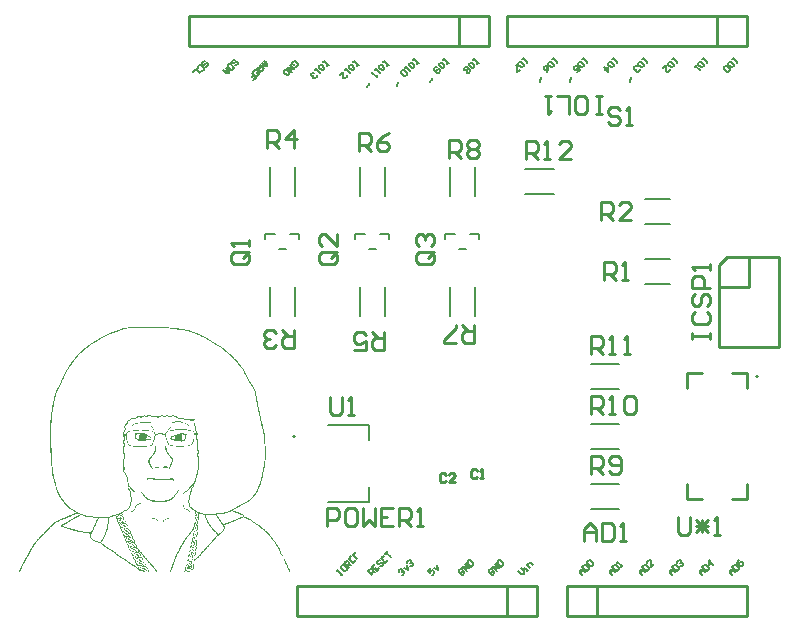
<source format=gto>
G04*
G04 #@! TF.GenerationSoftware,Altium Limited,Altium Designer,26.2.0 (7)*
G04*
G04 Layer_Color=65535*
%FSLAX44Y44*%
%MOMM*%
G71*
G04*
G04 #@! TF.SameCoordinates,07046FA8-F61C-4276-8BF4-9B4F64F1D9A8*
G04*
G04*
G04 #@! TF.FilePolarity,Positive*
G04*
G01*
G75*
%ADD10C,0.2000*%
%ADD11C,0.1270*%
%ADD12C,0.2540*%
G36*
X156195Y139402D02*
X156666D01*
Y139167D01*
X156902D01*
Y138931D01*
X157138D01*
Y138224D01*
X156195D01*
Y138460D01*
X155724D01*
Y138695D01*
X153367D01*
Y138931D01*
Y139167D01*
Y139402D01*
X153839D01*
Y139638D01*
X156195D01*
Y139402D01*
D02*
G37*
G36*
X149126Y139167D02*
X149361D01*
Y138695D01*
X149126D01*
Y138460D01*
X146769D01*
Y138224D01*
X145827D01*
Y138460D01*
X145591D01*
Y138695D01*
X145827D01*
Y139167D01*
X146769D01*
Y139402D01*
X149126D01*
Y139167D01*
D02*
G37*
G36*
X155724Y155190D02*
X155960D01*
Y154012D01*
X156195D01*
Y153305D01*
X156431D01*
Y152834D01*
X156666D01*
Y151891D01*
X156902D01*
Y151656D01*
X157138D01*
Y151185D01*
X157373D01*
Y150949D01*
X157609D01*
Y150478D01*
X157845D01*
Y150242D01*
X158080D01*
Y150006D01*
X158316D01*
Y149771D01*
X158552D01*
Y149535D01*
X158787D01*
Y149064D01*
X159023D01*
Y148828D01*
X159258D01*
Y148593D01*
X159494D01*
Y148121D01*
X159730D01*
Y147886D01*
X159965D01*
Y147650D01*
X160201D01*
Y147414D01*
X160437D01*
Y147179D01*
X160672D01*
Y146943D01*
X160908D01*
Y146707D01*
X161144D01*
Y146236D01*
X161379D01*
Y145765D01*
X161615D01*
Y144351D01*
X161379D01*
Y143644D01*
X161144D01*
Y143173D01*
X160908D01*
Y142701D01*
X160672D01*
Y142230D01*
X160437D01*
Y141759D01*
X160201D01*
Y141287D01*
X159965D01*
Y140816D01*
X159730D01*
Y140581D01*
X159494D01*
Y138931D01*
X159258D01*
Y138224D01*
X159023D01*
Y137989D01*
X158787D01*
Y137753D01*
X157845D01*
Y137989D01*
X157609D01*
Y138460D01*
X157845D01*
Y138695D01*
X158316D01*
Y138931D01*
X158552D01*
Y141052D01*
X158787D01*
Y141287D01*
X159023D01*
Y141523D01*
X159258D01*
Y141994D01*
X159494D01*
Y142466D01*
X159730D01*
Y143173D01*
X159965D01*
Y143644D01*
X160201D01*
Y144351D01*
X160437D01*
Y145765D01*
X160201D01*
Y146236D01*
X159965D01*
Y146472D01*
X159730D01*
Y146707D01*
X159494D01*
Y146943D01*
X159258D01*
Y147414D01*
X159023D01*
Y147650D01*
X158787D01*
Y147886D01*
X158552D01*
Y148121D01*
X158316D01*
Y148357D01*
X158080D01*
Y148828D01*
X157845D01*
Y149064D01*
X157609D01*
Y149299D01*
X157373D01*
Y149535D01*
X157138D01*
Y149771D01*
X156902D01*
Y150006D01*
X156666D01*
Y150242D01*
X156431D01*
Y150713D01*
X156195D01*
Y150949D01*
X155960D01*
Y151656D01*
X155724D01*
Y152363D01*
X155488D01*
Y152834D01*
X155253D01*
Y153777D01*
X155017D01*
Y155190D01*
X154781D01*
Y156369D01*
X155017D01*
Y156604D01*
X155724D01*
Y155190D01*
D02*
G37*
G36*
X146769Y156840D02*
X147005D01*
Y156604D01*
X147241D01*
Y154248D01*
X147005D01*
Y152598D01*
X146769D01*
Y151891D01*
X146534D01*
Y151420D01*
X146298D01*
Y150949D01*
X146062D01*
Y150478D01*
X145827D01*
Y150006D01*
X145591D01*
Y149771D01*
X145356D01*
Y149299D01*
X145120D01*
Y149064D01*
X144884D01*
Y148828D01*
X144649D01*
Y148593D01*
X144413D01*
Y148357D01*
X144177D01*
Y148121D01*
X143942D01*
Y147886D01*
X143706D01*
Y147650D01*
X143470D01*
Y147414D01*
X143235D01*
Y147179D01*
X142999D01*
Y146707D01*
X142763D01*
Y146472D01*
X142528D01*
Y146236D01*
X142292D01*
Y146000D01*
Y145765D01*
X142056D01*
Y145529D01*
X141821D01*
Y144822D01*
X141585D01*
Y143408D01*
X141821D01*
Y142701D01*
X142056D01*
Y142230D01*
X142292D01*
Y141523D01*
X142528D01*
Y140345D01*
X142763D01*
Y140109D01*
X142999D01*
Y139638D01*
X143235D01*
Y139402D01*
X143470D01*
Y139167D01*
X143706D01*
Y138931D01*
X143942D01*
Y138695D01*
X144649D01*
Y138460D01*
X144884D01*
Y138224D01*
X144649D01*
Y137753D01*
X143706D01*
Y137989D01*
X143235D01*
Y138224D01*
X142999D01*
Y138460D01*
X142763D01*
Y138695D01*
X142528D01*
Y138931D01*
X142292D01*
Y139167D01*
X142056D01*
Y139638D01*
X141821D01*
Y140109D01*
X141585D01*
Y140816D01*
X141349D01*
Y141759D01*
X141114D01*
Y142466D01*
X140878D01*
Y142937D01*
X140643D01*
Y145294D01*
X140878D01*
Y145765D01*
X141114D01*
Y146236D01*
X141349D01*
Y146472D01*
X141585D01*
Y146707D01*
X141821D01*
Y147179D01*
X142056D01*
Y147414D01*
X142292D01*
Y147650D01*
X142528D01*
Y147886D01*
X142763D01*
Y148121D01*
X142999D01*
Y148357D01*
X143235D01*
Y148593D01*
X143470D01*
Y148828D01*
X143706D01*
Y149064D01*
X143942D01*
Y149299D01*
X144177D01*
Y149771D01*
X144413D01*
Y150242D01*
X144649D01*
Y150478D01*
X144884D01*
Y150949D01*
X145120D01*
Y151420D01*
X145356D01*
Y151891D01*
X145591D01*
Y152598D01*
X145827D01*
Y153541D01*
X146062D01*
Y155898D01*
X146298D01*
Y156840D01*
X146534D01*
Y157076D01*
X146769D01*
Y156840D01*
D02*
G37*
G36*
X142292Y129977D02*
X143235D01*
Y129741D01*
X144649D01*
Y129505D01*
X145827D01*
Y129270D01*
X147241D01*
Y129034D01*
X148654D01*
Y128798D01*
X154310D01*
Y129034D01*
X156431D01*
Y129270D01*
X159258D01*
Y129505D01*
X161379D01*
Y129270D01*
X161615D01*
Y129034D01*
X161851D01*
Y128798D01*
X162086D01*
Y128563D01*
X162322D01*
Y127385D01*
X161851D01*
Y127620D01*
X161379D01*
Y128091D01*
X161144D01*
Y128327D01*
X160908D01*
Y128563D01*
X159730D01*
Y128327D01*
X156902D01*
Y128091D01*
X154310D01*
Y127856D01*
X148183D01*
Y128091D01*
X146769D01*
Y128327D01*
X145591D01*
Y128563D01*
X144413D01*
Y128798D01*
X142528D01*
Y129034D01*
X141114D01*
Y128798D01*
X140407D01*
Y128563D01*
X139229D01*
Y129270D01*
X139464D01*
Y129505D01*
X139936D01*
Y129741D01*
X140407D01*
Y129977D01*
X141114D01*
Y130212D01*
X142292D01*
Y129977D01*
D02*
G37*
G36*
X170334Y116545D02*
X170098D01*
Y116781D01*
X170334D01*
Y116545D01*
D02*
G37*
G36*
X166092Y119137D02*
X165856D01*
Y118666D01*
X165621D01*
Y117959D01*
X165385D01*
Y117487D01*
X165150D01*
Y117252D01*
X164914D01*
Y116781D01*
X164678D01*
Y116309D01*
X164443D01*
Y116074D01*
X164207D01*
Y115602D01*
X163971D01*
Y115367D01*
X163736D01*
Y115131D01*
X163500D01*
Y114660D01*
X163264D01*
Y114424D01*
X163029D01*
Y114188D01*
X162793D01*
Y113953D01*
X162558D01*
Y113481D01*
X162322D01*
Y113246D01*
X162086D01*
Y113010D01*
X161851D01*
Y112774D01*
X161615D01*
Y112539D01*
X161379D01*
Y112303D01*
X160908D01*
Y112068D01*
X160672D01*
Y111832D01*
X160437D01*
Y111596D01*
X160201D01*
Y111361D01*
X159730D01*
Y111125D01*
X159258D01*
Y110889D01*
X158787D01*
Y110654D01*
X158080D01*
Y110418D01*
X157373D01*
Y110182D01*
X156431D01*
Y109947D01*
X155253D01*
Y109711D01*
X153367D01*
Y109475D01*
X148183D01*
Y109711D01*
X145591D01*
Y109947D01*
X143942D01*
Y110182D01*
X142999D01*
Y110418D01*
X142292D01*
Y110654D01*
X141585D01*
Y110889D01*
X140878D01*
Y111125D01*
X140407D01*
Y111361D01*
X139936D01*
Y111596D01*
X139700D01*
Y111832D01*
X139229D01*
Y112068D01*
X138993D01*
Y112303D01*
X138757D01*
Y112539D01*
X138522D01*
Y112774D01*
X138286D01*
Y113010D01*
X138050D01*
Y113246D01*
X137815D01*
Y113481D01*
X137579D01*
Y113717D01*
X137344D01*
Y113953D01*
X137108D01*
Y114188D01*
X136872D01*
Y114424D01*
X136637D01*
Y114660D01*
X136401D01*
Y114895D01*
X136165D01*
Y115367D01*
X135930D01*
Y115602D01*
X135694D01*
Y116074D01*
X135458D01*
Y116309D01*
X135223D01*
Y116781D01*
X134987D01*
Y117016D01*
X134752D01*
Y117487D01*
X134516D01*
Y117959D01*
X134987D01*
Y117723D01*
X135223D01*
Y117487D01*
X135458D01*
Y117252D01*
X135694D01*
Y117016D01*
X135930D01*
Y116781D01*
X136165D01*
Y116309D01*
X136401D01*
Y116074D01*
X136637D01*
Y115838D01*
X136872D01*
Y115602D01*
X137108D01*
Y115131D01*
X137344D01*
Y114895D01*
X137579D01*
Y114660D01*
X137815D01*
Y114424D01*
X138050D01*
Y113953D01*
X138286D01*
Y113717D01*
X138522D01*
Y113481D01*
X138993D01*
Y113246D01*
X139229D01*
Y113010D01*
X139464D01*
Y112774D01*
X139936D01*
Y112539D01*
X140171D01*
Y112303D01*
X140643D01*
Y112068D01*
X141114D01*
Y111832D01*
X141821D01*
Y111596D01*
X142528D01*
Y111361D01*
X143235D01*
Y111125D01*
X144177D01*
Y110889D01*
X145827D01*
Y110654D01*
X147948D01*
Y110418D01*
X153367D01*
Y110654D01*
X155017D01*
Y110889D01*
X156195D01*
Y111125D01*
X156902D01*
Y111361D01*
X157845D01*
Y111596D01*
X158316D01*
Y111832D01*
X159023D01*
Y112068D01*
X159258D01*
Y112303D01*
X159730D01*
Y112539D01*
X159965D01*
Y112774D01*
X160437D01*
Y113010D01*
X160672D01*
Y113246D01*
X160908D01*
Y113481D01*
X161144D01*
Y113717D01*
X161379D01*
Y113953D01*
X161615D01*
Y114188D01*
X161851D01*
Y114424D01*
X162086D01*
Y114895D01*
X162322D01*
Y115131D01*
X162558D01*
Y115367D01*
X162793D01*
Y115602D01*
X163029D01*
Y115838D01*
X163264D01*
Y116074D01*
X163500D01*
Y116545D01*
X163736D01*
Y116781D01*
X163971D01*
Y117016D01*
X164207D01*
Y117487D01*
X164443D01*
Y117723D01*
X164678D01*
Y117959D01*
X164914D01*
Y118430D01*
X165150D01*
Y118901D01*
X165385D01*
Y119137D01*
X165621D01*
Y119373D01*
X165856D01*
Y119608D01*
X166092D01*
Y119137D01*
D02*
G37*
G36*
X134280Y108533D02*
X134045D01*
Y108297D01*
X133573D01*
Y108062D01*
X133102D01*
Y107826D01*
X132631D01*
Y107590D01*
X132395D01*
Y107355D01*
X131924D01*
Y107119D01*
X131688D01*
Y106883D01*
X131217D01*
Y106648D01*
X130981D01*
Y106412D01*
X130745D01*
Y106176D01*
X130510D01*
Y105705D01*
X130274D01*
Y105234D01*
X130039D01*
Y104763D01*
X129803D01*
Y104291D01*
X129567D01*
Y103820D01*
X129332D01*
Y103584D01*
X129096D01*
Y103113D01*
X128860D01*
Y102877D01*
X128625D01*
Y102642D01*
X128389D01*
Y102406D01*
X128153D01*
Y102170D01*
X127918D01*
Y101935D01*
X127682D01*
Y101699D01*
X127446D01*
Y101464D01*
X126740D01*
Y101228D01*
X126268D01*
Y101464D01*
X126033D01*
Y101935D01*
X126740D01*
Y102170D01*
X127211D01*
Y102406D01*
X127446D01*
Y102642D01*
X127682D01*
Y102877D01*
X127918D01*
Y103113D01*
X128153D01*
Y103349D01*
X128389D01*
Y103820D01*
X128625D01*
Y104056D01*
X128860D01*
Y104527D01*
X129096D01*
Y104998D01*
X129332D01*
Y105234D01*
X129567D01*
Y105941D01*
X129803D01*
Y106176D01*
X130039D01*
Y106648D01*
X130274D01*
Y106883D01*
X130510D01*
Y107119D01*
X130745D01*
Y107355D01*
X130981D01*
Y107590D01*
X131452D01*
Y107826D01*
X131688D01*
Y108062D01*
X132159D01*
Y108297D01*
X132631D01*
Y108533D01*
X133102D01*
Y108769D01*
X133573D01*
Y109004D01*
X134280D01*
Y108533D01*
D02*
G37*
G36*
X170098Y107355D02*
X170334D01*
Y106883D01*
X170569D01*
Y105941D01*
X170805D01*
Y105234D01*
X171041D01*
Y104763D01*
X171276D01*
Y104527D01*
X171512D01*
Y104291D01*
X171983D01*
Y104056D01*
X172455D01*
Y103820D01*
X172926D01*
Y103584D01*
X173397D01*
Y103349D01*
X173869D01*
Y103113D01*
X174340D01*
Y102877D01*
X174575D01*
Y102642D01*
X174811D01*
Y102406D01*
X175047D01*
Y102170D01*
X175282D01*
Y101935D01*
X175518D01*
Y101699D01*
X175754D01*
Y101228D01*
X175989D01*
Y100757D01*
X175518D01*
Y100992D01*
X175047D01*
Y101464D01*
X174811D01*
Y101699D01*
X174575D01*
Y101935D01*
X174340D01*
Y102170D01*
X174104D01*
Y102406D01*
X173869D01*
Y102642D01*
X173397D01*
Y102877D01*
X172926D01*
Y103113D01*
X172455D01*
Y103349D01*
X171983D01*
Y103584D01*
X171512D01*
Y103820D01*
X171041D01*
Y104056D01*
X170805D01*
Y104291D01*
X170569D01*
Y104763D01*
X170334D01*
Y105234D01*
X170098D01*
Y106412D01*
X169862D01*
Y107355D01*
X169627D01*
Y108062D01*
X170098D01*
Y107355D01*
D02*
G37*
G36*
X159258Y96044D02*
X159494D01*
Y95808D01*
X157609D01*
Y95573D01*
X156902D01*
Y95337D01*
X156431D01*
Y95101D01*
X155960D01*
Y94866D01*
X155253D01*
Y94630D01*
X154781D01*
Y94394D01*
X154546D01*
Y94159D01*
X154074D01*
Y93687D01*
X153839D01*
Y93216D01*
X153603D01*
Y92745D01*
X153367D01*
Y92509D01*
X152896D01*
Y92273D01*
X149597D01*
Y92509D01*
X148654D01*
Y92980D01*
X148419D01*
Y93452D01*
X148183D01*
Y93923D01*
X147948D01*
Y94159D01*
X147712D01*
Y94394D01*
X147241D01*
Y94630D01*
X146769D01*
Y94866D01*
X146534D01*
Y95101D01*
X145827D01*
Y95337D01*
X145356D01*
Y95573D01*
X143942D01*
Y95808D01*
X142763D01*
Y96279D01*
X145120D01*
Y96044D01*
X145827D01*
Y95808D01*
X146298D01*
Y95573D01*
X146769D01*
Y95337D01*
X147241D01*
Y95101D01*
X147476D01*
Y94866D01*
X147712D01*
Y94630D01*
X148183D01*
Y94394D01*
X148419D01*
Y93923D01*
X148654D01*
Y93452D01*
X148890D01*
Y93216D01*
X149126D01*
Y92980D01*
X149833D01*
Y92745D01*
X152189D01*
Y92980D01*
X153132D01*
Y93216D01*
X153367D01*
Y93923D01*
X153603D01*
Y94394D01*
X154074D01*
Y94630D01*
X154310D01*
Y94866D01*
X154546D01*
Y95101D01*
X155017D01*
Y95337D01*
X155488D01*
Y95573D01*
X155960D01*
Y95808D01*
X156431D01*
Y96044D01*
X157138D01*
Y96279D01*
X159258D01*
Y96044D01*
D02*
G37*
G36*
X136401Y257696D02*
X155253D01*
Y257460D01*
X158316D01*
Y257225D01*
X160201D01*
Y256989D01*
X161851D01*
Y256753D01*
X163971D01*
Y256518D01*
X166092D01*
Y256282D01*
X168213D01*
Y256046D01*
X169862D01*
Y255811D01*
X171512D01*
Y255575D01*
X172926D01*
Y255339D01*
X173869D01*
Y255104D01*
X174811D01*
Y254868D01*
X175518D01*
Y254632D01*
X176460D01*
Y254397D01*
X176932D01*
Y254161D01*
X177639D01*
Y253926D01*
X178110D01*
Y253690D01*
X179053D01*
Y253454D01*
X179760D01*
Y253219D01*
X180466D01*
Y252983D01*
X181173D01*
Y252747D01*
X181645D01*
Y252512D01*
X182352D01*
Y252276D01*
X182823D01*
Y252040D01*
X183294D01*
Y251805D01*
X183766D01*
Y251569D01*
X184237D01*
Y251334D01*
X184708D01*
Y251098D01*
X184944D01*
Y250862D01*
X185415D01*
Y250627D01*
X185886D01*
Y250391D01*
X186358D01*
Y250155D01*
X186829D01*
Y249920D01*
X187300D01*
Y249684D01*
X187771D01*
Y249448D01*
X188243D01*
Y249213D01*
X188714D01*
Y248977D01*
X189185D01*
Y248741D01*
X189657D01*
Y248506D01*
X190128D01*
Y248270D01*
X190599D01*
Y248034D01*
X191070D01*
Y247799D01*
X191542D01*
Y247563D01*
X191777D01*
Y247327D01*
X192249D01*
Y247092D01*
X192720D01*
Y246856D01*
X192956D01*
Y246621D01*
X193427D01*
Y246385D01*
X193663D01*
Y246149D01*
X194134D01*
Y245914D01*
X194370D01*
Y245678D01*
X194841D01*
Y245442D01*
X195312D01*
Y245207D01*
X195548D01*
Y244971D01*
X196019D01*
Y244736D01*
X196490D01*
Y244500D01*
X196726D01*
Y244264D01*
X197197D01*
Y244028D01*
X197668D01*
Y243793D01*
X197904D01*
Y243557D01*
X198375D01*
Y243322D01*
X198847D01*
Y243086D01*
X199082D01*
Y242850D01*
X199554D01*
Y242615D01*
X199789D01*
Y242379D01*
X200261D01*
Y242143D01*
X200732D01*
Y241908D01*
X200968D01*
Y241672D01*
X201439D01*
Y241436D01*
X201674D01*
Y241201D01*
X202146D01*
Y240965D01*
X202381D01*
Y240730D01*
X202617D01*
Y240494D01*
X203088D01*
Y240258D01*
X203324D01*
Y240023D01*
X203560D01*
Y239787D01*
X204031D01*
Y239551D01*
X204267D01*
Y239316D01*
X204502D01*
Y239080D01*
X204974D01*
Y238844D01*
X205209D01*
Y238609D01*
X205445D01*
Y238373D01*
X205916D01*
Y238137D01*
X206152D01*
Y237902D01*
X206387D01*
Y237666D01*
X206623D01*
Y237430D01*
X206859D01*
Y237195D01*
X207094D01*
Y236959D01*
X207566D01*
Y236723D01*
X207801D01*
Y236488D01*
X208037D01*
Y236252D01*
X208273D01*
Y236017D01*
X208508D01*
Y235781D01*
X208744D01*
Y235545D01*
X208979D01*
Y235310D01*
X209215D01*
Y235074D01*
X209451D01*
Y234838D01*
X209686D01*
Y234603D01*
X210158D01*
Y234367D01*
X210393D01*
Y234131D01*
X210629D01*
Y233896D01*
X210865D01*
Y233660D01*
X211100D01*
Y233424D01*
X211336D01*
Y233189D01*
X211572D01*
Y232953D01*
X211807D01*
Y232718D01*
X212043D01*
Y232482D01*
X212278D01*
Y232246D01*
X212514D01*
Y232011D01*
X212750D01*
Y231775D01*
X212985D01*
Y231539D01*
X213221D01*
Y231304D01*
X213457D01*
Y231068D01*
X213692D01*
Y230832D01*
X213928D01*
Y230597D01*
X214164D01*
Y230361D01*
X214399D01*
Y230126D01*
X214635D01*
Y229890D01*
X214871D01*
Y229654D01*
X215106D01*
Y229419D01*
X215342D01*
Y229183D01*
X215578D01*
Y228947D01*
X215813D01*
Y228712D01*
X216049D01*
Y228476D01*
X216285D01*
Y228240D01*
X216520D01*
Y228005D01*
X216756D01*
Y227533D01*
X216991D01*
Y227062D01*
X217227D01*
Y226826D01*
X217463D01*
Y226591D01*
X217698D01*
Y226119D01*
X217934D01*
Y225884D01*
X218170D01*
Y225648D01*
X218405D01*
Y225413D01*
X218641D01*
Y224941D01*
X218876D01*
Y224706D01*
X219112D01*
Y224470D01*
X219348D01*
Y224234D01*
X219583D01*
Y223999D01*
X219819D01*
Y223527D01*
X220055D01*
Y223292D01*
X220290D01*
Y223056D01*
X220526D01*
Y222585D01*
X220762D01*
Y222349D01*
X220997D01*
Y222114D01*
X221233D01*
Y221642D01*
X221469D01*
Y221171D01*
X221704D01*
Y220935D01*
X221940D01*
Y220464D01*
X222176D01*
Y219993D01*
X222411D01*
Y219522D01*
X222647D01*
Y219050D01*
X222882D01*
Y218579D01*
X223118D01*
Y218108D01*
X223354D01*
Y217636D01*
X223589D01*
Y217165D01*
X223825D01*
Y216458D01*
X224061D01*
Y215987D01*
X224296D01*
Y215515D01*
X224532D01*
Y215280D01*
X224768D01*
Y214809D01*
X225003D01*
Y214337D01*
X225239D01*
Y213866D01*
X225475D01*
Y213630D01*
X225710D01*
Y213159D01*
X225946D01*
Y212688D01*
X226182D01*
Y212216D01*
X226417D01*
Y211981D01*
X226653D01*
Y211510D01*
X226889D01*
Y211038D01*
X227124D01*
Y210803D01*
X227360D01*
Y210331D01*
X227595D01*
Y210096D01*
X227831D01*
Y209624D01*
X228067D01*
Y209389D01*
X228302D01*
Y208918D01*
X228538D01*
Y208446D01*
X228774D01*
Y207975D01*
X229009D01*
Y207739D01*
X229245D01*
Y207268D01*
X229481D01*
Y206797D01*
X229716D01*
Y206325D01*
X229952D01*
Y205854D01*
X230187D01*
Y205383D01*
X230423D01*
Y204911D01*
X230659D01*
Y204440D01*
X230894D01*
Y203969D01*
X231130D01*
Y203262D01*
X231366D01*
Y202555D01*
X231601D01*
Y201612D01*
X231837D01*
Y200906D01*
X232073D01*
Y199492D01*
X232308D01*
Y197842D01*
X232544D01*
Y196428D01*
X232780D01*
Y195014D01*
X233015D01*
Y193836D01*
X233251D01*
Y192422D01*
X233486D01*
Y190773D01*
X233722D01*
Y189595D01*
X233958D01*
Y188416D01*
X234193D01*
Y187474D01*
X234429D01*
Y186531D01*
X234665D01*
Y185353D01*
X234900D01*
Y184175D01*
X235136D01*
Y183232D01*
X235372D01*
Y182290D01*
X235607D01*
Y181347D01*
X235843D01*
Y180404D01*
X236079D01*
Y179462D01*
X236314D01*
Y178519D01*
X236550D01*
Y177577D01*
X236786D01*
Y176634D01*
X237021D01*
Y175692D01*
X237257D01*
Y174749D01*
X237493D01*
Y173571D01*
X237728D01*
Y172393D01*
X237964D01*
Y171450D01*
X238199D01*
Y170272D01*
X238435D01*
Y169093D01*
X238671D01*
Y168151D01*
X238906D01*
Y166973D01*
X239142D01*
Y165559D01*
X239378D01*
Y159432D01*
X239613D01*
Y156840D01*
X239849D01*
Y145294D01*
X239613D01*
Y142701D01*
X239378D01*
Y141287D01*
X239142D01*
Y140109D01*
X238906D01*
Y138460D01*
X238671D01*
Y137282D01*
X238435D01*
Y136103D01*
X238199D01*
Y134689D01*
X237964D01*
Y133511D01*
X237728D01*
Y132097D01*
X237493D01*
Y130919D01*
X237257D01*
Y129977D01*
X237021D01*
Y128798D01*
X236786D01*
Y128091D01*
X236550D01*
Y127149D01*
X236314D01*
Y126442D01*
X236079D01*
Y125735D01*
X235843D01*
Y125028D01*
X235607D01*
Y124321D01*
X235372D01*
Y123850D01*
X235136D01*
Y123143D01*
X234900D01*
Y122672D01*
X234665D01*
Y122200D01*
X234429D01*
Y121493D01*
X234193D01*
Y121022D01*
X233958D01*
Y120551D01*
X233722D01*
Y120079D01*
X233486D01*
Y119373D01*
X233251D01*
Y118901D01*
X233015D01*
Y118194D01*
X232780D01*
Y117723D01*
X232544D01*
Y117487D01*
X232308D01*
Y117016D01*
X232073D01*
Y116781D01*
X231837D01*
Y116309D01*
X231601D01*
Y116074D01*
X231366D01*
Y115838D01*
X231130D01*
Y115602D01*
X230894D01*
Y115367D01*
X230659D01*
Y114895D01*
X230423D01*
Y114660D01*
X230187D01*
Y114424D01*
X229952D01*
Y114188D01*
X229716D01*
Y113717D01*
X229481D01*
Y113481D01*
X229245D01*
Y113246D01*
X229009D01*
Y113010D01*
X228774D01*
Y112539D01*
X228538D01*
Y112303D01*
X228302D01*
Y112068D01*
X228067D01*
Y111832D01*
X227831D01*
Y111596D01*
X227595D01*
Y111361D01*
X227360D01*
Y111125D01*
X227124D01*
Y110889D01*
X226653D01*
Y110654D01*
X226417D01*
Y110418D01*
X225946D01*
Y110182D01*
X225710D01*
Y109947D01*
X225239D01*
Y109711D01*
X224768D01*
Y109475D01*
X224532D01*
Y109240D01*
X224061D01*
Y109004D01*
X223589D01*
Y108769D01*
X223118D01*
Y108533D01*
X222647D01*
Y108297D01*
X222411D01*
Y108062D01*
X221940D01*
Y107826D01*
X221469D01*
Y107590D01*
X220997D01*
Y107355D01*
X220526D01*
Y107119D01*
X220055D01*
Y106883D01*
X219583D01*
Y106648D01*
X219112D01*
Y106412D01*
X218641D01*
Y106176D01*
X218405D01*
Y105941D01*
X217934D01*
Y105705D01*
X217463D01*
Y105470D01*
X216991D01*
Y105234D01*
X216520D01*
Y104998D01*
X216049D01*
Y104763D01*
X215813D01*
Y104527D01*
X215342D01*
Y104291D01*
X214871D01*
Y104056D01*
X214635D01*
Y103820D01*
X214164D01*
Y103584D01*
X213928D01*
Y103349D01*
X213457D01*
Y103113D01*
X212985D01*
Y102877D01*
X212514D01*
Y102642D01*
X212278D01*
Y102406D01*
X212514D01*
Y102170D01*
X212985D01*
Y101935D01*
X213692D01*
Y101699D01*
X214399D01*
Y101464D01*
X215106D01*
Y101228D01*
X215813D01*
Y100992D01*
X216520D01*
Y100757D01*
X216991D01*
Y100521D01*
X217698D01*
Y100285D01*
X218170D01*
Y100050D01*
X218641D01*
Y99814D01*
X219112D01*
Y99578D01*
X219583D01*
Y99343D01*
X220055D01*
Y99107D01*
X220526D01*
Y98871D01*
X220997D01*
Y98636D01*
X221233D01*
Y98400D01*
X221704D01*
Y98165D01*
X221940D01*
Y97929D01*
X222176D01*
Y97458D01*
X221940D01*
Y97222D01*
X222176D01*
Y96986D01*
X222882D01*
Y96751D01*
X223354D01*
Y96515D01*
X224061D01*
Y96279D01*
X224532D01*
Y96044D01*
X225003D01*
Y95808D01*
X225475D01*
Y95573D01*
X225946D01*
Y95337D01*
X226417D01*
Y95101D01*
X226889D01*
Y94866D01*
X227360D01*
Y94630D01*
X227595D01*
Y94394D01*
X228067D01*
Y94159D01*
X228302D01*
Y93923D01*
X228538D01*
Y93687D01*
X229009D01*
Y93452D01*
X229245D01*
Y93216D01*
X229481D01*
Y92980D01*
X229952D01*
Y92745D01*
X230423D01*
Y92509D01*
X230659D01*
Y92273D01*
X231130D01*
Y92038D01*
X231366D01*
Y91802D01*
X231837D01*
Y91566D01*
X232073D01*
Y91331D01*
X232308D01*
Y91095D01*
X232780D01*
Y90860D01*
X233015D01*
Y90624D01*
X233486D01*
Y90388D01*
X233722D01*
Y90153D01*
X234193D01*
Y89917D01*
X234429D01*
Y89681D01*
X234665D01*
Y89446D01*
X235136D01*
Y89210D01*
X235372D01*
Y88974D01*
X235607D01*
Y88739D01*
X236079D01*
Y88503D01*
X236314D01*
Y88267D01*
X236550D01*
Y88032D01*
X236786D01*
Y87796D01*
X237021D01*
Y87561D01*
X237493D01*
Y87325D01*
X237728D01*
Y87089D01*
X237964D01*
Y86854D01*
X238199D01*
Y86618D01*
X238435D01*
Y86382D01*
X238906D01*
Y86147D01*
X239142D01*
Y85911D01*
X239378D01*
Y85675D01*
X239613D01*
Y85440D01*
X239849D01*
Y85204D01*
X240085D01*
Y84969D01*
X240556D01*
Y84733D01*
X240791D01*
Y84497D01*
X241027D01*
Y84262D01*
X241263D01*
Y84026D01*
X241498D01*
Y83790D01*
X241734D01*
Y83555D01*
X241970D01*
Y83319D01*
X242205D01*
Y83083D01*
X242441D01*
Y82848D01*
X242677D01*
Y82376D01*
X242912D01*
Y82141D01*
X243148D01*
Y81905D01*
X243384D01*
Y81669D01*
X243619D01*
Y81434D01*
X243855D01*
Y80962D01*
X244090D01*
Y80727D01*
X244326D01*
Y80491D01*
X244562D01*
Y80020D01*
X244797D01*
Y79784D01*
X245033D01*
Y79549D01*
X245269D01*
Y79077D01*
X245504D01*
Y78842D01*
X245740D01*
Y78606D01*
X245976D01*
Y78370D01*
X246211D01*
Y78135D01*
X246447D01*
Y77663D01*
X246683D01*
Y77428D01*
X246918D01*
Y77192D01*
X247154D01*
Y76957D01*
X247390D01*
Y76485D01*
X247625D01*
Y76250D01*
X247861D01*
Y76014D01*
X248097D01*
Y75778D01*
X248332D01*
Y75543D01*
X248568D01*
Y75071D01*
X248803D01*
Y74836D01*
X249039D01*
Y74364D01*
X249275D01*
Y74129D01*
X249510D01*
Y73657D01*
X249746D01*
Y73422D01*
X249982D01*
Y72951D01*
X250217D01*
Y72715D01*
X250453D01*
Y72244D01*
X250689D01*
Y71772D01*
X250924D01*
Y71301D01*
X251160D01*
Y70830D01*
X251395D01*
Y70359D01*
X251631D01*
Y69887D01*
X251867D01*
Y69416D01*
X252102D01*
Y68945D01*
X252338D01*
Y68473D01*
X252574D01*
Y67766D01*
X252809D01*
Y67295D01*
X253045D01*
Y66588D01*
X253281D01*
Y66117D01*
X253045D01*
Y65881D01*
X253516D01*
Y65410D01*
X253752D01*
Y64939D01*
X253988D01*
Y64467D01*
X254223D01*
Y63996D01*
X254459D01*
Y63760D01*
Y63525D01*
X254694D01*
Y63053D01*
X254930D01*
Y62818D01*
X254694D01*
Y63053D01*
X254459D01*
Y63525D01*
X253752D01*
Y63760D01*
X253516D01*
Y64232D01*
X253752D01*
Y63996D01*
X253988D01*
Y64467D01*
X253752D01*
Y64703D01*
Y64939D01*
X253516D01*
Y64467D01*
X253281D01*
Y64703D01*
X253045D01*
Y65174D01*
X252809D01*
Y65410D01*
X253281D01*
Y65174D01*
X253516D01*
Y65410D01*
X253281D01*
Y65646D01*
X253045D01*
Y65881D01*
X252809D01*
Y65646D01*
X252574D01*
Y65881D01*
X252338D01*
Y66353D01*
X252102D01*
Y66824D01*
X251867D01*
Y67531D01*
X251631D01*
Y68002D01*
X251395D01*
Y68473D01*
X251160D01*
Y68945D01*
X250924D01*
Y69651D01*
X250689D01*
Y70123D01*
X250453D01*
Y70594D01*
X250217D01*
Y71065D01*
X249982D01*
Y71537D01*
X249746D01*
Y72008D01*
X249510D01*
Y72479D01*
X249275D01*
Y72715D01*
X249039D01*
Y73186D01*
X248803D01*
Y73657D01*
X248568D01*
Y73893D01*
X248332D01*
Y74129D01*
X248097D01*
Y74600D01*
X247861D01*
Y74836D01*
X247625D01*
Y75071D01*
X247390D01*
Y75307D01*
X247154D01*
Y75543D01*
X246918D01*
Y75778D01*
X246683D01*
Y76250D01*
X246447D01*
Y76485D01*
X246211D01*
Y76721D01*
X245976D01*
Y77192D01*
X245740D01*
Y77428D01*
X245504D01*
Y77663D01*
X245269D01*
Y77899D01*
X245033D01*
Y78370D01*
X244797D01*
Y78606D01*
X244562D01*
Y78842D01*
X244326D01*
Y79313D01*
X244090D01*
Y79549D01*
X243855D01*
Y79784D01*
X243619D01*
Y80020D01*
X243384D01*
Y80491D01*
X243148D01*
Y80727D01*
X242912D01*
Y80962D01*
X242677D01*
Y81434D01*
X242441D01*
Y81669D01*
X242205D01*
Y81905D01*
X241970D01*
Y82141D01*
X241734D01*
Y82376D01*
X241498D01*
Y82612D01*
X241263D01*
Y82848D01*
X241027D01*
Y83083D01*
X240791D01*
Y83319D01*
X240556D01*
Y83555D01*
X240320D01*
Y83790D01*
X240085D01*
Y84026D01*
X239849D01*
Y84262D01*
X239613D01*
Y84497D01*
X239378D01*
Y84733D01*
X238906D01*
Y84969D01*
X238671D01*
Y85204D01*
X238435D01*
Y85440D01*
X238199D01*
Y85675D01*
X237964D01*
Y85911D01*
X237728D01*
Y86147D01*
X237493D01*
Y86382D01*
X237021D01*
Y86618D01*
X236786D01*
Y86854D01*
X236550D01*
Y87089D01*
X236314D01*
Y87325D01*
X236079D01*
Y87561D01*
X235607D01*
Y87796D01*
X235372D01*
Y88032D01*
X235136D01*
Y88267D01*
X234900D01*
Y88503D01*
X234665D01*
Y88739D01*
X234193D01*
Y88974D01*
X233958D01*
Y89210D01*
X233486D01*
Y89446D01*
X233251D01*
Y89681D01*
X232780D01*
Y89917D01*
X232308D01*
Y90153D01*
X232073D01*
Y90388D01*
X231601D01*
Y90624D01*
X231366D01*
Y90860D01*
X231130D01*
Y91095D01*
X230659D01*
Y91331D01*
X230423D01*
Y91566D01*
X229952D01*
Y91802D01*
X229716D01*
Y92038D01*
X229245D01*
Y92273D01*
X229009D01*
Y92509D01*
X228774D01*
Y92745D01*
X228302D01*
Y92980D01*
X228067D01*
Y93216D01*
X227831D01*
Y93452D01*
X227360D01*
Y93687D01*
X227124D01*
Y93923D01*
X226653D01*
Y94159D01*
X226182D01*
Y94394D01*
X225710D01*
Y94630D01*
X225239D01*
Y94866D01*
X224768D01*
Y95101D01*
X224296D01*
Y95337D01*
X223589D01*
Y95573D01*
X223118D01*
Y95808D01*
X222411D01*
Y96044D01*
X221940D01*
Y96279D01*
X221469D01*
Y96515D01*
X220526D01*
Y96279D01*
X219819D01*
Y96044D01*
X219348D01*
Y95808D01*
X218641D01*
Y95573D01*
X218170D01*
Y95337D01*
X217698D01*
Y95101D01*
X217227D01*
Y94866D01*
X216520D01*
Y94630D01*
X216049D01*
Y94394D01*
X215813D01*
Y94159D01*
X215342D01*
Y93923D01*
X214871D01*
Y93687D01*
X214399D01*
Y93452D01*
X213928D01*
Y93216D01*
X213221D01*
Y92980D01*
X212514D01*
Y92745D01*
X211807D01*
Y92509D01*
X211336D01*
Y92273D01*
X210629D01*
Y92038D01*
X209922D01*
Y91802D01*
X209215D01*
Y91566D01*
X208508D01*
Y91331D01*
X207801D01*
Y91095D01*
X207094D01*
Y90860D01*
X206623D01*
Y90624D01*
X205916D01*
Y90388D01*
X205445D01*
Y90153D01*
X204974D01*
Y89917D01*
X204738D01*
Y89446D01*
X204974D01*
Y88974D01*
X205209D01*
Y86854D01*
X204974D01*
Y86147D01*
X204738D01*
Y85675D01*
X204502D01*
Y85204D01*
X204267D01*
Y84969D01*
X204031D01*
Y84497D01*
X203795D01*
Y84262D01*
X203560D01*
Y84026D01*
X203324D01*
Y83790D01*
X203088D01*
Y83555D01*
X202853D01*
Y83319D01*
X202617D01*
Y83083D01*
X202381D01*
Y82848D01*
X202146D01*
Y82612D01*
X201674D01*
Y82376D01*
X201439D01*
Y82141D01*
X200968D01*
Y81905D01*
X200732D01*
Y81669D01*
X200261D01*
Y81434D01*
X200025D01*
Y81198D01*
X199789D01*
Y80962D01*
X199554D01*
Y80727D01*
X199318D01*
Y80491D01*
X199082D01*
Y80256D01*
X198847D01*
Y80020D01*
X198611D01*
Y79784D01*
X198375D01*
Y79549D01*
X198140D01*
Y79313D01*
X197904D01*
Y79077D01*
X197668D01*
Y78842D01*
X197433D01*
Y78606D01*
X197197D01*
Y78135D01*
X196962D01*
Y77899D01*
X196726D01*
Y77663D01*
X196490D01*
Y77428D01*
X196255D01*
Y77192D01*
X196019D01*
Y76957D01*
X195783D01*
Y76485D01*
X195548D01*
Y76250D01*
X195312D01*
Y76014D01*
X195077D01*
Y75778D01*
X194841D01*
Y75543D01*
X194605D01*
Y75307D01*
X194370D01*
Y74836D01*
X194134D01*
Y74600D01*
X193898D01*
Y74364D01*
X193663D01*
Y74129D01*
X193427D01*
Y73893D01*
X193191D01*
Y73657D01*
X192956D01*
Y73422D01*
X192720D01*
Y73186D01*
X192484D01*
Y72951D01*
X192249D01*
Y72715D01*
X192013D01*
Y72244D01*
X191777D01*
Y72008D01*
X191542D01*
Y71772D01*
X191306D01*
Y71537D01*
X191070D01*
Y71301D01*
X190835D01*
Y71065D01*
X190599D01*
Y70830D01*
X190364D01*
Y70594D01*
X190128D01*
Y70359D01*
X189892D01*
Y70123D01*
X189657D01*
Y69887D01*
X189421D01*
Y69651D01*
X189185D01*
Y69416D01*
X188950D01*
Y68945D01*
X188714D01*
Y68709D01*
X188478D01*
Y68473D01*
X188243D01*
Y68238D01*
X188007D01*
Y68002D01*
X187771D01*
Y67766D01*
X187536D01*
Y67531D01*
X187300D01*
Y67059D01*
X187064D01*
Y66824D01*
X186829D01*
Y66588D01*
X186593D01*
Y66353D01*
X186358D01*
Y66117D01*
X186122D01*
Y65881D01*
X185886D01*
Y65646D01*
X185651D01*
Y65410D01*
X185415D01*
Y65174D01*
X185179D01*
Y64939D01*
X184944D01*
Y64467D01*
X184708D01*
Y64232D01*
X184473D01*
Y63996D01*
X184237D01*
Y63760D01*
X184001D01*
Y63525D01*
X183766D01*
Y63289D01*
X183530D01*
Y63053D01*
X183294D01*
Y62818D01*
X183059D01*
Y62582D01*
X182823D01*
Y62347D01*
X182587D01*
Y62111D01*
X182352D01*
Y61875D01*
X182116D01*
Y61640D01*
X181880D01*
Y61404D01*
X181645D01*
Y61168D01*
X181409D01*
Y60933D01*
X181173D01*
Y60697D01*
X180938D01*
Y60461D01*
X180702D01*
Y60226D01*
X180466D01*
Y59990D01*
X180231D01*
Y59755D01*
X179995D01*
Y59519D01*
X179760D01*
Y59283D01*
X179524D01*
Y58341D01*
X179288D01*
Y57162D01*
X179053D01*
Y56691D01*
X178817D01*
Y56220D01*
X179053D01*
Y53392D01*
X178817D01*
Y52921D01*
X178581D01*
Y52685D01*
X178346D01*
Y52214D01*
X178110D01*
Y51978D01*
X177874D01*
Y50329D01*
X177403D01*
Y51271D01*
X177167D01*
Y51978D01*
X176932D01*
Y52214D01*
X176696D01*
Y52449D01*
X176460D01*
Y52685D01*
X175989D01*
Y52921D01*
X174811D01*
Y52685D01*
X174104D01*
Y52921D01*
X173633D01*
Y53392D01*
X173397D01*
Y54099D01*
X173633D01*
Y54570D01*
X173869D01*
Y55042D01*
X174104D01*
Y55277D01*
X174340D01*
Y55513D01*
X174104D01*
Y55749D01*
X173869D01*
Y55984D01*
X173397D01*
Y55749D01*
X173162D01*
Y55277D01*
X172926D01*
Y55042D01*
X172690D01*
Y54335D01*
X172455D01*
Y53392D01*
X172219D01*
Y52685D01*
X172455D01*
Y52214D01*
X172690D01*
Y51978D01*
X172926D01*
Y51743D01*
X173162D01*
Y51507D01*
X173397D01*
Y51271D01*
X174811D01*
Y51743D01*
X175282D01*
Y51271D01*
X175518D01*
Y50800D01*
X175754D01*
Y50564D01*
X175518D01*
Y50329D01*
X175047D01*
Y50564D01*
X173162D01*
Y51036D01*
X172926D01*
Y51271D01*
X171983D01*
Y51036D01*
X171748D01*
Y50329D01*
X171041D01*
Y51036D01*
X171276D01*
Y51507D01*
X171748D01*
Y51743D01*
X171983D01*
Y52214D01*
X171748D01*
Y54099D01*
X171983D01*
Y54806D01*
X172219D01*
Y55277D01*
X172455D01*
Y55749D01*
X172690D01*
Y55984D01*
X172926D01*
Y56455D01*
X173162D01*
Y57162D01*
X172926D01*
Y58812D01*
X173162D01*
Y59519D01*
X173397D01*
Y59755D01*
X173633D01*
Y60226D01*
X173869D01*
Y60461D01*
X174104D01*
Y61404D01*
X173869D01*
Y63289D01*
X174104D01*
Y63996D01*
X174340D01*
Y64467D01*
X174575D01*
Y64703D01*
X174811D01*
Y67531D01*
X175047D01*
Y68002D01*
X175282D01*
Y68473D01*
X175518D01*
Y68709D01*
X175754D01*
Y69180D01*
X175518D01*
Y70594D01*
X175754D01*
Y71537D01*
X175989D01*
Y71772D01*
X176225D01*
Y72244D01*
X176460D01*
Y74836D01*
X176696D01*
Y75307D01*
X176932D01*
Y75778D01*
X177167D01*
Y76250D01*
X177403D01*
Y76485D01*
X177639D01*
Y76721D01*
X177874D01*
Y79077D01*
X178110D01*
Y79549D01*
X178346D01*
Y80020D01*
X178581D01*
Y80256D01*
X178817D01*
Y80491D01*
X178581D01*
Y83319D01*
X178817D01*
Y83790D01*
X179053D01*
Y84026D01*
X179288D01*
Y84733D01*
X179053D01*
Y86147D01*
X178581D01*
Y85911D01*
X178346D01*
Y85440D01*
X178110D01*
Y85204D01*
X177874D01*
Y84969D01*
X177639D01*
Y84497D01*
X177403D01*
Y84262D01*
X177167D01*
Y83790D01*
X176932D01*
Y83555D01*
X176696D01*
Y83319D01*
X176460D01*
Y82848D01*
X176225D01*
Y82612D01*
X175989D01*
Y82376D01*
X175754D01*
Y81905D01*
X175518D01*
Y81669D01*
X175282D01*
Y81434D01*
X175047D01*
Y81198D01*
X174811D01*
Y80727D01*
X174575D01*
Y80491D01*
X174340D01*
Y80256D01*
X174104D01*
Y80020D01*
X173869D01*
Y79549D01*
X173633D01*
Y79313D01*
X173397D01*
Y79077D01*
X173162D01*
Y78842D01*
X172926D01*
Y78370D01*
X172690D01*
Y78135D01*
X172455D01*
Y77899D01*
X172219D01*
Y77428D01*
X171983D01*
Y77192D01*
X171748D01*
Y76721D01*
X171512D01*
Y76485D01*
X171276D01*
Y76014D01*
X171041D01*
Y75778D01*
X170805D01*
Y75307D01*
X170569D01*
Y74836D01*
X170334D01*
Y74364D01*
X170098D01*
Y73893D01*
X169862D01*
Y73657D01*
X169627D01*
Y73186D01*
X169391D01*
Y72715D01*
X169156D01*
Y72244D01*
X168920D01*
Y72008D01*
X168684D01*
Y71537D01*
X168449D01*
Y71065D01*
X168213D01*
Y70594D01*
X167977D01*
Y70123D01*
X167742D01*
Y69651D01*
X167506D01*
Y69180D01*
X167270D01*
Y68709D01*
X167035D01*
Y68238D01*
X166799D01*
Y67766D01*
X166563D01*
Y67295D01*
X166328D01*
Y66824D01*
X166092D01*
Y66353D01*
X165856D01*
Y65881D01*
X165621D01*
Y65646D01*
X165385D01*
Y65174D01*
X165150D01*
Y64703D01*
X164914D01*
Y64232D01*
X164678D01*
Y63760D01*
X164443D01*
Y63289D01*
X164207D01*
Y62818D01*
X163971D01*
Y62111D01*
X163736D01*
Y61404D01*
X163500D01*
Y60697D01*
X163264D01*
Y59990D01*
X163029D01*
Y59283D01*
X162793D01*
Y58812D01*
X162558D01*
Y57869D01*
X162322D01*
Y57398D01*
X162086D01*
Y56691D01*
X161851D01*
Y55984D01*
X161615D01*
Y55277D01*
X161379D01*
Y54806D01*
X161144D01*
Y54099D01*
X160908D01*
Y53628D01*
X160672D01*
Y52921D01*
X160437D01*
Y52214D01*
X160201D01*
Y51743D01*
X159965D01*
Y51036D01*
X159730D01*
Y50329D01*
X158787D01*
Y50800D01*
X159023D01*
Y51507D01*
X159258D01*
Y52214D01*
X159494D01*
Y52921D01*
X159730D01*
Y53628D01*
X159965D01*
Y54570D01*
X160201D01*
Y55042D01*
X160437D01*
Y55749D01*
X160672D01*
Y56455D01*
X160908D01*
Y56927D01*
X161144D01*
Y57634D01*
X161379D01*
Y58341D01*
X161615D01*
Y58812D01*
X161851D01*
Y59519D01*
X162086D01*
Y60226D01*
X162322D01*
Y60697D01*
X162558D01*
Y61404D01*
X162793D01*
Y62111D01*
X163029D01*
Y62818D01*
X163264D01*
Y63289D01*
X163500D01*
Y63996D01*
X163736D01*
Y64467D01*
X163971D01*
Y64939D01*
X164207D01*
Y65410D01*
X164443D01*
Y65881D01*
X164678D01*
Y66353D01*
X164914D01*
Y66824D01*
X165150D01*
Y67295D01*
X165385D01*
Y67766D01*
X165621D01*
Y68238D01*
X165856D01*
Y68473D01*
X166092D01*
Y68945D01*
X166328D01*
Y69416D01*
X166563D01*
Y69887D01*
X166799D01*
Y70359D01*
X167035D01*
Y70830D01*
X167270D01*
Y71301D01*
X167506D01*
Y71772D01*
X167742D01*
Y72008D01*
X167977D01*
Y72479D01*
X168213D01*
Y72951D01*
X168449D01*
Y73186D01*
X168684D01*
Y73657D01*
X168920D01*
Y74129D01*
X169156D01*
Y74600D01*
X169391D01*
Y75071D01*
X169627D01*
Y75543D01*
X169862D01*
Y76014D01*
X170098D01*
Y76485D01*
X170334D01*
Y76721D01*
X170569D01*
Y77192D01*
X170805D01*
Y77428D01*
X171041D01*
Y77663D01*
X171276D01*
Y78135D01*
X171512D01*
Y78370D01*
X171748D01*
Y78606D01*
X171983D01*
Y79077D01*
X172219D01*
Y79313D01*
X172455D01*
Y79549D01*
X172690D01*
Y80020D01*
X172926D01*
Y80256D01*
X173162D01*
Y80491D01*
X173397D01*
Y80727D01*
X173633D01*
Y81198D01*
X173869D01*
Y81434D01*
X174104D01*
Y81669D01*
X174340D01*
Y81905D01*
X174575D01*
Y82376D01*
X174811D01*
Y82612D01*
X175047D01*
Y82848D01*
X175282D01*
Y83319D01*
X175518D01*
Y83555D01*
X175754D01*
Y83790D01*
X175989D01*
Y84262D01*
X176225D01*
Y84497D01*
X176460D01*
Y84733D01*
X176696D01*
Y85204D01*
X176932D01*
Y85440D01*
X177167D01*
Y85675D01*
X177403D01*
Y86147D01*
X177639D01*
Y86618D01*
X177874D01*
Y86854D01*
X178110D01*
Y87325D01*
X178346D01*
Y87796D01*
X178581D01*
Y88267D01*
X178817D01*
Y88739D01*
X179053D01*
Y89210D01*
X179288D01*
Y89681D01*
X179524D01*
Y91802D01*
X179760D01*
Y92273D01*
X179995D01*
Y92980D01*
X179760D01*
Y94866D01*
X179995D01*
Y95573D01*
X180231D01*
Y96279D01*
X179995D01*
Y98400D01*
X180231D01*
Y98636D01*
X180466D01*
Y98871D01*
X180702D01*
Y99578D01*
X180466D01*
Y100050D01*
X180231D01*
Y101228D01*
X180466D01*
Y101699D01*
X179995D01*
Y101935D01*
X179760D01*
Y102170D01*
X179288D01*
Y102406D01*
X178817D01*
Y102642D01*
X178346D01*
Y102877D01*
X178110D01*
Y103113D01*
X177874D01*
Y103349D01*
X177639D01*
Y103584D01*
X177403D01*
Y103820D01*
X177167D01*
Y104056D01*
X176932D01*
Y104291D01*
X176696D01*
Y104527D01*
X176225D01*
Y104763D01*
X175754D01*
Y104998D01*
X175518D01*
Y105234D01*
X175282D01*
Y105705D01*
X175047D01*
Y106176D01*
X174811D01*
Y107826D01*
X174575D01*
Y108769D01*
X174340D01*
Y109475D01*
X174104D01*
Y110418D01*
X174340D01*
Y110889D01*
X174575D01*
Y111596D01*
X174811D01*
Y114660D01*
X175047D01*
Y115367D01*
X175282D01*
Y115838D01*
X175518D01*
Y116309D01*
X175754D01*
Y116781D01*
X175989D01*
Y118430D01*
X176225D01*
Y119137D01*
X176460D01*
Y119608D01*
X176696D01*
Y120315D01*
X176932D01*
Y121493D01*
X177167D01*
Y121729D01*
X177403D01*
Y121965D01*
X177639D01*
Y122200D01*
X177874D01*
Y122672D01*
X178110D01*
Y123378D01*
X177874D01*
Y123143D01*
X177639D01*
Y122907D01*
X177403D01*
Y122672D01*
X177167D01*
Y122200D01*
X176932D01*
Y121965D01*
X176696D01*
Y121729D01*
X176460D01*
Y121493D01*
X176225D01*
Y121258D01*
X175989D01*
Y120786D01*
X175518D01*
Y120551D01*
X175282D01*
Y120315D01*
X175047D01*
Y120079D01*
X174811D01*
Y119844D01*
X174575D01*
Y119608D01*
X174340D01*
Y119373D01*
X174104D01*
Y119137D01*
X173869D01*
Y118901D01*
X173633D01*
Y118666D01*
X173397D01*
Y118430D01*
X172926D01*
Y118194D01*
X172690D01*
Y117959D01*
X172219D01*
Y117723D01*
X171983D01*
Y117487D01*
X171512D01*
Y117252D01*
X171276D01*
Y117016D01*
X170805D01*
Y116781D01*
X170334D01*
Y117016D01*
X170569D01*
Y117252D01*
X170805D01*
Y117487D01*
X171041D01*
Y117723D01*
X171276D01*
Y117959D01*
X171512D01*
Y118194D01*
X171748D01*
Y118430D01*
X171983D01*
Y118666D01*
X172219D01*
Y118901D01*
X172455D01*
Y119137D01*
X172926D01*
Y119373D01*
X173162D01*
Y119608D01*
X173397D01*
Y119844D01*
X173633D01*
Y120079D01*
X173869D01*
Y120315D01*
X174104D01*
Y120551D01*
X174340D01*
Y120786D01*
X174575D01*
Y121022D01*
X174811D01*
Y121258D01*
X175047D01*
Y121729D01*
X175282D01*
Y121965D01*
X175518D01*
Y122200D01*
X175754D01*
Y122436D01*
X175989D01*
Y122672D01*
X176225D01*
Y122907D01*
X176460D01*
Y123143D01*
X176696D01*
Y123378D01*
X176932D01*
Y123850D01*
X177167D01*
Y124086D01*
X177403D01*
Y124321D01*
X177639D01*
Y124557D01*
X177874D01*
Y125028D01*
X178110D01*
Y125264D01*
X178346D01*
Y125735D01*
X178581D01*
Y125971D01*
X178817D01*
Y126206D01*
X179053D01*
Y126678D01*
X179288D01*
Y127149D01*
X179524D01*
Y127620D01*
X179760D01*
Y128091D01*
X179995D01*
Y128563D01*
X180231D01*
Y129270D01*
X180466D01*
Y129977D01*
X180702D01*
Y130683D01*
X180938D01*
Y131390D01*
Y131626D01*
X181173D01*
Y133040D01*
X181409D01*
Y134454D01*
X181645D01*
Y135632D01*
X181880D01*
Y136339D01*
X182116D01*
Y137046D01*
X182352D01*
Y137989D01*
X182587D01*
Y139167D01*
X182823D01*
Y141759D01*
X182587D01*
Y142701D01*
X182352D01*
Y144586D01*
X182587D01*
Y146707D01*
X182352D01*
Y147650D01*
X182116D01*
Y150949D01*
X182352D01*
Y152598D01*
X182116D01*
Y153305D01*
X181880D01*
Y153777D01*
X181645D01*
Y158254D01*
X181880D01*
Y159197D01*
X182116D01*
Y159668D01*
X181880D01*
Y161317D01*
X181645D01*
Y161789D01*
X181409D01*
Y162260D01*
X181173D01*
Y163202D01*
X180938D01*
Y164852D01*
X181173D01*
Y166030D01*
X181409D01*
Y166501D01*
X180466D01*
Y166266D01*
X179524D01*
Y164616D01*
X179288D01*
Y162967D01*
X179053D01*
Y161553D01*
X178817D01*
Y160610D01*
X178581D01*
Y159903D01*
X178346D01*
Y159432D01*
X178110D01*
Y158725D01*
X177874D01*
Y158254D01*
X177639D01*
Y158018D01*
X177167D01*
Y157783D01*
X176696D01*
Y157547D01*
X176225D01*
Y157311D01*
X175518D01*
Y157076D01*
X174575D01*
Y156840D01*
X173162D01*
Y156604D01*
X171041D01*
Y156369D01*
X163736D01*
Y156604D01*
X162086D01*
Y156840D01*
X160908D01*
Y157076D01*
X159965D01*
Y157311D01*
X159023D01*
Y157547D01*
X158316D01*
Y157783D01*
X158080D01*
Y158018D01*
X157609D01*
Y158254D01*
X157373D01*
Y158490D01*
X157138D01*
Y158961D01*
X156902D01*
Y159432D01*
X156666D01*
Y159903D01*
X156431D01*
Y160610D01*
X156195D01*
Y161082D01*
X155960D01*
Y161789D01*
X155724D01*
Y162495D01*
X155488D01*
Y163438D01*
X155253D01*
Y164616D01*
X155017D01*
Y165795D01*
X154781D01*
Y166030D01*
X153839D01*
Y166266D01*
X153132D01*
Y166501D01*
X151718D01*
Y166737D01*
X148890D01*
Y166501D01*
X147948D01*
Y166266D01*
X147241D01*
Y166030D01*
X146769D01*
Y165795D01*
X146534D01*
Y165323D01*
X146298D01*
Y164145D01*
X146062D01*
Y163202D01*
X145827D01*
Y162260D01*
X145591D01*
Y161553D01*
X145356D01*
Y160846D01*
X145120D01*
Y160139D01*
X144884D01*
Y159432D01*
X144649D01*
Y158961D01*
X144413D01*
Y158725D01*
X144177D01*
Y158254D01*
X143942D01*
Y158018D01*
X143706D01*
Y157783D01*
X143470D01*
Y157547D01*
X143235D01*
Y157311D01*
X142763D01*
Y157076D01*
X142056D01*
Y156840D01*
X140878D01*
Y156604D01*
X139464D01*
Y156369D01*
X138050D01*
Y156133D01*
X134752D01*
Y155898D01*
X133102D01*
Y156133D01*
X129096D01*
Y156369D01*
X127682D01*
Y156604D01*
X126268D01*
Y156840D01*
X125326D01*
Y157076D01*
X124619D01*
Y157311D01*
X124148D01*
Y157547D01*
X123912D01*
Y157783D01*
X123676D01*
Y158254D01*
X123441D01*
Y158490D01*
X123205D01*
Y158961D01*
X122969D01*
Y159668D01*
X122734D01*
Y160375D01*
X122498D01*
Y161317D01*
X122262D01*
Y162260D01*
X122027D01*
Y164145D01*
X121791D01*
Y165795D01*
X120141D01*
Y165559D01*
X120377D01*
Y164852D01*
X120613D01*
Y162260D01*
X120377D01*
Y161553D01*
X120141D01*
Y161082D01*
X119906D01*
Y159903D01*
X120141D01*
Y159197D01*
X120377D01*
Y158254D01*
X120613D01*
Y157076D01*
X120377D01*
Y156133D01*
X120141D01*
Y155426D01*
X119906D01*
Y154955D01*
X119670D01*
Y154012D01*
X119906D01*
Y151656D01*
X120141D01*
Y150949D01*
X120377D01*
Y150242D01*
X120613D01*
Y149299D01*
X120848D01*
Y147179D01*
X120613D01*
Y146236D01*
X120377D01*
Y145765D01*
X120141D01*
Y145058D01*
X119906D01*
Y144351D01*
X120141D01*
Y142230D01*
X119906D01*
Y141287D01*
X119670D01*
Y140345D01*
X119906D01*
Y139638D01*
X120141D01*
Y138931D01*
X120377D01*
Y136810D01*
X120141D01*
Y135396D01*
X120377D01*
Y135161D01*
X120613D01*
Y134689D01*
X120848D01*
Y134454D01*
X121084D01*
Y133982D01*
X121320D01*
Y133511D01*
X121555D01*
Y133276D01*
X121791D01*
Y132804D01*
X122027D01*
Y132333D01*
X122262D01*
Y132097D01*
X122498D01*
Y131626D01*
X122734D01*
Y130919D01*
X122969D01*
Y129977D01*
X123205D01*
Y128798D01*
X123441D01*
Y126678D01*
X123676D01*
Y125735D01*
X123912D01*
Y123614D01*
X124148D01*
Y123378D01*
X124383D01*
Y123143D01*
X124619D01*
Y122907D01*
X124854D01*
Y122672D01*
X125090D01*
Y122436D01*
X125326D01*
Y122200D01*
X125561D01*
Y121965D01*
X125797D01*
Y121729D01*
X126033D01*
Y121493D01*
X126268D01*
Y121022D01*
X126504D01*
Y120786D01*
X126740D01*
Y120551D01*
X126975D01*
Y120315D01*
X127211D01*
Y120079D01*
X127446D01*
Y119844D01*
X127682D01*
Y119608D01*
X127918D01*
Y119373D01*
X128153D01*
Y119137D01*
X128389D01*
Y118901D01*
X128625D01*
Y118666D01*
X128860D01*
Y118430D01*
X129096D01*
Y118194D01*
X129332D01*
Y117959D01*
X129567D01*
Y117487D01*
X129332D01*
Y117723D01*
X128860D01*
Y117959D01*
X128625D01*
Y118194D01*
X128153D01*
Y118430D01*
X127918D01*
Y118666D01*
X127682D01*
Y118901D01*
X127211D01*
Y119137D01*
X126975D01*
Y119373D01*
X126740D01*
Y119608D01*
X126504D01*
Y119844D01*
X126268D01*
Y120079D01*
X126033D01*
Y120315D01*
X125797D01*
Y120551D01*
X125561D01*
Y120786D01*
X125326D01*
Y121022D01*
X125090D01*
Y121258D01*
X124854D01*
Y121493D01*
X124619D01*
Y121965D01*
X124383D01*
Y122200D01*
X124148D01*
Y122436D01*
X123912D01*
Y122672D01*
X123676D01*
Y121729D01*
X123912D01*
Y121258D01*
X124148D01*
Y120786D01*
X124383D01*
Y120551D01*
X124619D01*
Y120315D01*
X124854D01*
Y119844D01*
X125090D01*
Y119608D01*
X125326D01*
Y119137D01*
X125561D01*
Y118666D01*
X125797D01*
Y118194D01*
X126033D01*
Y115131D01*
X126268D01*
Y114188D01*
X126504D01*
Y113481D01*
X126740D01*
Y110889D01*
X126504D01*
Y109711D01*
X126268D01*
Y108533D01*
X126033D01*
Y107590D01*
X125797D01*
Y107119D01*
X125561D01*
Y106412D01*
X125326D01*
Y105705D01*
X125090D01*
Y105234D01*
X124854D01*
Y104763D01*
X124619D01*
Y104291D01*
X124383D01*
Y103820D01*
X124148D01*
Y103584D01*
X123912D01*
Y103349D01*
X123676D01*
Y103113D01*
X123441D01*
Y102877D01*
X123205D01*
Y102642D01*
X122734D01*
Y102406D01*
X122262D01*
Y102170D01*
X121791D01*
Y101935D01*
X120613D01*
Y101699D01*
X120141D01*
Y101464D01*
X119906D01*
Y101228D01*
X119670D01*
Y100992D01*
X119199D01*
Y100757D01*
X118963D01*
Y100521D01*
X118492D01*
Y100285D01*
X118256D01*
Y99814D01*
X118492D01*
Y99107D01*
X118728D01*
Y98165D01*
X118492D01*
Y97929D01*
X118728D01*
Y97693D01*
X118963D01*
Y97458D01*
X119199D01*
Y96986D01*
X119435D01*
Y96751D01*
X119670D01*
Y96279D01*
X119906D01*
Y94866D01*
X120141D01*
Y94630D01*
X120613D01*
Y94394D01*
X120848D01*
Y93923D01*
X121084D01*
Y93687D01*
X121320D01*
Y93216D01*
X121555D01*
Y92745D01*
X121791D01*
Y92038D01*
X122027D01*
Y90860D01*
X122262D01*
Y90624D01*
X122498D01*
Y90388D01*
X122734D01*
Y89917D01*
X122969D01*
Y89681D01*
X123205D01*
Y89210D01*
X123441D01*
Y88739D01*
X123676D01*
Y86854D01*
X123912D01*
Y86618D01*
X124148D01*
Y86382D01*
X124383D01*
Y86147D01*
X124619D01*
Y85911D01*
X124854D01*
Y85675D01*
X125090D01*
Y85440D01*
X125326D01*
Y84969D01*
X125561D01*
Y84262D01*
X125797D01*
Y82612D01*
X126033D01*
Y82376D01*
X126268D01*
Y82141D01*
X126504D01*
Y81905D01*
X126740D01*
Y81434D01*
X126975D01*
Y80727D01*
X127211D01*
Y78842D01*
X127446D01*
Y78606D01*
X127682D01*
Y78370D01*
X127918D01*
Y78135D01*
X128153D01*
Y77899D01*
X128389D01*
Y77663D01*
X128625D01*
Y77192D01*
X128860D01*
Y76250D01*
X129096D01*
Y74836D01*
X129332D01*
Y74600D01*
X129567D01*
Y74364D01*
X129803D01*
Y74129D01*
X130039D01*
Y73893D01*
X130274D01*
Y73422D01*
X130510D01*
Y72951D01*
X130745D01*
Y71772D01*
X130981D01*
Y71065D01*
X131217D01*
Y70594D01*
X131452D01*
Y70359D01*
X131688D01*
Y70123D01*
X131924D01*
Y69887D01*
X132159D01*
Y69416D01*
X132395D01*
Y69180D01*
X132631D01*
Y68945D01*
X132866D01*
Y68709D01*
X133102D01*
Y68238D01*
X133338D01*
Y68002D01*
X133573D01*
Y67766D01*
X133809D01*
Y67531D01*
X134045D01*
Y67295D01*
X134280D01*
Y67059D01*
X134516D01*
Y66824D01*
X134752D01*
Y66588D01*
X134987D01*
Y66353D01*
X135223D01*
Y66117D01*
X135458D01*
Y65881D01*
X135694D01*
Y65646D01*
X135930D01*
Y65174D01*
X136165D01*
Y64939D01*
X136401D01*
Y64703D01*
X136637D01*
Y64467D01*
X136872D01*
Y64232D01*
X137108D01*
Y63996D01*
X137344D01*
Y63525D01*
X137579D01*
Y63289D01*
X137815D01*
Y63053D01*
X138050D01*
Y62582D01*
X138286D01*
Y62347D01*
X138522D01*
Y62111D01*
X138757D01*
Y61875D01*
X138993D01*
Y61404D01*
X139229D01*
Y61168D01*
X139464D01*
Y60933D01*
X139700D01*
Y60697D01*
X139936D01*
Y60461D01*
X140171D01*
Y60226D01*
X140407D01*
Y59990D01*
X140643D01*
Y59755D01*
X140878D01*
Y59519D01*
X141114D01*
Y59283D01*
X141349D01*
Y59048D01*
X141585D01*
Y58576D01*
X141821D01*
Y58341D01*
X142056D01*
Y58105D01*
X142292D01*
Y57869D01*
X142528D01*
Y57634D01*
X142763D01*
Y57398D01*
X142999D01*
Y57162D01*
X143235D01*
Y56927D01*
X143470D01*
Y56691D01*
X143706D01*
Y56455D01*
X143942D01*
Y55984D01*
X144177D01*
Y55749D01*
X144413D01*
Y55513D01*
X144649D01*
Y55277D01*
X144884D01*
Y55042D01*
X145120D01*
Y54570D01*
X145356D01*
Y54335D01*
X145591D01*
Y54099D01*
X145827D01*
Y53863D01*
X146062D01*
Y53392D01*
X146298D01*
Y53156D01*
X146534D01*
Y52921D01*
X146769D01*
Y52685D01*
X147005D01*
Y52449D01*
X147241D01*
Y51978D01*
X147476D01*
Y51743D01*
X147712D01*
Y51507D01*
X147948D01*
Y50800D01*
X148183D01*
Y50329D01*
X147241D01*
Y50800D01*
X147005D01*
Y51036D01*
X146769D01*
Y51507D01*
X146534D01*
Y51743D01*
X146298D01*
Y51978D01*
X146062D01*
Y52214D01*
X145827D01*
Y52685D01*
X145591D01*
Y52921D01*
X145356D01*
Y53156D01*
X145120D01*
Y53392D01*
X144884D01*
Y53863D01*
X144649D01*
Y54099D01*
X144413D01*
Y54335D01*
X144177D01*
Y54570D01*
X143942D01*
Y55042D01*
X143706D01*
Y55277D01*
X143470D01*
Y55513D01*
X143235D01*
Y55749D01*
X142999D01*
Y55984D01*
X142763D01*
Y56220D01*
X142528D01*
Y56455D01*
X142292D01*
Y56691D01*
X142056D01*
Y57162D01*
X141821D01*
Y57398D01*
X141585D01*
Y57634D01*
X141349D01*
Y57869D01*
X141114D01*
Y58105D01*
X140878D01*
Y58341D01*
X140643D01*
Y58576D01*
X140407D01*
Y58812D01*
X140171D01*
Y59048D01*
X139936D01*
Y59283D01*
X139700D01*
Y59519D01*
X139464D01*
Y59990D01*
X139229D01*
Y60226D01*
X138993D01*
Y60461D01*
X138757D01*
Y60697D01*
X138522D01*
Y60933D01*
X138286D01*
Y61168D01*
X138050D01*
Y61640D01*
X137815D01*
Y61875D01*
X137579D01*
Y62111D01*
X137344D01*
Y62582D01*
X137108D01*
Y62818D01*
X136872D01*
Y63053D01*
X136637D01*
Y63289D01*
X136401D01*
Y63525D01*
X136165D01*
Y63760D01*
X135930D01*
Y63996D01*
X135694D01*
Y64467D01*
X135458D01*
Y64703D01*
X135223D01*
Y64939D01*
X134987D01*
Y65174D01*
X134752D01*
Y65410D01*
X134516D01*
Y65646D01*
X134280D01*
Y65881D01*
X134045D01*
Y66353D01*
X133809D01*
Y66588D01*
X133573D01*
Y66824D01*
X133338D01*
Y67059D01*
X133102D01*
Y67295D01*
X132866D01*
Y67059D01*
X132631D01*
Y66824D01*
X132866D01*
Y66353D01*
X133102D01*
Y66117D01*
X133338D01*
Y65881D01*
X133573D01*
Y65646D01*
X133809D01*
Y65410D01*
X134045D01*
Y64939D01*
X134280D01*
Y64232D01*
X134516D01*
Y62818D01*
X134752D01*
Y62582D01*
X134987D01*
Y62347D01*
X135223D01*
Y62111D01*
X135458D01*
Y61875D01*
X135694D01*
Y61640D01*
X135930D01*
Y61168D01*
X136165D01*
Y60461D01*
X136401D01*
Y58812D01*
X136872D01*
Y58576D01*
X137108D01*
Y58341D01*
X137344D01*
Y58105D01*
X137579D01*
Y57869D01*
X137815D01*
Y57398D01*
X138050D01*
Y57162D01*
X138286D01*
Y56691D01*
X138522D01*
Y56220D01*
X138757D01*
Y54806D01*
X138993D01*
Y54570D01*
X139229D01*
Y54335D01*
X139464D01*
Y54099D01*
X139700D01*
Y53863D01*
X139936D01*
Y53392D01*
X140171D01*
Y53156D01*
X140407D01*
Y52685D01*
X140643D01*
Y51978D01*
X140878D01*
Y51036D01*
X141114D01*
Y50800D01*
X141349D01*
Y50564D01*
X141585D01*
Y50329D01*
X140878D01*
Y50564D01*
X140643D01*
Y50800D01*
X139700D01*
Y51036D01*
X138286D01*
Y50800D01*
X137815D01*
Y50564D01*
X137579D01*
Y50329D01*
X135930D01*
Y50564D01*
X135694D01*
Y50800D01*
X135458D01*
Y51036D01*
X135223D01*
Y51271D01*
X134752D01*
Y51507D01*
X134280D01*
Y50329D01*
X134045D01*
Y50800D01*
X133809D01*
Y51036D01*
X133573D01*
Y51271D01*
X133102D01*
Y51507D01*
X132866D01*
Y51743D01*
X132631D01*
Y51978D01*
X132395D01*
Y52214D01*
X132159D01*
Y52449D01*
X131688D01*
Y52685D01*
X131452D01*
Y52921D01*
X131217D01*
Y53156D01*
X130981D01*
Y53392D01*
X130745D01*
Y53628D01*
X130274D01*
Y53863D01*
X130039D01*
Y54099D01*
X129803D01*
Y54335D01*
X129332D01*
Y54570D01*
X128860D01*
Y54806D01*
X128625D01*
Y55042D01*
X128153D01*
Y55277D01*
X127682D01*
Y55513D01*
X127211D01*
Y55749D01*
X126740D01*
Y55984D01*
X126504D01*
Y56220D01*
X126033D01*
Y56455D01*
X125797D01*
Y56691D01*
X125326D01*
Y56927D01*
X124854D01*
Y57162D01*
X124619D01*
Y57398D01*
X124383D01*
Y57634D01*
X124148D01*
Y57869D01*
X123676D01*
Y58105D01*
X123441D01*
Y58341D01*
X123205D01*
Y58576D01*
X122969D01*
Y58812D01*
X122498D01*
Y59048D01*
X122262D01*
Y59283D01*
X121791D01*
Y59519D01*
X121320D01*
Y59755D01*
X121084D01*
Y59990D01*
X120613D01*
Y60226D01*
X120377D01*
Y60461D01*
X120141D01*
Y60697D01*
X119670D01*
Y60933D01*
X119435D01*
Y61168D01*
X119199D01*
Y61404D01*
X118728D01*
Y61640D01*
X118492D01*
Y61875D01*
X118021D01*
Y62111D01*
X117549D01*
Y62347D01*
X117314D01*
Y62582D01*
X116842D01*
Y62818D01*
X116371D01*
Y63053D01*
X115900D01*
Y63289D01*
X115664D01*
Y63525D01*
X115193D01*
Y63760D01*
X114957D01*
Y63996D01*
X114486D01*
Y64232D01*
X114250D01*
Y64467D01*
X113779D01*
Y64703D01*
X113544D01*
Y64939D01*
X113308D01*
Y65174D01*
X113072D01*
Y65410D01*
X112601D01*
Y65646D01*
X112365D01*
Y65881D01*
X112130D01*
Y66117D01*
X111894D01*
Y66353D01*
X111658D01*
Y66588D01*
X111187D01*
Y66824D01*
X110951D01*
Y67059D01*
X110716D01*
Y67295D01*
X110244D01*
Y67531D01*
X110009D01*
Y67766D01*
X109773D01*
Y68002D01*
X109302D01*
Y68238D01*
X109066D01*
Y68473D01*
X108595D01*
Y68709D01*
X108359D01*
Y68945D01*
X107888D01*
Y69180D01*
X107417D01*
Y69416D01*
X107181D01*
Y69651D01*
X106710D01*
Y69887D01*
X106238D01*
Y70123D01*
X105767D01*
Y70359D01*
X105532D01*
Y70594D01*
X105060D01*
Y70830D01*
X104825D01*
Y71065D01*
X104353D01*
Y71301D01*
X104118D01*
Y71537D01*
X103646D01*
Y71772D01*
X103411D01*
Y72008D01*
X102939D01*
Y72244D01*
X102704D01*
Y72479D01*
X102468D01*
Y72715D01*
X102233D01*
Y72951D01*
X101761D01*
Y73186D01*
X101526D01*
Y73422D01*
X101290D01*
Y73657D01*
X101054D01*
Y73893D01*
X100819D01*
Y74129D01*
X100347D01*
Y74364D01*
X100112D01*
Y74600D01*
X99169D01*
Y74836D01*
X98462D01*
Y75071D01*
X97755D01*
Y75307D01*
X97048D01*
Y75543D01*
X96577D01*
Y75778D01*
X96106D01*
Y76014D01*
X95399D01*
Y76250D01*
X94928D01*
Y76485D01*
X94456D01*
Y76721D01*
X93985D01*
Y76957D01*
X93514D01*
Y77192D01*
X93278D01*
Y77428D01*
X92807D01*
Y77663D01*
X92571D01*
Y77899D01*
X92336D01*
Y78135D01*
X92100D01*
Y78370D01*
X91864D01*
Y78842D01*
X91629D01*
Y79077D01*
X91393D01*
Y79784D01*
X91157D01*
Y82141D01*
X91393D01*
Y82848D01*
X90450D01*
Y83083D01*
X88094D01*
Y83319D01*
X86444D01*
Y83555D01*
X84795D01*
Y83790D01*
X83617D01*
Y84026D01*
X82438D01*
Y84262D01*
X81496D01*
Y84497D01*
X80553D01*
Y84733D01*
X79611D01*
Y84969D01*
X78668D01*
Y85204D01*
X77961D01*
Y85440D01*
X77018D01*
Y85675D01*
X76076D01*
Y85911D01*
X75369D01*
Y86147D01*
X74426D01*
Y86382D01*
X73720D01*
Y86618D01*
X73013D01*
Y86854D01*
X72070D01*
Y87089D01*
X71363D01*
Y87325D01*
X70420D01*
Y87561D01*
X69714D01*
Y87796D01*
X68771D01*
Y88032D01*
X68064D01*
Y88267D01*
X67357D01*
Y88503D01*
X66886D01*
Y88739D01*
X66650D01*
Y88974D01*
X66414D01*
Y89681D01*
X66650D01*
Y89917D01*
X66886D01*
Y90153D01*
X67357D01*
Y90388D01*
X67593D01*
Y90624D01*
X68064D01*
Y90860D01*
X68535D01*
Y91095D01*
X69007D01*
Y91331D01*
X69242D01*
Y91566D01*
X69714D01*
Y91802D01*
X70185D01*
Y92038D01*
X70656D01*
Y92273D01*
X71127D01*
Y92509D01*
X71599D01*
Y92745D01*
X71834D01*
Y92980D01*
X72306D01*
Y93216D01*
X72777D01*
Y93452D01*
X73248D01*
Y93687D01*
X73720D01*
Y93923D01*
X73955D01*
Y94159D01*
X74426D01*
Y94394D01*
X74898D01*
Y94630D01*
X75133D01*
Y94866D01*
X75605D01*
Y95101D01*
X76076D01*
Y95337D01*
X76547D01*
Y95573D01*
X76783D01*
Y95808D01*
X77254D01*
Y96044D01*
X77726D01*
Y96279D01*
X77961D01*
Y96515D01*
X78432D01*
Y96751D01*
X78904D01*
Y96986D01*
X79139D01*
Y97222D01*
X79611D01*
Y97458D01*
X80082D01*
Y97693D01*
X80553D01*
Y97929D01*
X80789D01*
Y98165D01*
X81260D01*
Y98400D01*
X81731D01*
Y98636D01*
X81967D01*
Y98871D01*
X82438D01*
Y99107D01*
X82203D01*
Y99343D01*
X81496D01*
Y99578D01*
X81025D01*
Y99814D01*
X80082D01*
Y99578D01*
X79375D01*
Y99343D01*
X78668D01*
Y99107D01*
X78197D01*
Y98871D01*
X77490D01*
Y98636D01*
X77018D01*
Y98400D01*
X76547D01*
Y98165D01*
X76076D01*
Y97929D01*
X75605D01*
Y97693D01*
X75133D01*
Y97458D01*
X74662D01*
Y97222D01*
X73955D01*
Y96986D01*
X73484D01*
Y96751D01*
X73013D01*
Y96515D01*
X72306D01*
Y96279D01*
X71834D01*
Y96044D01*
X71127D01*
Y95808D01*
X70656D01*
Y95573D01*
X69949D01*
Y95337D01*
X69478D01*
Y95101D01*
X68771D01*
Y94866D01*
X68300D01*
Y94630D01*
X67593D01*
Y94394D01*
X66886D01*
Y94159D01*
X66414D01*
Y93923D01*
X65943D01*
Y93687D01*
X65472D01*
Y93452D01*
X65001D01*
Y93216D01*
X64529D01*
Y92980D01*
X64058D01*
Y92745D01*
X63587D01*
Y92509D01*
X63116D01*
Y92273D01*
X62644D01*
Y92038D01*
X62409D01*
Y91802D01*
X61937D01*
Y91566D01*
X61702D01*
Y91331D01*
X61466D01*
Y91095D01*
X61230D01*
Y90860D01*
X60759D01*
Y90624D01*
X60523D01*
Y90388D01*
X60288D01*
Y90153D01*
X60052D01*
Y89917D01*
X59816D01*
Y89681D01*
X59581D01*
Y89446D01*
X59345D01*
Y89210D01*
X58874D01*
Y88974D01*
X58638D01*
Y88739D01*
X58403D01*
Y88503D01*
X58167D01*
Y88267D01*
X57931D01*
Y88032D01*
X57696D01*
Y87796D01*
X57460D01*
Y87561D01*
X57224D01*
Y87089D01*
X56989D01*
Y86854D01*
X56753D01*
Y86618D01*
X56518D01*
Y86382D01*
X56282D01*
Y86147D01*
X56046D01*
Y85911D01*
X55810D01*
Y85440D01*
X55575D01*
Y85204D01*
X55339D01*
Y84969D01*
X54868D01*
Y84733D01*
X54632D01*
Y84497D01*
X54397D01*
Y84262D01*
X54161D01*
Y84026D01*
X53925D01*
Y83790D01*
X53690D01*
Y83555D01*
X53454D01*
Y83319D01*
X53218D01*
Y83083D01*
X52983D01*
Y82848D01*
X52747D01*
Y82612D01*
X52512D01*
Y82376D01*
X52276D01*
Y82141D01*
X52040D01*
Y81905D01*
X51805D01*
Y81669D01*
X51569D01*
Y81434D01*
X51333D01*
Y81198D01*
X51098D01*
Y80962D01*
X50862D01*
Y80727D01*
X50626D01*
Y80491D01*
X50391D01*
Y80256D01*
X50155D01*
Y80020D01*
X49919D01*
Y79784D01*
X49684D01*
Y79549D01*
X49448D01*
Y79313D01*
X49212D01*
Y79077D01*
X48977D01*
Y78842D01*
X48741D01*
Y78606D01*
X48506D01*
Y78370D01*
X48270D01*
Y77899D01*
X48034D01*
Y77663D01*
X47799D01*
Y77428D01*
X47563D01*
Y77192D01*
X47327D01*
Y76957D01*
X47092D01*
Y76721D01*
X46856D01*
Y76485D01*
X46620D01*
Y76014D01*
X46385D01*
Y75778D01*
X46149D01*
Y75543D01*
X45914D01*
Y75307D01*
X45678D01*
Y75071D01*
X45442D01*
Y74600D01*
X45206D01*
Y74364D01*
X44971D01*
Y74129D01*
X44735D01*
Y73893D01*
X44500D01*
Y73657D01*
X44264D01*
Y73186D01*
X44028D01*
Y72951D01*
X43793D01*
Y72479D01*
X43557D01*
Y72244D01*
X43321D01*
Y71772D01*
X43086D01*
Y71537D01*
X42850D01*
Y71065D01*
X42614D01*
Y70594D01*
X42379D01*
Y70359D01*
X42143D01*
Y69887D01*
X41908D01*
Y69416D01*
X41672D01*
Y68945D01*
X41436D01*
Y68473D01*
X41201D01*
Y68002D01*
X40965D01*
Y67531D01*
X40729D01*
Y67059D01*
X40494D01*
Y66824D01*
X40258D01*
Y66353D01*
X40022D01*
Y65881D01*
X39787D01*
Y65410D01*
X39551D01*
Y65174D01*
X39315D01*
Y64703D01*
X39080D01*
Y64232D01*
X38844D01*
Y63760D01*
X38609D01*
Y63525D01*
X38373D01*
Y63053D01*
X38137D01*
Y62582D01*
X37901D01*
Y62347D01*
X37666D01*
Y61875D01*
X37430D01*
Y61404D01*
X37195D01*
Y60933D01*
X36959D01*
Y60461D01*
X36723D01*
Y59990D01*
X36488D01*
Y59519D01*
X36252D01*
Y59048D01*
X36016D01*
Y58576D01*
X35781D01*
Y58105D01*
X35545D01*
Y57634D01*
X35310D01*
Y57162D01*
X35074D01*
Y56691D01*
X34838D01*
Y56455D01*
X34602D01*
Y55984D01*
X34367D01*
Y55513D01*
X34131D01*
Y55042D01*
X33896D01*
Y54806D01*
X33660D01*
Y54335D01*
X33424D01*
Y53628D01*
X33189D01*
Y53156D01*
X32953D01*
Y52685D01*
X32717D01*
Y52214D01*
X32482D01*
Y51507D01*
X32246D01*
Y51036D01*
X32011D01*
Y50564D01*
X31775D01*
Y50329D01*
X31068D01*
Y50800D01*
X31304D01*
Y51743D01*
X31539D01*
Y52449D01*
X31775D01*
Y52921D01*
X32011D01*
Y53392D01*
X32246D01*
Y53863D01*
X32482D01*
Y54335D01*
X32717D01*
Y54806D01*
X32953D01*
Y55277D01*
X33189D01*
Y55749D01*
X33424D01*
Y56220D01*
X33660D01*
Y56691D01*
X33896D01*
Y57162D01*
X34131D01*
Y57634D01*
X34367D01*
Y58105D01*
X34602D01*
Y58576D01*
X34838D01*
Y59048D01*
X35074D01*
Y59519D01*
X35310D01*
Y59990D01*
X35545D01*
Y60461D01*
X35781D01*
Y60697D01*
X36016D01*
Y61168D01*
X36252D01*
Y61640D01*
X36488D01*
Y62111D01*
X36723D01*
Y62582D01*
X36959D01*
Y62818D01*
X37195D01*
Y63289D01*
X37430D01*
Y63760D01*
X37666D01*
Y64232D01*
X37901D01*
Y64467D01*
X38137D01*
Y64939D01*
X38373D01*
Y65410D01*
X38609D01*
Y65881D01*
X38844D01*
Y66353D01*
X39080D01*
Y66588D01*
X39315D01*
Y67059D01*
X39551D01*
Y67531D01*
X39787D01*
Y68002D01*
X40022D01*
Y68473D01*
X40258D01*
Y68945D01*
X40494D01*
Y69416D01*
X40729D01*
Y69651D01*
X40965D01*
Y70123D01*
X41201D01*
Y70594D01*
X41436D01*
Y70830D01*
X41672D01*
Y71301D01*
X41908D01*
Y71772D01*
X42143D01*
Y72008D01*
X42379D01*
Y72479D01*
X42614D01*
Y72715D01*
X42850D01*
Y73186D01*
X43086D01*
Y73657D01*
X43321D01*
Y73893D01*
X43557D01*
Y74129D01*
X43793D01*
Y74600D01*
X44028D01*
Y74836D01*
X44264D01*
Y75307D01*
X44500D01*
Y75543D01*
X44735D01*
Y75778D01*
X44971D01*
Y76014D01*
X45206D01*
Y76485D01*
X45442D01*
Y76721D01*
X45678D01*
Y76957D01*
X45914D01*
Y77192D01*
X46149D01*
Y77428D01*
X46385D01*
Y77663D01*
X46620D01*
Y77899D01*
X46856D01*
Y78135D01*
X47092D01*
Y78370D01*
X47327D01*
Y78606D01*
X47563D01*
Y78842D01*
X47799D01*
Y79077D01*
X48034D01*
Y79549D01*
X48270D01*
Y79784D01*
X48506D01*
Y80020D01*
X48741D01*
Y80256D01*
X48977D01*
Y80491D01*
X49212D01*
Y80727D01*
X49448D01*
Y80962D01*
X49684D01*
Y81198D01*
X49919D01*
Y81434D01*
X50155D01*
Y81669D01*
X50391D01*
Y81905D01*
X50626D01*
Y82141D01*
X50862D01*
Y82376D01*
X51098D01*
Y82612D01*
X51333D01*
Y82848D01*
X51805D01*
Y83083D01*
X52040D01*
Y83319D01*
X52276D01*
Y83790D01*
X52512D01*
Y84026D01*
X52747D01*
Y84262D01*
X52983D01*
Y84497D01*
X53218D01*
Y84733D01*
X53454D01*
Y84969D01*
X53690D01*
Y85204D01*
X53925D01*
Y85440D01*
X54161D01*
Y85675D01*
X54397D01*
Y85911D01*
X54632D01*
Y86147D01*
X54868D01*
Y86382D01*
X55104D01*
Y86618D01*
X55339D01*
Y86854D01*
X55575D01*
Y87089D01*
X55810D01*
Y87325D01*
X56046D01*
Y87561D01*
X56282D01*
Y87796D01*
X56518D01*
Y88032D01*
X56753D01*
Y88267D01*
X56989D01*
Y88503D01*
X57224D01*
Y88739D01*
X57460D01*
Y88974D01*
X57696D01*
Y89210D01*
X57931D01*
Y89446D01*
X58167D01*
Y89681D01*
X58403D01*
Y89917D01*
X58638D01*
Y90153D01*
X58874D01*
Y90388D01*
X59110D01*
Y90624D01*
X59345D01*
Y90860D01*
X59581D01*
Y91095D01*
X59816D01*
Y91331D01*
X60052D01*
Y91566D01*
X60288D01*
Y91802D01*
X60523D01*
Y92038D01*
X60995D01*
Y92273D01*
X61230D01*
Y92509D01*
X61702D01*
Y92745D01*
X62173D01*
Y92980D01*
X62409D01*
Y93216D01*
X62880D01*
Y93452D01*
X63351D01*
Y93687D01*
X63822D01*
Y93923D01*
X64294D01*
Y94159D01*
X64765D01*
Y94394D01*
X65236D01*
Y94630D01*
X65708D01*
Y94866D01*
X66179D01*
Y95101D01*
X66886D01*
Y95337D01*
X67357D01*
Y95573D01*
X67828D01*
Y95808D01*
X68535D01*
Y96044D01*
X69007D01*
Y96279D01*
X69714D01*
Y96515D01*
X70185D01*
Y96751D01*
X70892D01*
Y96986D01*
X71363D01*
Y97222D01*
X72070D01*
Y97458D01*
X72777D01*
Y97693D01*
X73248D01*
Y97929D01*
X73720D01*
Y98165D01*
X74426D01*
Y98400D01*
X74898D01*
Y98636D01*
X75369D01*
Y98871D01*
X75840D01*
Y99107D01*
X76547D01*
Y99343D01*
X77018D01*
Y99578D01*
X77490D01*
Y99814D01*
X77961D01*
Y100050D01*
X78668D01*
Y100285D01*
X79139D01*
Y100521D01*
X78904D01*
Y100757D01*
X78668D01*
Y100992D01*
X78197D01*
Y101228D01*
X77961D01*
Y101464D01*
X77726D01*
Y101699D01*
X77254D01*
Y101935D01*
X77018D01*
Y102170D01*
X76547D01*
Y102406D01*
X76312D01*
Y102642D01*
X75840D01*
Y102877D01*
X75605D01*
Y103113D01*
X75133D01*
Y103349D01*
X74898D01*
Y103584D01*
X74426D01*
Y103820D01*
X73955D01*
Y104056D01*
X73720D01*
Y104291D01*
X73484D01*
Y104527D01*
X73013D01*
Y104763D01*
X72777D01*
Y104998D01*
X72541D01*
Y105234D01*
X72306D01*
Y105470D01*
X72070D01*
Y105705D01*
X71834D01*
Y105941D01*
X71599D01*
Y106176D01*
X71363D01*
Y106412D01*
X71127D01*
Y106648D01*
X70892D01*
Y106883D01*
X70656D01*
Y107119D01*
X70420D01*
Y107355D01*
X70185D01*
Y107590D01*
X69949D01*
Y107826D01*
X69714D01*
Y108297D01*
X69478D01*
Y108533D01*
X69242D01*
Y108769D01*
X69007D01*
Y109004D01*
X68771D01*
Y109240D01*
X68535D01*
Y109711D01*
X68300D01*
Y109947D01*
X68064D01*
Y110182D01*
X67828D01*
Y110654D01*
X67593D01*
Y110889D01*
X67357D01*
Y111125D01*
X67122D01*
Y111596D01*
X66886D01*
Y111832D01*
X66650D01*
Y112303D01*
X66414D01*
Y112539D01*
X66179D01*
Y113010D01*
X65943D01*
Y113246D01*
X65708D01*
Y113717D01*
X65472D01*
Y114188D01*
X65236D01*
Y114660D01*
X65001D01*
Y115131D01*
X64765D01*
Y115367D01*
X64529D01*
Y115838D01*
X64294D01*
Y116309D01*
X64058D01*
Y117016D01*
X63822D01*
Y117487D01*
X63587D01*
Y118194D01*
X63351D01*
Y118666D01*
X63116D01*
Y119373D01*
X62880D01*
Y120079D01*
X62644D01*
Y120786D01*
X62409D01*
Y121493D01*
X62173D01*
Y122200D01*
X61937D01*
Y122907D01*
X61702D01*
Y123614D01*
X61466D01*
Y124557D01*
X61230D01*
Y125264D01*
X60995D01*
Y126206D01*
X60759D01*
Y127149D01*
X60523D01*
Y128091D01*
X60288D01*
Y129034D01*
X60052D01*
Y129741D01*
X59816D01*
Y130919D01*
X59581D01*
Y131626D01*
X59345D01*
Y133040D01*
X59110D01*
Y134925D01*
X58874D01*
Y137517D01*
X58638D01*
Y139638D01*
X58403D01*
Y142230D01*
X58167D01*
Y146472D01*
X57931D01*
Y151420D01*
X57696D01*
Y157076D01*
X57460D01*
Y161317D01*
X57224D01*
Y167208D01*
X57460D01*
Y175927D01*
X57696D01*
Y178755D01*
X57931D01*
Y181111D01*
X58167D01*
Y183703D01*
X58403D01*
Y185353D01*
X58638D01*
Y187238D01*
X58874D01*
Y188888D01*
X59110D01*
Y190301D01*
X59345D01*
Y191951D01*
X59581D01*
Y193129D01*
X59816D01*
Y194307D01*
X60052D01*
Y195486D01*
X60288D01*
Y196428D01*
X60523D01*
Y197371D01*
X60759D01*
Y198549D01*
X60995D01*
Y199727D01*
X61230D01*
Y200434D01*
X61466D01*
Y201141D01*
X61702D01*
Y201848D01*
X61937D01*
Y202555D01*
X62173D01*
Y203026D01*
X62409D01*
Y203733D01*
X62644D01*
Y204205D01*
X62880D01*
Y204676D01*
X63116D01*
Y205147D01*
X63351D01*
Y205618D01*
X63587D01*
Y205854D01*
X63822D01*
Y206325D01*
X64058D01*
Y206797D01*
X64294D01*
Y207268D01*
X64529D01*
Y207739D01*
X64765D01*
Y208211D01*
X65001D01*
Y208446D01*
X65236D01*
Y208918D01*
X65472D01*
Y209389D01*
X65708D01*
Y209860D01*
X65943D01*
Y210331D01*
X66179D01*
Y210803D01*
X66414D01*
Y211274D01*
X66650D01*
Y211981D01*
X66886D01*
Y212452D01*
X67122D01*
Y212923D01*
X67357D01*
Y213395D01*
X67593D01*
Y214102D01*
X67828D01*
Y214573D01*
X68064D01*
Y215044D01*
X68300D01*
Y215515D01*
X68535D01*
Y216222D01*
X68771D01*
Y216694D01*
X69007D01*
Y217165D01*
X69242D01*
Y217636D01*
X69478D01*
Y218343D01*
X69714D01*
Y218815D01*
X69949D01*
Y219286D01*
X70185D01*
Y219757D01*
X70420D01*
Y219993D01*
X70656D01*
Y220464D01*
X70892D01*
Y220700D01*
X71127D01*
Y221171D01*
X71363D01*
Y221407D01*
X71599D01*
Y221878D01*
X71834D01*
Y222114D01*
X72070D01*
Y222585D01*
X72306D01*
Y223056D01*
X72541D01*
Y223292D01*
X72777D01*
Y223763D01*
X73013D01*
Y223999D01*
X73248D01*
Y224470D01*
X73484D01*
Y224941D01*
X73720D01*
Y225177D01*
X73955D01*
Y225648D01*
X74191D01*
Y225884D01*
X74426D01*
Y226355D01*
X74662D01*
Y226591D01*
X74898D01*
Y227062D01*
X75133D01*
Y227298D01*
X75369D01*
Y227769D01*
X75605D01*
Y228005D01*
X75840D01*
Y228240D01*
X76076D01*
Y228476D01*
X76312D01*
Y228947D01*
X76547D01*
Y229183D01*
X76783D01*
Y229419D01*
X77018D01*
Y229890D01*
X77254D01*
Y230126D01*
X77490D01*
Y230361D01*
X77726D01*
Y230597D01*
X77961D01*
Y231068D01*
X78197D01*
Y231304D01*
X78432D01*
Y231539D01*
X78668D01*
Y232011D01*
X78904D01*
Y232246D01*
X79139D01*
Y232482D01*
X79375D01*
Y232953D01*
X79611D01*
Y233189D01*
X79846D01*
Y233424D01*
X80082D01*
Y233660D01*
X80318D01*
Y233896D01*
X80553D01*
Y234367D01*
X80789D01*
Y234603D01*
X81025D01*
Y234838D01*
X81496D01*
Y235074D01*
X81731D01*
Y235310D01*
X81967D01*
Y235545D01*
X82203D01*
Y235781D01*
X82438D01*
Y236017D01*
X82674D01*
Y236252D01*
X82910D01*
Y236488D01*
X83145D01*
Y236723D01*
X83381D01*
Y236959D01*
X83617D01*
Y237195D01*
X83852D01*
Y237430D01*
X84088D01*
Y237666D01*
X84559D01*
Y237902D01*
X84795D01*
Y238137D01*
X85030D01*
Y238373D01*
X85266D01*
Y238609D01*
X85502D01*
Y238844D01*
X85737D01*
Y239080D01*
X86209D01*
Y239316D01*
X86444D01*
Y239551D01*
X86680D01*
Y239787D01*
X87151D01*
Y240023D01*
X87387D01*
Y240258D01*
X87623D01*
Y240494D01*
X88094D01*
Y240730D01*
X88329D01*
Y240965D01*
X88565D01*
Y241201D01*
X88801D01*
Y241436D01*
X89036D01*
Y241672D01*
X89508D01*
Y241908D01*
X89743D01*
Y242143D01*
X89979D01*
Y242379D01*
X90215D01*
Y242615D01*
X90686D01*
Y242850D01*
X90922D01*
Y243086D01*
X91157D01*
Y243322D01*
X91393D01*
Y243557D01*
X91864D01*
Y243793D01*
X92100D01*
Y244028D01*
X92336D01*
Y244264D01*
X92807D01*
Y244500D01*
X93278D01*
Y244736D01*
X93514D01*
Y244971D01*
X93985D01*
Y245207D01*
X94456D01*
Y245442D01*
X94928D01*
Y245678D01*
X95163D01*
Y245914D01*
X95634D01*
Y246149D01*
X96106D01*
Y246385D01*
X96577D01*
Y246621D01*
X96813D01*
Y246856D01*
X97284D01*
Y247092D01*
X97755D01*
Y247327D01*
X98226D01*
Y247563D01*
X98462D01*
Y247799D01*
X98933D01*
Y248034D01*
X99405D01*
Y248270D01*
X99876D01*
Y248506D01*
X100112D01*
Y248741D01*
X100583D01*
Y248977D01*
X101054D01*
Y249213D01*
X101526D01*
Y249448D01*
X101761D01*
Y249684D01*
X102233D01*
Y249920D01*
X102704D01*
Y250155D01*
X103175D01*
Y250391D01*
X103646D01*
Y250627D01*
X104118D01*
Y250862D01*
X104589D01*
Y251098D01*
X105060D01*
Y251334D01*
X105532D01*
Y251569D01*
X106003D01*
Y251805D01*
X106474D01*
Y252040D01*
X107181D01*
Y252276D01*
X107652D01*
Y252512D01*
X108124D01*
Y252747D01*
X108831D01*
Y252983D01*
X109302D01*
Y253219D01*
X109773D01*
Y253454D01*
X110480D01*
Y253690D01*
X111187D01*
Y253926D01*
X111658D01*
Y254161D01*
X112365D01*
Y254397D01*
X113072D01*
Y254632D01*
X113779D01*
Y254868D01*
X114486D01*
Y255104D01*
X115193D01*
Y255339D01*
X115664D01*
Y255575D01*
X116371D01*
Y255811D01*
X117078D01*
Y256046D01*
X117549D01*
Y256282D01*
X118492D01*
Y256518D01*
X119435D01*
Y256753D01*
X120613D01*
Y256989D01*
X121555D01*
Y257225D01*
X122969D01*
Y257460D01*
X124619D01*
Y257696D01*
X126740D01*
Y257931D01*
X136401D01*
Y257696D01*
D02*
G37*
G36*
X254223Y63053D02*
X254459D01*
Y62818D01*
X254694D01*
Y62582D01*
X255166D01*
Y62111D01*
X255401D01*
Y61875D01*
X255166D01*
Y62111D01*
X254930D01*
Y61640D01*
X254694D01*
Y62111D01*
X254459D01*
Y62347D01*
X254223D01*
Y63053D01*
X253988D01*
Y63289D01*
X254223D01*
Y63053D01*
D02*
G37*
G36*
X255637Y61404D02*
X255401D01*
Y61640D01*
X255637D01*
Y61404D01*
D02*
G37*
G36*
X255166Y61168D02*
X255401D01*
Y60933D01*
X255166D01*
Y61168D01*
X254930D01*
Y61404D01*
X255166D01*
Y61168D01*
D02*
G37*
G36*
X255873Y60933D02*
X256108D01*
Y60461D01*
X256344D01*
Y60226D01*
X256580D01*
Y59755D01*
X256815D01*
Y59048D01*
X257051D01*
Y58576D01*
X257287D01*
Y58105D01*
X257522D01*
Y57634D01*
X257758D01*
Y57162D01*
X257994D01*
Y56691D01*
X258229D01*
Y56220D01*
X258465D01*
Y55749D01*
X258701D01*
Y55277D01*
X258936D01*
Y54806D01*
X259172D01*
Y54099D01*
X259407D01*
Y53628D01*
X259643D01*
Y52921D01*
X259879D01*
Y52449D01*
X260114D01*
Y51743D01*
X260350D01*
Y51271D01*
X260586D01*
Y50564D01*
X260821D01*
Y50329D01*
X259879D01*
Y50800D01*
X259643D01*
Y51271D01*
X259407D01*
Y51743D01*
X259172D01*
Y52449D01*
X258936D01*
Y52921D01*
X258701D01*
Y53392D01*
X258465D01*
Y53863D01*
X258229D01*
Y54570D01*
X257994D01*
Y55042D01*
X257758D01*
Y55513D01*
X257522D01*
Y55984D01*
X257287D01*
Y56455D01*
X257051D01*
Y56927D01*
X256815D01*
Y57398D01*
X256580D01*
Y57869D01*
X256344D01*
Y58341D01*
X256108D01*
Y58812D01*
X255873D01*
Y59048D01*
Y59283D01*
X255637D01*
Y59755D01*
X255401D01*
Y60461D01*
X255637D01*
Y61168D01*
X255873D01*
Y60933D01*
D02*
G37*
%LPC*%
G36*
X142292Y182290D02*
X140643D01*
Y182054D01*
X139936D01*
Y181818D01*
X137815D01*
Y182054D01*
X136872D01*
Y181818D01*
X136401D01*
Y181583D01*
X135930D01*
Y181347D01*
X134752D01*
Y181111D01*
X133573D01*
Y181347D01*
X131924D01*
Y181111D01*
X131452D01*
Y180876D01*
X130981D01*
Y180640D01*
X130745D01*
Y180404D01*
X130274D01*
Y180169D01*
X129803D01*
Y179933D01*
X129332D01*
Y179698D01*
X128153D01*
Y179462D01*
X127211D01*
Y179698D01*
X126033D01*
Y179462D01*
X125797D01*
Y179226D01*
X125561D01*
Y178991D01*
X125326D01*
Y178755D01*
X125090D01*
Y178519D01*
X124619D01*
Y178284D01*
X124383D01*
Y178048D01*
X123912D01*
Y177812D01*
X123676D01*
Y177341D01*
X123441D01*
Y176870D01*
X123205D01*
Y176399D01*
X122969D01*
Y175927D01*
X122734D01*
Y175692D01*
X122498D01*
Y175456D01*
X122262D01*
Y174985D01*
X122027D01*
Y174749D01*
X121555D01*
Y174513D01*
X121320D01*
Y174042D01*
X121084D01*
Y172157D01*
X121320D01*
Y170743D01*
X121084D01*
Y170507D01*
Y170036D01*
X120848D01*
Y169565D01*
X120613D01*
Y169093D01*
X120377D01*
Y168622D01*
X120141D01*
Y168151D01*
X119906D01*
Y167208D01*
X121791D01*
Y167444D01*
X122027D01*
Y168151D01*
X122262D01*
Y168387D01*
X122498D01*
Y168622D01*
X122734D01*
Y168858D01*
X122969D01*
Y169093D01*
X123441D01*
Y169329D01*
X124148D01*
Y169565D01*
X124854D01*
Y169800D01*
X125797D01*
Y170036D01*
X127211D01*
Y170272D01*
X128860D01*
Y170507D01*
X131217D01*
Y170743D01*
X137579D01*
Y170507D01*
X139464D01*
Y170272D01*
X141114D01*
Y170036D01*
X142292D01*
Y169800D01*
X143235D01*
Y169565D01*
X143942D01*
Y169329D01*
X144649D01*
Y169093D01*
X145120D01*
Y168858D01*
X145591D01*
Y168622D01*
X145827D01*
Y168387D01*
X146062D01*
Y167915D01*
X146298D01*
Y167208D01*
X146534D01*
Y166973D01*
X146769D01*
Y167208D01*
X147476D01*
Y167444D01*
X148419D01*
Y167680D01*
X152896D01*
Y167444D01*
X154074D01*
Y167208D01*
X154546D01*
Y166973D01*
X154781D01*
Y167208D01*
X155017D01*
Y168151D01*
X155253D01*
Y168622D01*
X155488D01*
Y168858D01*
X155724D01*
Y169093D01*
X155960D01*
Y169329D01*
X156666D01*
Y169565D01*
X157138D01*
Y169800D01*
X158080D01*
Y170036D01*
X159023D01*
Y170272D01*
X160201D01*
Y170507D01*
X161615D01*
Y170743D01*
X163500D01*
Y170979D01*
X172926D01*
Y170743D01*
X174575D01*
Y170507D01*
X175754D01*
Y170272D01*
X176696D01*
Y170036D01*
X177403D01*
Y169800D01*
X178110D01*
Y169565D01*
X178346D01*
Y169329D01*
X178817D01*
Y168858D01*
X179053D01*
Y168387D01*
X179288D01*
Y167915D01*
X179524D01*
Y167680D01*
X179760D01*
Y167915D01*
X180938D01*
Y168622D01*
X180702D01*
Y169329D01*
X180466D01*
Y170036D01*
X180231D01*
Y170979D01*
X179995D01*
Y173335D01*
X179760D01*
Y173806D01*
X179524D01*
Y174278D01*
X179288D01*
Y174985D01*
X179053D01*
Y175692D01*
X178817D01*
Y178048D01*
X178581D01*
Y178284D01*
X178346D01*
Y178519D01*
X175518D01*
Y178755D01*
X174575D01*
Y178991D01*
X174104D01*
Y179226D01*
X173633D01*
Y179462D01*
X173162D01*
Y179226D01*
X170805D01*
Y179462D01*
X170098D01*
Y179698D01*
X166799D01*
Y179933D01*
X166092D01*
Y180169D01*
X165621D01*
Y180404D01*
X165385D01*
Y180640D01*
X164914D01*
Y180876D01*
X164443D01*
Y181111D01*
X164207D01*
Y181347D01*
X163736D01*
Y181583D01*
X163264D01*
Y181818D01*
X162558D01*
Y182054D01*
X160908D01*
Y181818D01*
X160201D01*
Y181583D01*
X158787D01*
Y181347D01*
X158552D01*
Y181583D01*
X157609D01*
Y181818D01*
X157138D01*
Y182054D01*
X155724D01*
Y181818D01*
X154546D01*
Y181583D01*
X154074D01*
Y181818D01*
X152896D01*
Y182054D01*
X151011D01*
Y181818D01*
X150540D01*
Y181583D01*
X150068D01*
Y181347D01*
X149361D01*
Y181111D01*
X147948D01*
Y181347D01*
X147005D01*
Y181583D01*
X143706D01*
Y181818D01*
X142763D01*
Y182054D01*
X142292D01*
Y182290D01*
D02*
G37*
G36*
X136165Y170272D02*
X135930D01*
Y170036D01*
X135458D01*
Y170272D01*
X132631D01*
Y170036D01*
X129332D01*
Y169800D01*
X127918D01*
Y169565D01*
X126504D01*
Y169329D01*
X125090D01*
Y169093D01*
X124148D01*
Y168858D01*
X123441D01*
Y168622D01*
X123205D01*
Y168387D01*
X122969D01*
Y168151D01*
X122734D01*
Y167915D01*
X122498D01*
Y165795D01*
X122262D01*
Y164381D01*
X122498D01*
Y162495D01*
X122734D01*
Y161553D01*
X122969D01*
Y160610D01*
X123205D01*
Y159903D01*
X123441D01*
Y159197D01*
X123676D01*
Y158725D01*
X123912D01*
Y158254D01*
X124148D01*
Y158018D01*
X124383D01*
Y157783D01*
X125090D01*
Y157547D01*
X125797D01*
Y157311D01*
X126975D01*
Y157076D01*
X128389D01*
Y156840D01*
X130745D01*
Y156604D01*
X136637D01*
Y156840D01*
X138757D01*
Y157076D01*
X140171D01*
Y157311D01*
X141585D01*
Y157547D01*
X142528D01*
Y157783D01*
X142999D01*
Y158018D01*
X143235D01*
Y158254D01*
X143470D01*
Y158490D01*
X143706D01*
Y158725D01*
X143942D01*
Y159197D01*
X144177D01*
Y159668D01*
X144413D01*
Y160375D01*
X144649D01*
Y161082D01*
X144884D01*
Y161789D01*
X145120D01*
Y162967D01*
X145356D01*
Y164145D01*
X145591D01*
Y165323D01*
X145827D01*
Y167444D01*
X145591D01*
Y168151D01*
X145356D01*
Y168387D01*
X145120D01*
Y168622D01*
X144649D01*
Y168858D01*
X143942D01*
Y169093D01*
X143235D01*
Y169329D01*
X142056D01*
Y169565D01*
X141114D01*
Y169800D01*
X139464D01*
Y170036D01*
X136165D01*
Y170272D01*
D02*
G37*
G36*
X171748Y170507D02*
X164914D01*
Y170272D01*
X162322D01*
Y170036D01*
X160437D01*
Y169800D01*
X159258D01*
Y169565D01*
X158080D01*
Y169329D01*
X157138D01*
Y169093D01*
X156666D01*
Y168858D01*
X156195D01*
Y168622D01*
X155960D01*
Y168387D01*
X155724D01*
Y167915D01*
X155488D01*
Y165088D01*
X155724D01*
Y164145D01*
X155960D01*
Y163202D01*
X156195D01*
Y162495D01*
X156431D01*
Y161789D01*
X156666D01*
Y161082D01*
X156902D01*
Y160375D01*
X157138D01*
Y159668D01*
X157373D01*
Y159197D01*
X157609D01*
Y158725D01*
X157845D01*
Y158490D01*
X158316D01*
Y158254D01*
X158787D01*
Y158018D01*
X159258D01*
Y157783D01*
X160437D01*
Y157547D01*
X161615D01*
Y157311D01*
X163029D01*
Y157076D01*
X166328D01*
Y156840D01*
X167742D01*
Y157076D01*
X172219D01*
Y157311D01*
X174104D01*
Y157547D01*
X175282D01*
Y157783D01*
X175989D01*
Y158018D01*
X176460D01*
Y158254D01*
X176932D01*
Y158490D01*
X177167D01*
Y158725D01*
X177403D01*
Y159197D01*
X177639D01*
Y159668D01*
X177874D01*
Y160139D01*
X178110D01*
Y160846D01*
X178346D01*
Y161789D01*
X178581D01*
Y162967D01*
X178817D01*
Y164616D01*
X179053D01*
Y166030D01*
X178817D01*
Y168622D01*
X178581D01*
Y168858D01*
X178346D01*
Y169093D01*
X178110D01*
Y169329D01*
X177639D01*
Y169565D01*
X176696D01*
Y169800D01*
X175518D01*
Y170036D01*
X174104D01*
Y170272D01*
X171748D01*
Y170507D01*
D02*
G37*
G36*
X137579Y256989D02*
X125797D01*
Y256753D01*
X123912D01*
Y256518D01*
X122498D01*
Y256282D01*
X121320D01*
Y256046D01*
X120141D01*
Y255811D01*
X119199D01*
Y255575D01*
X118256D01*
Y255339D01*
X117549D01*
Y255104D01*
X117078D01*
Y254868D01*
X116371D01*
Y254632D01*
X115664D01*
Y254397D01*
X115193D01*
Y254161D01*
X114486D01*
Y253926D01*
X114015D01*
Y253690D01*
X113308D01*
Y253454D01*
X112601D01*
Y253219D01*
X112130D01*
Y252983D01*
X111423D01*
Y252747D01*
X110716D01*
Y252512D01*
X110009D01*
Y252276D01*
X109537D01*
Y252040D01*
X108831D01*
Y251805D01*
X108359D01*
Y251569D01*
X107652D01*
Y251334D01*
X107181D01*
Y251098D01*
X106710D01*
Y250862D01*
X106238D01*
Y250627D01*
X105767D01*
Y250391D01*
X105060D01*
Y250155D01*
X104589D01*
Y249920D01*
X104118D01*
Y249684D01*
X103646D01*
Y249448D01*
X103411D01*
Y249213D01*
X102939D01*
Y248977D01*
X102468D01*
Y248741D01*
X102233D01*
Y248506D01*
X101761D01*
Y248270D01*
X101290D01*
Y248034D01*
X100819D01*
Y247799D01*
X100583D01*
Y247563D01*
X100112D01*
Y247327D01*
X99640D01*
Y247092D01*
X99169D01*
Y246856D01*
X98698D01*
Y246621D01*
X98226D01*
Y246385D01*
X97991D01*
Y246149D01*
X97520D01*
Y245914D01*
X97048D01*
Y245678D01*
X96813D01*
Y245442D01*
X96341D01*
Y245207D01*
X95870D01*
Y244971D01*
X95399D01*
Y244736D01*
X95163D01*
Y244500D01*
X94692D01*
Y244264D01*
X94221D01*
Y244028D01*
X93749D01*
Y243793D01*
X93514D01*
Y243557D01*
X93042D01*
Y243322D01*
X92807D01*
Y243086D01*
X92336D01*
Y242850D01*
X92100D01*
Y242615D01*
X91629D01*
Y242379D01*
X91393D01*
Y242143D01*
X91157D01*
Y241908D01*
X90922D01*
Y241672D01*
X90686D01*
Y241436D01*
X90215D01*
Y241201D01*
X89979D01*
Y240965D01*
X89743D01*
Y240730D01*
X89508D01*
Y240494D01*
X89036D01*
Y240258D01*
X88801D01*
Y240023D01*
X88565D01*
Y239787D01*
X88329D01*
Y239551D01*
X88094D01*
Y239316D01*
X87623D01*
Y239080D01*
X87387D01*
Y238844D01*
X87151D01*
Y238609D01*
X86916D01*
Y238373D01*
X86444D01*
Y238137D01*
X86209D01*
Y237902D01*
X85973D01*
Y237666D01*
X85737D01*
Y237430D01*
X85502D01*
Y237195D01*
X85030D01*
Y236959D01*
X84795D01*
Y236723D01*
X84559D01*
Y236488D01*
X84324D01*
Y236252D01*
X84088D01*
Y236017D01*
X83617D01*
Y235781D01*
X83381D01*
Y235545D01*
X83145D01*
Y235310D01*
X82910D01*
Y235074D01*
X82674D01*
Y234838D01*
X82438D01*
Y234603D01*
X82203D01*
Y234367D01*
X81967D01*
Y234131D01*
X81731D01*
Y233896D01*
X81496D01*
Y233660D01*
X81260D01*
Y233424D01*
X81025D01*
Y232953D01*
X80789D01*
Y232718D01*
X80553D01*
Y232482D01*
X80318D01*
Y232246D01*
X80082D01*
Y232011D01*
X79846D01*
Y231775D01*
X79611D01*
Y231304D01*
X79375D01*
Y231068D01*
X79139D01*
Y230832D01*
X78904D01*
Y230361D01*
X78668D01*
Y230126D01*
X78432D01*
Y229890D01*
X78197D01*
Y229654D01*
X77961D01*
Y229183D01*
X77726D01*
Y228947D01*
X77490D01*
Y228712D01*
X77254D01*
Y228240D01*
X77018D01*
Y228005D01*
X76783D01*
Y227769D01*
X76547D01*
Y227298D01*
X76312D01*
Y227062D01*
X76076D01*
Y226591D01*
X75840D01*
Y226355D01*
X75605D01*
Y225884D01*
X75369D01*
Y225648D01*
X75133D01*
Y225413D01*
X74898D01*
Y224941D01*
X74662D01*
Y224706D01*
X74426D01*
Y224234D01*
X74191D01*
Y223763D01*
X73955D01*
Y223527D01*
X73720D01*
Y223056D01*
X73484D01*
Y222820D01*
X73248D01*
Y222349D01*
X73013D01*
Y221878D01*
X72777D01*
Y221642D01*
X72541D01*
Y221171D01*
X72306D01*
Y220935D01*
X72070D01*
Y220464D01*
X71834D01*
Y220228D01*
X71599D01*
Y219757D01*
X71363D01*
Y219286D01*
X71127D01*
Y219050D01*
X70892D01*
Y218579D01*
X70656D01*
Y218108D01*
X70420D01*
Y217636D01*
X70185D01*
Y217165D01*
X69949D01*
Y216694D01*
X69714D01*
Y216222D01*
X69478D01*
Y215515D01*
X69242D01*
Y215044D01*
X69007D01*
Y214573D01*
X68771D01*
Y213866D01*
X68535D01*
Y213395D01*
X68300D01*
Y212923D01*
X68064D01*
Y212452D01*
X67828D01*
Y211745D01*
X67593D01*
Y211274D01*
X67357D01*
Y210803D01*
X67122D01*
Y210331D01*
X66886D01*
Y209624D01*
X66650D01*
Y209153D01*
X66414D01*
Y208682D01*
X66179D01*
Y208211D01*
X65943D01*
Y207739D01*
X65708D01*
Y207268D01*
X65472D01*
Y206797D01*
X65236D01*
Y206561D01*
X65001D01*
Y206090D01*
X64765D01*
Y205618D01*
X64529D01*
Y205383D01*
X64294D01*
Y204911D01*
X64058D01*
Y204440D01*
X63822D01*
Y203969D01*
X63587D01*
Y203733D01*
X63351D01*
Y203026D01*
X63116D01*
Y202555D01*
X62880D01*
Y201848D01*
X62644D01*
Y201377D01*
X62409D01*
Y200434D01*
X62173D01*
Y199492D01*
X61937D01*
Y198549D01*
X61702D01*
Y197135D01*
X61466D01*
Y196193D01*
X61230D01*
Y195250D01*
X60995D01*
Y194307D01*
X60759D01*
Y192894D01*
X60523D01*
Y191715D01*
X60288D01*
Y190301D01*
X60052D01*
Y189123D01*
X59816D01*
Y187710D01*
X59581D01*
Y186060D01*
X59345D01*
Y184410D01*
X59110D01*
Y182525D01*
X58874D01*
Y179698D01*
X58638D01*
Y176870D01*
X58403D01*
Y172393D01*
X58167D01*
Y160610D01*
X58403D01*
Y154955D01*
X58638D01*
Y148828D01*
X58874D01*
Y144351D01*
X59110D01*
Y141052D01*
X59345D01*
Y139167D01*
X59581D01*
Y137046D01*
X59816D01*
Y134925D01*
X60052D01*
Y133276D01*
X60288D01*
Y132097D01*
X60523D01*
Y131155D01*
X60759D01*
Y130212D01*
X60995D01*
Y129270D01*
X61230D01*
Y128563D01*
X61466D01*
Y127856D01*
X61702D01*
Y126678D01*
X61937D01*
Y125499D01*
X62173D01*
Y124321D01*
X62409D01*
Y123378D01*
X62644D01*
Y122672D01*
X62880D01*
Y121965D01*
X63116D01*
Y121493D01*
X63351D01*
Y120786D01*
X63587D01*
Y120079D01*
X63822D01*
Y119373D01*
X64058D01*
Y118901D01*
X64294D01*
Y118194D01*
X64529D01*
Y117723D01*
X64765D01*
Y117252D01*
X65001D01*
Y116781D01*
X65236D01*
Y116309D01*
X65472D01*
Y115838D01*
X65708D01*
Y115367D01*
X65943D01*
Y114895D01*
X66179D01*
Y114424D01*
X66414D01*
Y113953D01*
X66650D01*
Y113717D01*
X66886D01*
Y113246D01*
X67122D01*
Y113010D01*
X67357D01*
Y112539D01*
X67593D01*
Y112068D01*
X67828D01*
Y111832D01*
X68064D01*
Y111596D01*
X68300D01*
Y111125D01*
X68535D01*
Y110889D01*
X68771D01*
Y110418D01*
X69007D01*
Y110182D01*
X69242D01*
Y109947D01*
X69478D01*
Y109475D01*
X69714D01*
Y109240D01*
X69949D01*
Y109004D01*
X70185D01*
Y108769D01*
X70420D01*
Y108533D01*
X70656D01*
Y108297D01*
X70892D01*
Y108062D01*
X71127D01*
Y107826D01*
X71363D01*
Y107590D01*
X71599D01*
Y107355D01*
X71834D01*
Y107119D01*
X72070D01*
Y106883D01*
X72306D01*
Y106648D01*
X72541D01*
Y106412D01*
X72777D01*
Y106176D01*
X73013D01*
Y105941D01*
X73248D01*
Y105705D01*
X73484D01*
Y105470D01*
X73720D01*
Y105234D01*
X73955D01*
Y104998D01*
X74426D01*
Y104763D01*
X74662D01*
Y104527D01*
X75133D01*
Y104291D01*
X75369D01*
Y104056D01*
X75840D01*
Y103820D01*
X76076D01*
Y103584D01*
X76547D01*
Y103349D01*
X76783D01*
Y103113D01*
X77254D01*
Y102877D01*
X77490D01*
Y102642D01*
X77961D01*
Y102406D01*
X78197D01*
Y102170D01*
X78668D01*
Y101935D01*
X78904D01*
Y101699D01*
X79375D01*
Y101464D01*
X79846D01*
Y101228D01*
X80082D01*
Y100992D01*
X80553D01*
Y100757D01*
X81260D01*
Y100521D01*
X81731D01*
Y100285D01*
X82203D01*
Y100050D01*
X82674D01*
Y99814D01*
X83145D01*
Y99578D01*
X83852D01*
Y99343D01*
X84324D01*
Y99107D01*
X84795D01*
Y98871D01*
X85502D01*
Y98636D01*
X86209D01*
Y98400D01*
X86916D01*
Y98165D01*
X87623D01*
Y97929D01*
X91629D01*
Y97693D01*
X92336D01*
Y97458D01*
X93278D01*
Y97222D01*
X99640D01*
Y96986D01*
X103175D01*
Y97222D01*
X106474D01*
Y96986D01*
X107417D01*
Y97222D01*
X108124D01*
Y97458D01*
X108831D01*
Y97693D01*
X109302D01*
Y97929D01*
X109537D01*
Y98165D01*
X110244D01*
Y98400D01*
X110951D01*
Y98636D01*
X112130D01*
Y98871D01*
X113308D01*
Y99107D01*
X114250D01*
Y99343D01*
X114957D01*
Y99578D01*
X115429D01*
Y99814D01*
X115900D01*
Y100050D01*
X116371D01*
Y100285D01*
X116842D01*
Y100521D01*
X117078D01*
Y100757D01*
X117314D01*
Y100992D01*
X117785D01*
Y101228D01*
X118256D01*
Y101464D01*
X118728D01*
Y101699D01*
X118963D01*
Y101935D01*
X119435D01*
Y102170D01*
X119670D01*
Y102406D01*
X120141D01*
Y102642D01*
X121084D01*
Y102877D01*
X121791D01*
Y103113D01*
X122262D01*
Y103349D01*
X122734D01*
Y103584D01*
X122969D01*
Y103820D01*
X123205D01*
Y104056D01*
X123441D01*
Y104291D01*
X123676D01*
Y104763D01*
X123912D01*
Y105234D01*
X124148D01*
Y105705D01*
X124383D01*
Y106412D01*
X124619D01*
Y107119D01*
X124854D01*
Y107826D01*
X125090D01*
Y108769D01*
X125326D01*
Y109947D01*
X125561D01*
Y111125D01*
X125797D01*
Y113246D01*
X125561D01*
Y113953D01*
X125326D01*
Y114895D01*
X125090D01*
Y117959D01*
X124854D01*
Y118430D01*
X124619D01*
Y118901D01*
X124383D01*
Y119373D01*
X124148D01*
Y119608D01*
X123912D01*
Y120079D01*
X123676D01*
Y120551D01*
X123441D01*
Y121022D01*
X123205D01*
Y121493D01*
X122969D01*
Y123850D01*
X123205D01*
Y125264D01*
X122969D01*
Y126678D01*
X122734D01*
Y128091D01*
X122498D01*
Y128798D01*
Y129034D01*
Y129505D01*
X122262D01*
Y130448D01*
X122027D01*
Y130919D01*
X121791D01*
Y131390D01*
X121555D01*
Y131862D01*
X121320D01*
Y132333D01*
X121084D01*
Y132569D01*
X120848D01*
Y133040D01*
X120613D01*
Y133511D01*
X120377D01*
Y133747D01*
X120141D01*
Y134218D01*
X119906D01*
Y134689D01*
X119670D01*
Y134925D01*
X119435D01*
Y135632D01*
X119199D01*
Y136339D01*
X119435D01*
Y139167D01*
X119199D01*
Y139874D01*
X118963D01*
Y141759D01*
X119199D01*
Y142701D01*
X119435D01*
Y143644D01*
X119199D01*
Y145529D01*
X119435D01*
Y146236D01*
X119670D01*
Y146943D01*
X119906D01*
Y149535D01*
X119670D01*
Y150478D01*
X119435D01*
Y151420D01*
X119199D01*
Y153541D01*
X118963D01*
Y154248D01*
X118728D01*
Y154719D01*
X118963D01*
Y155426D01*
X119199D01*
Y155898D01*
X119435D01*
Y156604D01*
X119670D01*
Y158725D01*
X119435D01*
Y159432D01*
X119199D01*
Y160375D01*
X118963D01*
Y161082D01*
X119199D01*
Y161553D01*
X119435D01*
Y162260D01*
X119670D01*
Y164852D01*
X119435D01*
Y166266D01*
X119199D01*
Y166737D01*
X118963D01*
Y167680D01*
X119199D01*
Y168387D01*
X119435D01*
Y168858D01*
X119670D01*
Y169565D01*
X119906D01*
Y170036D01*
X120141D01*
Y170743D01*
X120377D01*
Y172157D01*
X120141D01*
Y174278D01*
X120377D01*
Y174513D01*
X120613D01*
Y174985D01*
X120848D01*
Y175220D01*
X121084D01*
Y175456D01*
X121320D01*
Y175692D01*
X121555D01*
Y175927D01*
X121791D01*
Y176163D01*
X122027D01*
Y176399D01*
X122262D01*
Y176870D01*
X122498D01*
Y177341D01*
X122734D01*
Y177812D01*
X122969D01*
Y178284D01*
X123205D01*
Y178519D01*
X123441D01*
Y178755D01*
X123912D01*
Y178991D01*
X124383D01*
Y179226D01*
X124619D01*
Y179462D01*
X124854D01*
Y179698D01*
X125090D01*
Y179933D01*
X125326D01*
Y180169D01*
X125561D01*
Y180404D01*
X128625D01*
Y180640D01*
X129332D01*
Y180876D01*
X129803D01*
Y181111D01*
X130274D01*
Y181347D01*
X130510D01*
Y181583D01*
X130981D01*
Y181818D01*
X131217D01*
Y182054D01*
X131924D01*
Y182290D01*
X133102D01*
Y182054D01*
X134987D01*
Y182290D01*
X135930D01*
Y182525D01*
X136165D01*
Y182761D01*
X136637D01*
Y182997D01*
X138050D01*
Y182761D01*
X139700D01*
Y182997D01*
X140878D01*
Y183232D01*
X142292D01*
Y182997D01*
X142999D01*
Y182761D01*
X143706D01*
Y182525D01*
X146769D01*
Y182290D01*
X147476D01*
Y182054D01*
X149597D01*
Y182290D01*
X150068D01*
Y182525D01*
X150540D01*
Y182761D01*
X151011D01*
Y182997D01*
X152896D01*
Y182761D01*
X153603D01*
Y182525D01*
X154781D01*
Y182761D01*
X155488D01*
Y182997D01*
X157138D01*
Y182761D01*
X157609D01*
Y182525D01*
X158316D01*
Y182290D01*
X158787D01*
Y182525D01*
X159730D01*
Y182761D01*
X160908D01*
Y182997D01*
X162558D01*
Y182761D01*
X163500D01*
Y182525D01*
X163971D01*
Y182290D01*
X164207D01*
Y182054D01*
X164678D01*
Y181818D01*
X164914D01*
Y181583D01*
X165385D01*
Y181347D01*
X165856D01*
Y181111D01*
X166092D01*
Y180876D01*
X166563D01*
Y180640D01*
X167270D01*
Y180404D01*
X170569D01*
Y180169D01*
X171041D01*
Y179933D01*
X172926D01*
Y180169D01*
X173633D01*
Y179933D01*
X174340D01*
Y179698D01*
X175047D01*
Y179462D01*
X179995D01*
Y179226D01*
X180466D01*
Y178755D01*
X179524D01*
Y176634D01*
X179760D01*
Y175456D01*
X179995D01*
Y174749D01*
X180231D01*
Y174278D01*
X180466D01*
Y174042D01*
X180702D01*
Y173335D01*
X180938D01*
Y170743D01*
X181173D01*
Y169800D01*
X181409D01*
Y169329D01*
X181645D01*
Y168858D01*
X181880D01*
Y168387D01*
X182116D01*
Y167915D01*
X182352D01*
Y167444D01*
X182587D01*
Y166737D01*
X182352D01*
Y166030D01*
X182116D01*
Y165323D01*
X181880D01*
Y162967D01*
X182116D01*
Y162495D01*
X182352D01*
Y162024D01*
X182587D01*
Y160610D01*
X182823D01*
Y158254D01*
X182587D01*
Y153777D01*
X182823D01*
Y153305D01*
X183059D01*
Y150242D01*
X182823D01*
Y148593D01*
X183059D01*
Y147414D01*
X183294D01*
Y146472D01*
X183530D01*
Y145529D01*
X183294D01*
Y142230D01*
X183530D01*
Y137989D01*
X183294D01*
Y137046D01*
X183059D01*
Y136339D01*
X182823D01*
Y135632D01*
X182587D01*
Y134689D01*
X182352D01*
Y132804D01*
X182116D01*
Y131390D01*
X181880D01*
Y130683D01*
X181645D01*
Y129977D01*
X181409D01*
Y129505D01*
X181173D01*
Y128798D01*
X180938D01*
Y128091D01*
X180702D01*
Y126678D01*
X180466D01*
Y125971D01*
X180231D01*
Y125499D01*
X179995D01*
Y125028D01*
X179760D01*
Y124792D01*
X179524D01*
Y124321D01*
X179288D01*
Y123850D01*
X179053D01*
Y122907D01*
X178817D01*
Y122200D01*
X178581D01*
Y121729D01*
X178346D01*
Y121493D01*
X178110D01*
Y121258D01*
X177874D01*
Y121022D01*
X177639D01*
Y119608D01*
X177403D01*
Y119137D01*
X177167D01*
Y118430D01*
X176932D01*
Y116781D01*
X176696D01*
Y116074D01*
X176460D01*
Y115838D01*
X176225D01*
Y115367D01*
X175989D01*
Y114660D01*
X175754D01*
Y113953D01*
X175518D01*
Y111125D01*
X175282D01*
Y110654D01*
X175047D01*
Y109004D01*
X175282D01*
Y108533D01*
X175518D01*
Y107355D01*
X175754D01*
Y106176D01*
X175989D01*
Y105705D01*
X176460D01*
Y105470D01*
X176932D01*
Y105234D01*
X177167D01*
Y104998D01*
X177403D01*
Y104763D01*
X177639D01*
Y104527D01*
X177874D01*
Y104291D01*
X178110D01*
Y104056D01*
X178346D01*
Y103820D01*
X178581D01*
Y103584D01*
X179053D01*
Y103349D01*
X179288D01*
Y103113D01*
X179760D01*
Y102877D01*
X180231D01*
Y102642D01*
X180702D01*
Y102406D01*
X180938D01*
Y102170D01*
X181409D01*
Y101935D01*
X181645D01*
Y101699D01*
X181880D01*
Y101464D01*
X182352D01*
Y101228D01*
X182823D01*
Y100992D01*
X183530D01*
Y100757D01*
X184237D01*
Y100521D01*
X185179D01*
Y100285D01*
X185886D01*
Y100050D01*
X186593D01*
Y99814D01*
X187300D01*
Y99578D01*
X188243D01*
Y99343D01*
X189421D01*
Y99107D01*
X191070D01*
Y99343D01*
X192720D01*
Y99578D01*
X197197D01*
Y99814D01*
X198140D01*
Y100050D01*
X199082D01*
Y100285D01*
X201910D01*
Y100521D01*
X204502D01*
Y100757D01*
X205445D01*
Y100992D01*
X206387D01*
Y101228D01*
X207094D01*
Y101464D01*
X207801D01*
Y101699D01*
X208508D01*
Y101935D01*
X208979D01*
Y102170D01*
X209451D01*
Y102406D01*
X210158D01*
Y102642D01*
X210629D01*
Y102877D01*
X211100D01*
Y103113D01*
X211572D01*
Y103349D01*
X212043D01*
Y103584D01*
X212514D01*
Y103820D01*
X212750D01*
Y104056D01*
X213221D01*
Y104291D01*
X213692D01*
Y104527D01*
X213928D01*
Y104763D01*
X214399D01*
Y104998D01*
X214635D01*
Y105234D01*
X215106D01*
Y105470D01*
X215578D01*
Y105705D01*
X215813D01*
Y105941D01*
X216285D01*
Y106176D01*
X216520D01*
Y106412D01*
X216991D01*
Y106648D01*
X217463D01*
Y106883D01*
X218170D01*
Y107119D01*
X218405D01*
Y107355D01*
X219112D01*
Y107590D01*
X219583D01*
Y107826D01*
X220055D01*
Y108062D01*
X220526D01*
Y108297D01*
X220762D01*
Y108533D01*
X221233D01*
Y108769D01*
X221704D01*
Y109004D01*
X222176D01*
Y109240D01*
X222647D01*
Y109475D01*
X223118D01*
Y109711D01*
X223354D01*
Y109947D01*
X223825D01*
Y110182D01*
X224296D01*
Y110418D01*
X224532D01*
Y110654D01*
X225003D01*
Y110889D01*
X225239D01*
Y111125D01*
X225710D01*
Y111361D01*
X225946D01*
Y111596D01*
X226417D01*
Y111832D01*
X226653D01*
Y112068D01*
X226889D01*
Y112303D01*
X227124D01*
Y112539D01*
X227360D01*
Y112774D01*
X227595D01*
Y113010D01*
X227831D01*
Y113246D01*
X228067D01*
Y113481D01*
X228302D01*
Y113717D01*
X228538D01*
Y113953D01*
X228774D01*
Y114424D01*
X229009D01*
Y114660D01*
X229245D01*
Y115131D01*
X229481D01*
Y115367D01*
X229716D01*
Y115602D01*
X229952D01*
Y116074D01*
X230187D01*
Y116309D01*
X230423D01*
Y116545D01*
X230659D01*
Y116781D01*
X230894D01*
Y117016D01*
X231130D01*
Y117487D01*
X231366D01*
Y117723D01*
X231601D01*
Y118194D01*
X231837D01*
Y118666D01*
X232073D01*
Y118901D01*
X232308D01*
Y119608D01*
X232544D01*
Y120079D01*
X232780D01*
Y120551D01*
X233015D01*
Y121022D01*
X233251D01*
Y121729D01*
X233486D01*
Y122200D01*
X233722D01*
Y122907D01*
X233958D01*
Y123378D01*
X234193D01*
Y123850D01*
X234429D01*
Y124557D01*
X234665D01*
Y125028D01*
X234900D01*
Y125735D01*
X235136D01*
Y126678D01*
X235372D01*
Y127385D01*
X235607D01*
Y128327D01*
X235843D01*
Y129270D01*
X236079D01*
Y130212D01*
X236314D01*
Y131155D01*
X236550D01*
Y132333D01*
X236786D01*
Y133511D01*
X237021D01*
Y134689D01*
X237257D01*
Y135868D01*
X237493D01*
Y137046D01*
X237728D01*
Y138224D01*
X237964D01*
Y139402D01*
X238199D01*
Y140816D01*
X238435D01*
Y142230D01*
X238671D01*
Y144115D01*
X238906D01*
Y149299D01*
X239142D01*
Y153541D01*
X238906D01*
Y158490D01*
X238671D01*
Y162967D01*
X238435D01*
Y166501D01*
X238199D01*
Y167444D01*
X237964D01*
Y168622D01*
X237728D01*
Y169565D01*
X237493D01*
Y170507D01*
X237257D01*
Y171450D01*
X237021D01*
Y172393D01*
X236786D01*
Y173335D01*
X236550D01*
Y174278D01*
X236314D01*
Y175456D01*
X236079D01*
Y176399D01*
X235843D01*
Y177577D01*
X235607D01*
Y178519D01*
X235372D01*
Y179698D01*
X235136D01*
Y180640D01*
X234900D01*
Y181818D01*
X234665D01*
Y182761D01*
X234429D01*
Y183703D01*
X234193D01*
Y184646D01*
X233958D01*
Y185589D01*
X233722D01*
Y186531D01*
X233486D01*
Y187710D01*
X233251D01*
Y188888D01*
X233015D01*
Y190066D01*
X232780D01*
Y191244D01*
X232544D01*
Y192658D01*
X232308D01*
Y193836D01*
X232073D01*
Y195250D01*
X231837D01*
Y196428D01*
X231601D01*
Y198078D01*
X231366D01*
Y199492D01*
X231130D01*
Y200670D01*
X230894D01*
Y201612D01*
X230659D01*
Y202319D01*
X230423D01*
Y203262D01*
X230187D01*
Y203733D01*
X229952D01*
Y204440D01*
X229716D01*
Y204911D01*
X229481D01*
Y205383D01*
X229245D01*
Y205854D01*
X229009D01*
Y206325D01*
X228774D01*
Y206797D01*
X228538D01*
Y207268D01*
X228302D01*
Y207739D01*
X228067D01*
Y207975D01*
X227831D01*
Y208446D01*
X227595D01*
Y208918D01*
X227360D01*
Y209153D01*
X227124D01*
Y209624D01*
X226889D01*
Y209860D01*
X226653D01*
Y210096D01*
X226417D01*
Y210567D01*
X226182D01*
Y210803D01*
X225946D01*
Y211274D01*
X225710D01*
Y211510D01*
X225475D01*
Y211981D01*
X225239D01*
Y212452D01*
X225003D01*
Y212923D01*
X224768D01*
Y213395D01*
X224532D01*
Y213866D01*
X224296D01*
Y214337D01*
X224061D01*
Y214809D01*
X223825D01*
Y215280D01*
X223589D01*
Y215751D01*
X223354D01*
Y216222D01*
X223118D01*
Y216458D01*
X222882D01*
Y216929D01*
X222647D01*
Y217401D01*
X222411D01*
Y217872D01*
X222176D01*
Y218343D01*
X221940D01*
Y218815D01*
X221704D01*
Y219286D01*
X221469D01*
Y219757D01*
X221233D01*
Y220228D01*
X220997D01*
Y220700D01*
X220762D01*
Y220935D01*
X220526D01*
Y221407D01*
X220290D01*
Y221878D01*
X220055D01*
Y222114D01*
X219819D01*
Y222585D01*
X219583D01*
Y222820D01*
X219348D01*
Y223056D01*
X219112D01*
Y223527D01*
X218876D01*
Y223763D01*
X218641D01*
Y223999D01*
X218405D01*
Y224234D01*
X218170D01*
Y224470D01*
X217934D01*
Y224706D01*
X217698D01*
Y225177D01*
X217463D01*
Y225413D01*
X217227D01*
Y225648D01*
X216991D01*
Y225884D01*
X216756D01*
Y226355D01*
X216520D01*
Y226591D01*
X216285D01*
Y226826D01*
X216049D01*
Y227298D01*
X215813D01*
Y227533D01*
X215578D01*
Y227769D01*
X215342D01*
Y228005D01*
X215106D01*
Y228476D01*
X214871D01*
Y228712D01*
X214635D01*
Y228947D01*
X214399D01*
Y229183D01*
X214164D01*
Y229419D01*
X213928D01*
Y229654D01*
X213692D01*
Y229890D01*
X213457D01*
Y230126D01*
X213221D01*
Y230361D01*
X212985D01*
Y230597D01*
X212750D01*
Y230832D01*
X212514D01*
Y231068D01*
X212278D01*
Y231304D01*
X212043D01*
Y231539D01*
X211807D01*
Y231775D01*
X211336D01*
Y232011D01*
X211100D01*
Y232246D01*
X210865D01*
Y232482D01*
X210629D01*
Y232718D01*
X210393D01*
Y232953D01*
X210158D01*
Y233189D01*
X209922D01*
Y233424D01*
X209686D01*
Y233660D01*
X209451D01*
Y233896D01*
X209215D01*
Y234131D01*
X208979D01*
Y234367D01*
X208744D01*
Y234603D01*
X208508D01*
Y234838D01*
X208273D01*
Y235074D01*
X208037D01*
Y235310D01*
X207801D01*
Y235545D01*
X207330D01*
Y235781D01*
X207094D01*
Y236017D01*
X206859D01*
Y236252D01*
X206623D01*
Y236488D01*
X206387D01*
Y236723D01*
X206152D01*
Y236959D01*
X205681D01*
Y237195D01*
X205445D01*
Y237430D01*
X205209D01*
Y237666D01*
X204974D01*
Y237902D01*
X204502D01*
Y238137D01*
X204267D01*
Y238373D01*
X204031D01*
Y238609D01*
X203795D01*
Y238844D01*
X203324D01*
Y239080D01*
X203088D01*
Y239316D01*
X202853D01*
Y239551D01*
X202617D01*
Y239787D01*
X202146D01*
Y240023D01*
X201910D01*
Y240258D01*
X201674D01*
Y240494D01*
X201203D01*
Y240730D01*
X200732D01*
Y240965D01*
X200496D01*
Y241201D01*
X200025D01*
Y241436D01*
X199789D01*
Y241672D01*
X199318D01*
Y241908D01*
X199082D01*
Y242143D01*
X198611D01*
Y242379D01*
X198140D01*
Y242615D01*
X197668D01*
Y242850D01*
X197197D01*
Y243086D01*
X196962D01*
Y243322D01*
X196490D01*
Y243557D01*
X196019D01*
Y243793D01*
X195783D01*
Y244028D01*
X195548D01*
Y244264D01*
X195077D01*
Y244500D01*
X194605D01*
Y244736D01*
X194370D01*
Y244971D01*
X193898D01*
Y245207D01*
X193663D01*
Y245442D01*
X193427D01*
Y245678D01*
X192956D01*
Y245914D01*
X192484D01*
Y246149D01*
X192249D01*
Y246385D01*
X191777D01*
Y246621D01*
X191306D01*
Y246856D01*
X190835D01*
Y247092D01*
X190364D01*
Y247327D01*
X189892D01*
Y247563D01*
X189421D01*
Y247799D01*
X188950D01*
Y248034D01*
X188478D01*
Y248270D01*
X188007D01*
Y248506D01*
X187771D01*
Y248741D01*
X187300D01*
Y248977D01*
X186829D01*
Y249213D01*
X186358D01*
Y249448D01*
X185886D01*
Y249684D01*
X185415D01*
Y249920D01*
X184944D01*
Y250155D01*
X184473D01*
Y250391D01*
X184237D01*
Y250627D01*
X183766D01*
Y250862D01*
X183294D01*
Y251098D01*
X182823D01*
Y251334D01*
X182116D01*
Y251569D01*
X181645D01*
Y251805D01*
X180938D01*
Y252040D01*
X180231D01*
Y252276D01*
X179524D01*
Y252512D01*
X178817D01*
Y252747D01*
X178110D01*
Y252983D01*
X177403D01*
Y253219D01*
X176696D01*
Y253454D01*
X175989D01*
Y253690D01*
X175518D01*
Y253926D01*
X174811D01*
Y254161D01*
X173869D01*
Y254397D01*
X172926D01*
Y254632D01*
X171983D01*
Y254868D01*
X170569D01*
Y255104D01*
X168684D01*
Y255339D01*
X166799D01*
Y255575D01*
X164443D01*
Y255811D01*
X162558D01*
Y256046D01*
X160672D01*
Y256282D01*
X159258D01*
Y256518D01*
X156902D01*
Y256753D01*
X137579D01*
Y256989D01*
D02*
G37*
G36*
X115900Y98871D02*
X115664D01*
Y98636D01*
X115900D01*
Y98871D01*
D02*
G37*
G36*
X117785Y99814D02*
X117314D01*
Y99578D01*
X116842D01*
Y99343D01*
X116607D01*
Y98636D01*
X116842D01*
Y98400D01*
X117314D01*
Y98165D01*
X118256D01*
Y99107D01*
X118021D01*
Y99578D01*
X117785D01*
Y99814D01*
D02*
G37*
G36*
X114722Y98400D02*
X113779D01*
Y98165D01*
X113544D01*
Y97929D01*
X113779D01*
Y97458D01*
X114250D01*
Y97693D01*
X114486D01*
Y97929D01*
X114722D01*
Y98400D01*
D02*
G37*
G36*
X181409Y100992D02*
X180702D01*
Y100521D01*
X180938D01*
Y100050D01*
X181173D01*
Y99578D01*
X181409D01*
Y99107D01*
X181645D01*
Y98636D01*
X181880D01*
Y97929D01*
X182116D01*
Y97222D01*
X182352D01*
Y96986D01*
X182587D01*
Y98165D01*
X182823D01*
Y100050D01*
X182352D01*
Y100285D01*
X181880D01*
Y100521D01*
X181645D01*
Y100757D01*
X181409D01*
Y100992D01*
D02*
G37*
G36*
X106474Y96279D02*
X103175D01*
Y96044D01*
X99405D01*
Y96279D01*
X98698D01*
Y96044D01*
X98462D01*
Y95573D01*
X98226D01*
Y94866D01*
X97991D01*
Y94394D01*
X97755D01*
Y93923D01*
X97520D01*
Y93216D01*
X97284D01*
Y92745D01*
X97048D01*
Y92273D01*
X96813D01*
Y91566D01*
X96577D01*
Y91095D01*
X96341D01*
Y90624D01*
X96106D01*
Y89917D01*
X95870D01*
Y89446D01*
X95634D01*
Y88974D01*
X95399D01*
Y88503D01*
X95163D01*
Y88032D01*
X94928D01*
Y87561D01*
X94692D01*
Y86854D01*
X94456D01*
Y86382D01*
X94221D01*
Y85911D01*
X93985D01*
Y85440D01*
X93749D01*
Y84969D01*
X93514D01*
Y84497D01*
X93278D01*
Y84026D01*
X93042D01*
Y83555D01*
X92807D01*
Y83083D01*
X92571D01*
Y82612D01*
X92336D01*
Y81905D01*
X92100D01*
Y79784D01*
X92336D01*
Y79313D01*
X92571D01*
Y79077D01*
X92807D01*
Y78606D01*
X93042D01*
Y78370D01*
X93278D01*
Y78135D01*
X93749D01*
Y77899D01*
X93985D01*
Y77663D01*
X94456D01*
Y77428D01*
X94928D01*
Y77192D01*
X95634D01*
Y76957D01*
X96341D01*
Y76721D01*
X96813D01*
Y76485D01*
X97520D01*
Y76250D01*
X97991D01*
Y76014D01*
X98698D01*
Y75778D01*
X99405D01*
Y75543D01*
X99640D01*
Y75778D01*
X99876D01*
Y76014D01*
X100112D01*
Y76250D01*
X100347D01*
Y76721D01*
X100583D01*
Y76957D01*
X100819D01*
Y77428D01*
X101054D01*
Y77663D01*
X101290D01*
Y77899D01*
X101526D01*
Y78370D01*
X101761D01*
Y78606D01*
X101997D01*
Y79077D01*
X102233D01*
Y79549D01*
X102468D01*
Y80020D01*
X102704D01*
Y80491D01*
X102939D01*
Y80962D01*
X103175D01*
Y81434D01*
X103411D01*
Y81905D01*
X103646D01*
Y82612D01*
X103882D01*
Y83319D01*
X104118D01*
Y83790D01*
X104353D01*
Y84497D01*
X104589D01*
Y85440D01*
X104825D01*
Y86382D01*
X105060D01*
Y87089D01*
X105296D01*
Y88267D01*
X105532D01*
Y89446D01*
X105767D01*
Y90860D01*
X106003D01*
Y92273D01*
X106238D01*
Y93687D01*
X106474D01*
Y93923D01*
Y95337D01*
X106710D01*
Y96044D01*
X106474D01*
Y96279D01*
D02*
G37*
G36*
X114957Y96986D02*
X114015D01*
Y96279D01*
X114250D01*
Y96044D01*
X114486D01*
Y95808D01*
X116371D01*
Y96044D01*
X116607D01*
Y96515D01*
X116136D01*
Y96751D01*
X114957D01*
Y96986D01*
D02*
G37*
G36*
X116607Y98165D02*
X115664D01*
Y97929D01*
X115193D01*
Y97693D01*
X114957D01*
Y97222D01*
X116607D01*
Y96986D01*
X117078D01*
Y96751D01*
X117314D01*
Y96515D01*
X117549D01*
Y96279D01*
X117785D01*
Y96044D01*
X118021D01*
Y95808D01*
X118256D01*
Y95573D01*
X118492D01*
Y95337D01*
X118963D01*
Y95101D01*
X119199D01*
Y95337D01*
X119435D01*
Y96044D01*
X119199D01*
Y96279D01*
Y96515D01*
X118963D01*
Y96751D01*
X118728D01*
Y96986D01*
X118492D01*
Y97222D01*
X118256D01*
Y97458D01*
X118021D01*
Y97693D01*
X117314D01*
Y97929D01*
X116607D01*
Y98165D01*
D02*
G37*
G36*
X116371Y95337D02*
X116136D01*
Y95101D01*
X115193D01*
Y94630D01*
X115429D01*
Y94394D01*
X116136D01*
Y94630D01*
X116371D01*
Y94866D01*
X116607D01*
Y95101D01*
X116371D01*
Y95337D01*
D02*
G37*
G36*
X181173Y98400D02*
X180702D01*
Y97693D01*
X180466D01*
Y97222D01*
X180702D01*
Y96279D01*
X180938D01*
Y96044D01*
X181173D01*
Y95573D01*
X181409D01*
Y95101D01*
X181645D01*
Y93923D01*
X181880D01*
Y93216D01*
X182352D01*
Y96279D01*
X182116D01*
Y96515D01*
X181880D01*
Y96751D01*
X181645D01*
Y96986D01*
X181409D01*
Y97458D01*
Y97693D01*
X181173D01*
Y98400D01*
D02*
G37*
G36*
X114957Y94630D02*
X114722D01*
Y94159D01*
X114957D01*
Y93687D01*
X115193D01*
Y92980D01*
X115429D01*
Y92509D01*
X115664D01*
Y92273D01*
X116842D01*
Y92038D01*
X117078D01*
Y92273D01*
X118021D01*
Y92509D01*
X118492D01*
Y92980D01*
X118256D01*
Y93216D01*
X117314D01*
Y93452D01*
X116371D01*
Y93687D01*
X115900D01*
Y93923D01*
X115429D01*
Y94159D01*
X115193D01*
Y94394D01*
X114957D01*
Y94630D01*
D02*
G37*
G36*
X119435Y92273D02*
X118728D01*
Y92038D01*
X118492D01*
Y91802D01*
X119435D01*
Y92273D01*
D02*
G37*
G36*
X117785Y95101D02*
X117549D01*
Y94866D01*
X117078D01*
Y94630D01*
X116842D01*
Y94394D01*
X116607D01*
Y93923D01*
X117078D01*
Y93687D01*
X118256D01*
Y93452D01*
X118963D01*
Y93216D01*
X119199D01*
Y92980D01*
X119435D01*
Y92745D01*
X119670D01*
Y92509D01*
X119906D01*
Y92273D01*
X120141D01*
Y92038D01*
X120377D01*
Y91802D01*
X120848D01*
Y91566D01*
X121320D01*
Y92273D01*
X121084D01*
Y92745D01*
X120848D01*
Y93452D01*
X120613D01*
Y93687D01*
X120377D01*
Y93923D01*
X120141D01*
Y94159D01*
X119906D01*
Y94394D01*
X119435D01*
Y94630D01*
X118963D01*
Y94866D01*
X117785D01*
Y95101D01*
D02*
G37*
G36*
X211100Y101935D02*
X210629D01*
Y101699D01*
X210158D01*
Y101464D01*
X209686D01*
Y101228D01*
X209215D01*
Y100992D01*
X208744D01*
Y100757D01*
X208037D01*
Y100521D01*
X207330D01*
Y100285D01*
X206623D01*
Y100050D01*
X205681D01*
Y99814D01*
X204502D01*
Y99578D01*
X200261D01*
Y99343D01*
X198847D01*
Y99107D01*
X198375D01*
Y98400D01*
X198611D01*
Y98165D01*
X198847D01*
Y97693D01*
X199082D01*
Y97458D01*
X199318D01*
Y97222D01*
X199554D01*
Y96751D01*
X199789D01*
Y96515D01*
X200025D01*
Y96279D01*
X200261D01*
Y96044D01*
X200496D01*
Y95573D01*
X200732D01*
Y95337D01*
X200968D01*
Y95101D01*
X201203D01*
Y94866D01*
Y94630D01*
X201439D01*
Y94394D01*
X201674D01*
Y93923D01*
X201910D01*
Y93687D01*
X202146D01*
Y93216D01*
X202381D01*
Y92980D01*
X202617D01*
Y92509D01*
X202853D01*
Y92273D01*
X203088D01*
Y91802D01*
X203324D01*
Y91566D01*
X203560D01*
Y91095D01*
X203795D01*
Y90860D01*
X204738D01*
Y91095D01*
X205209D01*
Y91331D01*
X205681D01*
Y91566D01*
X206152D01*
Y91802D01*
X206859D01*
Y92038D01*
X207566D01*
Y92273D01*
X208273D01*
Y92509D01*
X208979D01*
Y92745D01*
X209922D01*
Y92980D01*
X210629D01*
Y93216D01*
X211100D01*
Y93452D01*
X211807D01*
Y93687D01*
X212514D01*
Y93923D01*
X213221D01*
Y94159D01*
X213692D01*
Y94394D01*
X214164D01*
Y94630D01*
X214635D01*
Y94866D01*
X215106D01*
Y95101D01*
X215578D01*
Y95337D01*
X215813D01*
Y95573D01*
X216285D01*
Y95808D01*
X216756D01*
Y96044D01*
X217463D01*
Y96279D01*
X217934D01*
Y96515D01*
X218405D01*
Y96751D01*
X219112D01*
Y96986D01*
X219583D01*
Y97222D01*
X220290D01*
Y97458D01*
X220762D01*
Y97929D01*
X220526D01*
Y98165D01*
X220055D01*
Y98400D01*
X219583D01*
Y98636D01*
X219112D01*
Y98871D01*
X218405D01*
Y99107D01*
X217934D01*
Y99343D01*
X217227D01*
Y99578D01*
X216756D01*
Y99814D01*
X216049D01*
Y100050D01*
X215342D01*
Y100285D01*
X214635D01*
Y100521D01*
X213928D01*
Y100757D01*
X213457D01*
Y100992D01*
X212750D01*
Y101228D01*
X212278D01*
Y101464D01*
X211807D01*
Y101699D01*
X211100D01*
Y101935D01*
D02*
G37*
G36*
X118492Y91802D02*
X117785D01*
Y91566D01*
X117078D01*
Y91095D01*
X117314D01*
Y90860D01*
X117549D01*
Y90624D01*
X117785D01*
Y90860D01*
X118021D01*
Y91095D01*
X118256D01*
Y91566D01*
X118492D01*
Y91802D01*
D02*
G37*
G36*
X180938Y95101D02*
X180466D01*
Y92745D01*
X180702D01*
Y92273D01*
X180938D01*
Y91802D01*
X181173D01*
Y90860D01*
X181409D01*
Y90153D01*
X181645D01*
Y89681D01*
X182116D01*
Y90388D01*
X182352D01*
Y91331D01*
X182116D01*
Y92273D01*
X181880D01*
Y92745D01*
X181645D01*
Y93216D01*
X181409D01*
Y93452D01*
X181173D01*
Y94159D01*
X180938D01*
Y94394D01*
Y95101D01*
D02*
G37*
G36*
X116371Y91566D02*
X115900D01*
Y91331D01*
X116136D01*
Y90860D01*
X116371D01*
Y90388D01*
X116607D01*
Y89917D01*
X116842D01*
Y89446D01*
X117078D01*
Y88974D01*
X117314D01*
Y88739D01*
X117549D01*
Y88503D01*
X118021D01*
Y88267D01*
X118963D01*
Y88503D01*
X119670D01*
Y88739D01*
X120141D01*
Y89210D01*
X119906D01*
Y89446D01*
X119435D01*
Y89681D01*
X118256D01*
Y89917D01*
X117549D01*
Y90153D01*
X117314D01*
Y90388D01*
X117078D01*
Y90624D01*
X116842D01*
Y90860D01*
X116607D01*
Y91331D01*
X116371D01*
Y91566D01*
D02*
G37*
G36*
X120377Y91331D02*
X119199D01*
Y91095D01*
X118728D01*
Y90860D01*
X118492D01*
Y90388D01*
X118728D01*
Y90153D01*
X119670D01*
Y89917D01*
X120377D01*
Y89681D01*
X120848D01*
Y89446D01*
X121084D01*
Y89210D01*
X121320D01*
Y88974D01*
X121555D01*
Y88739D01*
X121791D01*
Y88267D01*
X122027D01*
Y87796D01*
X122262D01*
Y87561D01*
X122734D01*
Y87325D01*
X123205D01*
Y88503D01*
X122969D01*
Y89210D01*
X122734D01*
Y89446D01*
X122498D01*
Y89917D01*
X122262D01*
Y90153D01*
X122027D01*
Y90388D01*
X121791D01*
Y90624D01*
X121320D01*
Y90860D01*
X121084D01*
Y91095D01*
X120377D01*
Y91331D01*
D02*
G37*
G36*
X120848Y88739D02*
X120613D01*
Y88267D01*
X119670D01*
Y88032D01*
X119199D01*
Y87796D01*
X118963D01*
Y87325D01*
X119199D01*
Y87089D01*
X119670D01*
Y87325D01*
X119906D01*
Y87561D01*
X120377D01*
Y87796D01*
X121320D01*
Y88267D01*
X121084D01*
Y88503D01*
X120848D01*
Y88739D01*
D02*
G37*
G36*
X180466Y91566D02*
X179995D01*
Y90153D01*
X180231D01*
Y88974D01*
X180466D01*
Y88503D01*
X180702D01*
Y87796D01*
X180938D01*
Y87089D01*
X181173D01*
Y86618D01*
Y86382D01*
Y86147D01*
X181409D01*
Y85675D01*
X181645D01*
Y85911D01*
X181880D01*
Y86618D01*
X182116D01*
Y87561D01*
X181880D01*
Y88503D01*
X181645D01*
Y88974D01*
X181409D01*
Y89446D01*
X181173D01*
Y89917D01*
X180938D01*
Y90624D01*
X180702D01*
Y91331D01*
X180466D01*
Y91566D01*
D02*
G37*
G36*
X117785Y88032D02*
X117549D01*
Y87796D01*
X117314D01*
Y87561D01*
X117549D01*
Y86854D01*
X117785D01*
Y86382D01*
X118021D01*
Y85911D01*
X118256D01*
Y85675D01*
X118492D01*
Y85440D01*
X118728D01*
Y85204D01*
X118963D01*
Y84969D01*
X119435D01*
Y84733D01*
X119906D01*
Y84497D01*
X121320D01*
Y84733D01*
X121791D01*
Y84969D01*
X122027D01*
Y85204D01*
X121791D01*
Y85440D01*
X120848D01*
Y85675D01*
X120377D01*
Y85911D01*
X119906D01*
Y86147D01*
X119670D01*
Y86382D01*
X119199D01*
Y86618D01*
X118963D01*
Y86854D01*
X118728D01*
Y87561D01*
X118492D01*
Y87796D01*
X117785D01*
Y88032D01*
D02*
G37*
G36*
X83617Y98636D02*
X83381D01*
Y98400D01*
X82910D01*
Y98165D01*
X82438D01*
Y97929D01*
X82203D01*
Y97693D01*
X81731D01*
Y97458D01*
X81496D01*
Y97222D01*
X81025D01*
Y96986D01*
X80553D01*
Y96751D01*
X80318D01*
Y96515D01*
X79846D01*
Y96279D01*
X79375D01*
Y96044D01*
X78904D01*
Y95808D01*
X78668D01*
Y95573D01*
X78197D01*
Y95337D01*
X77961D01*
Y95101D01*
X77490D01*
Y94866D01*
X77018D01*
Y94630D01*
X76783D01*
Y94394D01*
X76312D01*
Y94159D01*
X75840D01*
Y93923D01*
X75369D01*
Y93687D01*
X75133D01*
Y93452D01*
X74662D01*
Y93216D01*
X74191D01*
Y92980D01*
X73720D01*
Y92745D01*
X73248D01*
Y92509D01*
X73013D01*
Y92273D01*
X72541D01*
Y92038D01*
X72070D01*
Y91802D01*
X71834D01*
Y91566D01*
X71363D01*
Y91331D01*
X70892D01*
Y91095D01*
X70420D01*
Y90860D01*
X70185D01*
Y90624D01*
X69714D01*
Y90388D01*
X69242D01*
Y90153D01*
X68771D01*
Y89917D01*
X68300D01*
Y89681D01*
X68064D01*
Y89446D01*
X67828D01*
Y89210D01*
X68064D01*
Y88974D01*
X68771D01*
Y88739D01*
X69478D01*
Y88503D01*
X70185D01*
Y88267D01*
X71127D01*
Y88032D01*
X72070D01*
Y87796D01*
X72777D01*
Y87561D01*
X73720D01*
Y87325D01*
X74662D01*
Y87089D01*
X75605D01*
Y86854D01*
X76547D01*
Y86618D01*
X77490D01*
Y86382D01*
X78432D01*
Y86147D01*
X79139D01*
Y85911D01*
X79846D01*
Y85675D01*
X80789D01*
Y85440D01*
X81496D01*
Y85204D01*
X82674D01*
Y84969D01*
X83617D01*
Y84733D01*
X84795D01*
Y84497D01*
X85973D01*
Y84262D01*
X87858D01*
Y84026D01*
X89979D01*
Y83790D01*
X91629D01*
Y83555D01*
X92100D01*
Y84026D01*
X92336D01*
Y84733D01*
X92571D01*
Y84969D01*
X92807D01*
Y85675D01*
X93042D01*
Y86147D01*
X93278D01*
Y86618D01*
X93514D01*
Y87089D01*
X93749D01*
Y87561D01*
X93985D01*
Y88032D01*
X94221D01*
Y88503D01*
X94456D01*
Y89210D01*
X94692D01*
Y89681D01*
X94928D01*
Y90388D01*
X95163D01*
Y90860D01*
X95399D01*
Y91331D01*
X95634D01*
Y91802D01*
X95870D01*
Y92273D01*
X96106D01*
Y92745D01*
X96341D01*
Y93452D01*
X96577D01*
Y93923D01*
X96813D01*
Y94394D01*
X97048D01*
Y95101D01*
X97284D01*
Y95337D01*
X97520D01*
Y95808D01*
X97755D01*
Y96279D01*
X93278D01*
Y96515D01*
X92100D01*
Y96751D01*
X91393D01*
Y96986D01*
X90450D01*
Y97222D01*
X88801D01*
Y96986D01*
X88094D01*
Y97222D01*
X87151D01*
Y97458D01*
X86444D01*
Y97693D01*
X85737D01*
Y97929D01*
X85030D01*
Y98165D01*
X84324D01*
Y98400D01*
X83617D01*
Y98636D01*
D02*
G37*
G36*
X121320Y87325D02*
X120848D01*
Y87089D01*
X120141D01*
Y86618D01*
X120377D01*
Y86382D01*
X120848D01*
Y86147D01*
X121555D01*
Y85911D01*
X122027D01*
Y85675D01*
X122498D01*
Y85440D01*
X122734D01*
Y85204D01*
X122969D01*
Y84969D01*
X123205D01*
Y84497D01*
X123441D01*
Y84262D01*
X123676D01*
Y83790D01*
X123912D01*
Y83555D01*
X124148D01*
Y83319D01*
X124854D01*
Y83083D01*
X125090D01*
Y84497D01*
X124854D01*
Y84969D01*
X124619D01*
Y85440D01*
X124383D01*
Y85675D01*
X124148D01*
Y85911D01*
X123912D01*
Y86147D01*
X123676D01*
Y86382D01*
X123441D01*
Y86618D01*
X122969D01*
Y86854D01*
X122498D01*
Y87089D01*
X121320D01*
Y87325D01*
D02*
G37*
G36*
X122969Y84497D02*
X122498D01*
Y84262D01*
X121791D01*
Y84026D01*
X120848D01*
Y83555D01*
X121084D01*
Y83083D01*
X121320D01*
Y82848D01*
X121791D01*
Y83083D01*
X122027D01*
Y83319D01*
X122498D01*
Y83555D01*
X123205D01*
Y84262D01*
X122969D01*
Y84497D01*
D02*
G37*
G36*
X197197Y98871D02*
X196726D01*
Y98636D01*
X192249D01*
Y98400D01*
X188950D01*
Y97693D01*
X189185D01*
Y96986D01*
X189421D01*
Y96515D01*
X189657D01*
Y96044D01*
X189892D01*
Y95573D01*
X190128D01*
Y95101D01*
X190364D01*
Y94630D01*
X190599D01*
Y94159D01*
X190835D01*
Y93687D01*
X191070D01*
Y93216D01*
X191306D01*
Y92745D01*
X191542D01*
Y92509D01*
X191777D01*
Y92038D01*
X192013D01*
Y91566D01*
X192249D01*
Y91095D01*
X192484D01*
Y90624D01*
X192720D01*
Y90388D01*
X192956D01*
Y89917D01*
X193191D01*
Y89681D01*
X193427D01*
Y89210D01*
X193663D01*
Y88974D01*
X193898D01*
Y88739D01*
X194134D01*
Y88267D01*
X194370D01*
Y88032D01*
X194605D01*
Y87796D01*
X194841D01*
Y87561D01*
X195077D01*
Y87325D01*
X195312D01*
Y87089D01*
X195548D01*
Y86854D01*
X195783D01*
Y86618D01*
X196019D01*
Y86382D01*
X196255D01*
Y85911D01*
X196490D01*
Y85675D01*
X196726D01*
Y85440D01*
X196962D01*
Y85204D01*
X197197D01*
Y84969D01*
X197433D01*
Y84733D01*
X197668D01*
Y84497D01*
X197904D01*
Y84262D01*
X198140D01*
Y84026D01*
X198375D01*
Y83790D01*
X198611D01*
Y83555D01*
X198847D01*
Y83319D01*
X199082D01*
Y83083D01*
X199318D01*
Y82848D01*
X199554D01*
Y82376D01*
X200025D01*
Y82612D01*
X200496D01*
Y82848D01*
X200732D01*
Y83083D01*
X201203D01*
Y83319D01*
X201439D01*
Y83555D01*
X201674D01*
Y83790D01*
X202146D01*
Y84026D01*
X202381D01*
Y84262D01*
X202617D01*
Y84497D01*
X202853D01*
Y84969D01*
X203088D01*
Y85204D01*
X203324D01*
Y85440D01*
X203560D01*
Y85911D01*
X203795D01*
Y86382D01*
X204031D01*
Y86854D01*
X204267D01*
Y87561D01*
X204502D01*
Y87796D01*
X204267D01*
Y88739D01*
X204031D01*
Y89210D01*
X203795D01*
Y89681D01*
X203560D01*
Y89917D01*
X203324D01*
Y90388D01*
X203088D01*
Y90624D01*
X202853D01*
Y91095D01*
X202617D01*
Y91331D01*
X202381D01*
Y91566D01*
X202146D01*
Y92038D01*
X201910D01*
Y92273D01*
X201674D01*
Y92509D01*
X201439D01*
Y92980D01*
X201203D01*
Y93216D01*
X200968D01*
Y93687D01*
X200732D01*
Y93923D01*
X200496D01*
Y94394D01*
X200261D01*
Y94630D01*
X200025D01*
Y95101D01*
X199789D01*
Y95337D01*
X199554D01*
Y95808D01*
X199318D01*
Y96044D01*
X199082D01*
Y96279D01*
X198847D01*
Y96751D01*
X198611D01*
Y96986D01*
X198375D01*
Y97458D01*
X198140D01*
Y97693D01*
X197904D01*
Y98165D01*
X197668D01*
Y98400D01*
X197433D01*
Y98636D01*
X197197D01*
Y98871D01*
D02*
G37*
G36*
X179995Y88503D02*
X179760D01*
Y88032D01*
X179524D01*
Y85204D01*
X179760D01*
Y84497D01*
X179995D01*
Y84026D01*
X180231D01*
Y83555D01*
X180466D01*
Y82848D01*
X180702D01*
Y82612D01*
Y82376D01*
Y82141D01*
X180938D01*
Y81669D01*
X181173D01*
Y81434D01*
X181645D01*
Y82376D01*
X181880D01*
Y83319D01*
X181645D01*
Y84262D01*
X181409D01*
Y84733D01*
X181173D01*
Y85204D01*
X180938D01*
Y85911D01*
X180702D01*
Y86382D01*
X180466D01*
Y87325D01*
X180231D01*
Y88032D01*
X179995D01*
Y88503D01*
D02*
G37*
G36*
X119670Y84262D02*
X118963D01*
Y83319D01*
X119199D01*
Y83083D01*
Y82848D01*
Y82612D01*
X119435D01*
Y82141D01*
X119670D01*
Y81905D01*
X119906D01*
Y81669D01*
X120141D01*
Y81434D01*
X120377D01*
Y81198D01*
X120613D01*
Y80962D01*
X120848D01*
Y80727D01*
X121320D01*
Y80491D01*
X123205D01*
Y80727D01*
X123676D01*
Y81198D01*
X123441D01*
Y81434D01*
X122969D01*
Y81669D01*
X122262D01*
Y81905D01*
X121791D01*
Y82141D01*
X121320D01*
Y82376D01*
X121084D01*
Y82612D01*
X120848D01*
Y82848D01*
X120613D01*
Y83083D01*
X120377D01*
Y83555D01*
X120141D01*
Y84026D01*
X119670D01*
Y84262D01*
D02*
G37*
G36*
X123676Y83083D02*
X122734D01*
Y82848D01*
X122262D01*
Y82376D01*
X122734D01*
Y82141D01*
X123441D01*
Y81905D01*
X123912D01*
Y81669D01*
X124148D01*
Y81434D01*
X124383D01*
Y81198D01*
X124619D01*
Y80962D01*
X124854D01*
Y80727D01*
X125090D01*
Y80491D01*
X125326D01*
Y80020D01*
X125561D01*
Y79549D01*
X126033D01*
Y79313D01*
X126740D01*
Y80256D01*
X126504D01*
Y80962D01*
X126268D01*
Y81434D01*
X126033D01*
Y81669D01*
X125797D01*
Y81905D01*
X125561D01*
Y82141D01*
X125326D01*
Y82376D01*
X125090D01*
Y82612D01*
X124619D01*
Y82848D01*
X123676D01*
Y83083D01*
D02*
G37*
G36*
X124383Y80491D02*
X124148D01*
Y80256D01*
X123912D01*
Y80020D01*
X123205D01*
Y79784D01*
X122262D01*
Y79313D01*
X122498D01*
Y79077D01*
X122734D01*
Y78606D01*
X123205D01*
Y78842D01*
X123441D01*
Y79077D01*
X123912D01*
Y79313D01*
X124383D01*
Y79549D01*
X124854D01*
Y80020D01*
X124619D01*
Y80256D01*
X124383D01*
Y80491D01*
D02*
G37*
G36*
X179760Y83790D02*
X179524D01*
Y83555D01*
X179288D01*
Y82848D01*
X179053D01*
Y80962D01*
X179288D01*
Y80020D01*
X179524D01*
Y79784D01*
X179760D01*
Y79313D01*
X179995D01*
Y78370D01*
X180231D01*
Y77663D01*
X180466D01*
Y77192D01*
X180702D01*
Y76957D01*
X181173D01*
Y77428D01*
X181409D01*
Y78842D01*
Y79077D01*
Y79784D01*
X181173D01*
Y80491D01*
X180938D01*
Y80962D01*
X180702D01*
Y81434D01*
X180466D01*
Y81905D01*
X180231D01*
Y82848D01*
X179995D01*
Y83319D01*
X179760D01*
Y83790D01*
D02*
G37*
G36*
X121555Y80020D02*
X120848D01*
Y79077D01*
Y78842D01*
X121084D01*
Y78135D01*
X121320D01*
Y77663D01*
X121555D01*
Y77192D01*
X121791D01*
Y76957D01*
X122262D01*
Y76721D01*
X122498D01*
Y76485D01*
X123205D01*
Y76250D01*
X124383D01*
Y76485D01*
X125090D01*
Y76721D01*
X125326D01*
Y77192D01*
X124854D01*
Y77428D01*
X124148D01*
Y77663D01*
X123441D01*
Y77899D01*
X122969D01*
Y78135D01*
X122498D01*
Y78370D01*
X122262D01*
Y78606D01*
X122027D01*
Y79077D01*
X121791D01*
Y79784D01*
X121555D01*
Y80020D01*
D02*
G37*
G36*
X126033Y79077D02*
X124619D01*
Y78842D01*
X124148D01*
Y78606D01*
X123912D01*
Y78135D01*
X124383D01*
Y77899D01*
X125090D01*
Y77663D01*
X125561D01*
Y77428D01*
X126033D01*
Y77192D01*
X126504D01*
Y76957D01*
X126740D01*
Y76485D01*
X126975D01*
Y76250D01*
X127211D01*
Y75778D01*
X127446D01*
Y75543D01*
X127918D01*
Y75307D01*
X128625D01*
Y76014D01*
X128389D01*
Y76957D01*
X128153D01*
Y77428D01*
X127918D01*
Y77663D01*
X127682D01*
Y77899D01*
X127446D01*
Y78135D01*
X127211D01*
Y78370D01*
X126975D01*
Y78606D01*
X126740D01*
Y78842D01*
X126033D01*
Y79077D01*
D02*
G37*
G36*
X126504Y76485D02*
X125797D01*
Y76250D01*
X125561D01*
Y76014D01*
X125090D01*
Y75778D01*
X124383D01*
Y74836D01*
X124619D01*
Y74600D01*
X124854D01*
Y74836D01*
X125326D01*
Y75071D01*
X125561D01*
Y75307D01*
X125797D01*
Y75543D01*
X126740D01*
Y76014D01*
X126504D01*
Y76485D01*
D02*
G37*
G36*
X179053Y75071D02*
X178817D01*
Y74600D01*
X178581D01*
Y74364D01*
Y74129D01*
Y73422D01*
X178817D01*
Y72951D01*
X179288D01*
Y74836D01*
X179053D01*
Y75071D01*
D02*
G37*
G36*
X179288Y79549D02*
X178817D01*
Y79313D01*
X178581D01*
Y78606D01*
X178346D01*
Y77192D01*
X178581D01*
Y76721D01*
X178817D01*
Y76485D01*
X179053D01*
Y76014D01*
X179288D01*
Y75778D01*
X179524D01*
Y75307D01*
X179760D01*
Y73186D01*
Y72951D01*
X179524D01*
Y72479D01*
X178817D01*
Y72715D01*
X178581D01*
Y73186D01*
X178346D01*
Y73657D01*
X178110D01*
Y74600D01*
X178346D01*
Y75071D01*
X178581D01*
Y76014D01*
X178346D01*
Y76250D01*
X178110D01*
Y76014D01*
X177639D01*
Y75543D01*
X177403D01*
Y75071D01*
X177167D01*
Y73657D01*
X176932D01*
Y73186D01*
X177167D01*
Y72244D01*
X177403D01*
Y71772D01*
X177639D01*
Y71537D01*
X178110D01*
Y71301D01*
X179053D01*
Y71065D01*
X179288D01*
Y70594D01*
X179524D01*
Y68709D01*
X179288D01*
Y68473D01*
X178110D01*
Y68709D01*
X177874D01*
Y68945D01*
X177639D01*
Y69180D01*
X177403D01*
Y71301D01*
X177167D01*
Y71772D01*
X176696D01*
Y71301D01*
X176460D01*
Y70594D01*
X176225D01*
Y68709D01*
X176460D01*
Y68238D01*
X176696D01*
Y67766D01*
X176932D01*
Y67531D01*
X177167D01*
Y67295D01*
X177639D01*
Y67059D01*
X178346D01*
Y66824D01*
X178581D01*
Y66117D01*
X178817D01*
Y65646D01*
X179053D01*
Y65410D01*
X179288D01*
Y64939D01*
X179524D01*
Y64703D01*
X179995D01*
Y65174D01*
X180231D01*
Y67295D01*
X179995D01*
Y67766D01*
X179760D01*
Y68002D01*
X179995D01*
Y68238D01*
X180231D01*
Y68709D01*
X180466D01*
Y69416D01*
X180702D01*
Y71301D01*
X180466D01*
Y71772D01*
X180231D01*
Y72008D01*
X179995D01*
Y72479D01*
X180702D01*
Y72715D01*
X180938D01*
Y73186D01*
X181173D01*
Y75543D01*
X180938D01*
Y76014D01*
X180702D01*
Y76485D01*
X180466D01*
Y76721D01*
X180231D01*
Y76957D01*
X179995D01*
Y77428D01*
X179760D01*
Y78370D01*
X179524D01*
Y79313D01*
X179288D01*
Y79549D01*
D02*
G37*
G36*
X122969Y76014D02*
X122262D01*
Y75778D01*
X122498D01*
Y74836D01*
X122734D01*
Y74129D01*
X122969D01*
Y73893D01*
X123205D01*
Y73422D01*
X123441D01*
Y73186D01*
X123676D01*
Y72951D01*
X123912D01*
Y72715D01*
X124383D01*
Y72479D01*
X124854D01*
Y72244D01*
X126268D01*
Y72479D01*
X126975D01*
Y72715D01*
X127211D01*
Y73422D01*
X126740D01*
Y73657D01*
X125561D01*
Y73893D01*
X124854D01*
Y74129D01*
X124383D01*
Y74364D01*
X124148D01*
Y74600D01*
X123912D01*
Y75071D01*
X123676D01*
Y75543D01*
X123441D01*
Y75778D01*
X122969D01*
Y76014D01*
D02*
G37*
G36*
X126975Y75071D02*
X126740D01*
Y74836D01*
X126033D01*
Y74600D01*
X125797D01*
Y74129D01*
X126975D01*
Y73893D01*
X127446D01*
Y73657D01*
X127918D01*
Y73422D01*
X128153D01*
Y73186D01*
X128389D01*
Y72951D01*
X128625D01*
Y72479D01*
X128860D01*
Y71772D01*
X129096D01*
Y71537D01*
X129332D01*
Y71301D01*
X130039D01*
Y71065D01*
X130274D01*
Y72244D01*
X130039D01*
Y72951D01*
X129803D01*
Y73422D01*
X129567D01*
Y73893D01*
X129332D01*
Y74129D01*
X128860D01*
Y74364D01*
X128625D01*
Y74600D01*
X128153D01*
Y74836D01*
X126975D01*
Y75071D01*
D02*
G37*
G36*
X128153Y72715D02*
X127918D01*
Y72479D01*
X127446D01*
Y72244D01*
X126975D01*
Y72008D01*
X126740D01*
Y71772D01*
X126033D01*
Y70830D01*
X126268D01*
Y70594D01*
X126504D01*
Y70359D01*
X126740D01*
Y70594D01*
X126975D01*
Y70830D01*
X127446D01*
Y71065D01*
X127682D01*
Y71301D01*
X128389D01*
Y71537D01*
X128625D01*
Y71772D01*
X128389D01*
Y72244D01*
X128153D01*
Y72715D01*
D02*
G37*
G36*
X178346Y70830D02*
X177874D01*
Y70594D01*
Y69416D01*
X178110D01*
Y69180D01*
X178346D01*
Y68945D01*
X178817D01*
Y70594D01*
X178346D01*
Y70830D01*
D02*
G37*
G36*
X124619Y72008D02*
X124148D01*
Y71065D01*
X124383D01*
Y70123D01*
X124619D01*
Y69651D01*
X124854D01*
Y69180D01*
X125090D01*
Y68945D01*
X125326D01*
Y68709D01*
X125561D01*
Y68473D01*
X126033D01*
Y68238D01*
X126504D01*
Y68002D01*
X128153D01*
Y68238D01*
X128625D01*
Y68473D01*
X129096D01*
Y68945D01*
X128625D01*
Y69180D01*
X127211D01*
Y69416D01*
X126504D01*
Y69651D01*
X126268D01*
Y69887D01*
X126033D01*
Y70123D01*
X125797D01*
Y70359D01*
X125561D01*
Y70830D01*
X125326D01*
Y71772D01*
X124619D01*
Y72008D01*
D02*
G37*
G36*
X129567Y70830D02*
X128625D01*
Y70594D01*
X127918D01*
Y70359D01*
X127446D01*
Y70123D01*
X127211D01*
Y69887D01*
X127446D01*
Y69651D01*
X128860D01*
Y69416D01*
X129567D01*
Y69180D01*
X129803D01*
Y68945D01*
X130039D01*
Y68709D01*
X130274D01*
Y68473D01*
X130510D01*
Y68002D01*
X130745D01*
Y67531D01*
X130981D01*
Y67295D01*
X131217D01*
Y67059D01*
X131688D01*
Y66824D01*
X132159D01*
Y67766D01*
X131924D01*
Y68473D01*
X131688D01*
Y68945D01*
X131452D01*
Y69416D01*
X131217D01*
Y69651D01*
X130981D01*
Y69887D01*
X130745D01*
Y70123D01*
X130510D01*
Y70359D01*
X130274D01*
Y70594D01*
X129567D01*
Y70830D01*
D02*
G37*
G36*
X129803Y68473D02*
X129567D01*
Y68238D01*
X129332D01*
Y68002D01*
X129096D01*
Y67766D01*
X128625D01*
Y67531D01*
X127682D01*
Y67059D01*
X127918D01*
Y66588D01*
X128389D01*
Y66353D01*
X128625D01*
Y66588D01*
X129096D01*
Y66824D01*
X129567D01*
Y67059D01*
X130274D01*
Y67766D01*
X130039D01*
Y68238D01*
X129803D01*
Y68473D01*
D02*
G37*
G36*
X126504Y67766D02*
X126268D01*
Y66353D01*
X126504D01*
Y65881D01*
X126740D01*
Y65410D01*
X126975D01*
Y65174D01*
X127211D01*
Y64939D01*
X127446D01*
Y64703D01*
X127682D01*
Y64467D01*
X128153D01*
Y64232D01*
X129096D01*
Y63996D01*
X130274D01*
Y64232D01*
X130745D01*
Y64939D01*
X130039D01*
Y65174D01*
X129332D01*
Y65410D01*
X128860D01*
Y65646D01*
X128389D01*
Y65881D01*
X128153D01*
Y66117D01*
X127918D01*
Y66353D01*
X127682D01*
Y66588D01*
X127446D01*
Y67059D01*
X127211D01*
Y67531D01*
X126504D01*
Y67766D01*
D02*
G37*
G36*
X176225Y68238D02*
X175989D01*
Y68002D01*
X175754D01*
Y67531D01*
X175518D01*
Y66824D01*
X175282D01*
Y65174D01*
X175518D01*
Y64467D01*
X175754D01*
Y64232D01*
X175989D01*
Y63996D01*
X176225D01*
Y63760D01*
X176460D01*
Y63525D01*
X176696D01*
Y63289D01*
X177874D01*
Y63760D01*
X177639D01*
Y64232D01*
X177403D01*
Y64467D01*
X177167D01*
Y64703D01*
X176932D01*
Y65174D01*
X176696D01*
Y65410D01*
Y65646D01*
X176460D01*
Y66824D01*
X176696D01*
Y67531D01*
X176460D01*
Y67766D01*
X176225D01*
Y68238D01*
D02*
G37*
G36*
X131452Y66588D02*
X129803D01*
Y66353D01*
X129332D01*
Y65881D01*
X129803D01*
Y65646D01*
X130745D01*
Y65410D01*
X131217D01*
Y65174D01*
X131452D01*
Y64939D01*
X131924D01*
Y64703D01*
X132159D01*
Y64467D01*
X132395D01*
Y63996D01*
X132631D01*
Y63289D01*
X133338D01*
Y63053D01*
X134045D01*
Y64232D01*
X133809D01*
Y64703D01*
X133573D01*
Y65174D01*
X133338D01*
Y65410D01*
X133102D01*
Y65646D01*
X132866D01*
Y65881D01*
X132395D01*
Y66117D01*
X132159D01*
Y66353D01*
X131452D01*
Y66588D01*
D02*
G37*
G36*
X131688Y64232D02*
X131217D01*
Y63996D01*
X130981D01*
Y63760D01*
X130745D01*
Y63525D01*
X129803D01*
Y62818D01*
X130039D01*
Y62582D01*
Y62347D01*
X130274D01*
Y62111D01*
X130510D01*
Y62347D01*
X130745D01*
Y62582D01*
X130981D01*
Y62818D01*
X131217D01*
Y63053D01*
X131688D01*
Y63289D01*
X131924D01*
Y63996D01*
X131688D01*
Y64232D01*
D02*
G37*
G36*
X184237Y99814D02*
X184001D01*
Y99578D01*
X183766D01*
Y98636D01*
X183530D01*
Y97458D01*
X183294D01*
Y96751D01*
X183059D01*
Y93923D01*
X182823D01*
Y92980D01*
X182587D01*
Y92038D01*
X182823D01*
Y89917D01*
X182587D01*
Y89446D01*
X182352D01*
Y88032D01*
X182587D01*
Y86147D01*
X182352D01*
Y85675D01*
X182116D01*
Y85204D01*
X181880D01*
Y84733D01*
X182116D01*
Y84262D01*
X182352D01*
Y81434D01*
X182116D01*
Y80962D01*
X181880D01*
Y80727D01*
X181645D01*
Y80491D01*
X181880D01*
Y79784D01*
X182116D01*
Y77428D01*
X181880D01*
Y76957D01*
X181645D01*
Y76485D01*
X181409D01*
Y76014D01*
X181645D01*
Y75778D01*
X181880D01*
Y73422D01*
X181645D01*
Y72715D01*
X181409D01*
Y72479D01*
X181173D01*
Y71301D01*
X181409D01*
Y69651D01*
X181173D01*
Y68709D01*
X180938D01*
Y68238D01*
X180702D01*
Y67766D01*
X180466D01*
Y67531D01*
X180702D01*
Y66824D01*
X180938D01*
Y65410D01*
X180702D01*
Y64703D01*
X180466D01*
Y64232D01*
X180231D01*
Y63760D01*
X180466D01*
Y62347D01*
X180231D01*
Y61404D01*
X180466D01*
Y61640D01*
X180702D01*
Y61875D01*
X180938D01*
Y62111D01*
X181173D01*
Y62347D01*
X181409D01*
Y62582D01*
X181645D01*
Y62818D01*
X181880D01*
Y63053D01*
X182116D01*
Y63289D01*
X182352D01*
Y63525D01*
X182587D01*
Y63760D01*
X182823D01*
Y63996D01*
X183059D01*
Y64232D01*
X183294D01*
Y64467D01*
X183530D01*
Y64703D01*
X183766D01*
Y64939D01*
X184001D01*
Y65174D01*
X184237D01*
Y65410D01*
X184473D01*
Y65646D01*
X184708D01*
Y65881D01*
X184944D01*
Y66117D01*
X185179D01*
Y66588D01*
X185415D01*
Y66824D01*
X185651D01*
Y67059D01*
X185886D01*
Y67295D01*
X186122D01*
Y67531D01*
X186358D01*
Y67766D01*
X186593D01*
Y68002D01*
X186829D01*
Y68238D01*
X187064D01*
Y68473D01*
X187300D01*
Y68709D01*
X187536D01*
Y68945D01*
X187771D01*
Y69416D01*
X188007D01*
Y69651D01*
X188243D01*
Y69887D01*
X188478D01*
Y70123D01*
X188714D01*
Y70359D01*
X188950D01*
Y70594D01*
X189185D01*
Y70830D01*
X189421D01*
Y71065D01*
X189657D01*
Y71537D01*
X189892D01*
Y71772D01*
X190128D01*
Y72008D01*
X190364D01*
Y72244D01*
X190599D01*
Y72479D01*
X190835D01*
Y72715D01*
X191070D01*
Y72951D01*
X191306D01*
Y73186D01*
X191542D01*
Y73422D01*
X191777D01*
Y73657D01*
X192013D01*
Y73893D01*
X192249D01*
Y74129D01*
X192484D01*
Y74364D01*
X192720D01*
Y74836D01*
X192956D01*
Y75071D01*
X193191D01*
Y75307D01*
X193427D01*
Y75543D01*
X193663D01*
Y75778D01*
X193898D01*
Y76014D01*
X194134D01*
Y76250D01*
X194370D01*
Y76721D01*
X194605D01*
Y76957D01*
X194841D01*
Y77192D01*
X195077D01*
Y77428D01*
X195312D01*
Y77663D01*
X195548D01*
Y78135D01*
X195783D01*
Y78370D01*
X196019D01*
Y78606D01*
X196255D01*
Y78842D01*
X196490D01*
Y79313D01*
X196726D01*
Y79549D01*
X196962D01*
Y79784D01*
X197197D01*
Y80020D01*
X197433D01*
Y80256D01*
X197668D01*
Y80491D01*
X197904D01*
Y80727D01*
X198140D01*
Y80962D01*
X198375D01*
Y81198D01*
X198611D01*
Y81434D01*
X199082D01*
Y81669D01*
X199318D01*
Y81905D01*
X199082D01*
Y82141D01*
X198847D01*
Y82376D01*
X198611D01*
Y82612D01*
X198375D01*
Y82848D01*
X198140D01*
Y83083D01*
X197904D01*
Y83319D01*
X197668D01*
Y83555D01*
X197433D01*
Y83790D01*
X197197D01*
Y84026D01*
X196962D01*
Y84262D01*
X196726D01*
Y84497D01*
X196490D01*
Y84733D01*
X196255D01*
Y84969D01*
X196019D01*
Y85204D01*
X195783D01*
Y85440D01*
X195548D01*
Y85675D01*
X195312D01*
Y85911D01*
X195077D01*
Y86147D01*
X194841D01*
Y86382D01*
X194605D01*
Y86618D01*
X194370D01*
Y87089D01*
X194134D01*
Y87325D01*
X193898D01*
Y87561D01*
X193663D01*
Y87796D01*
X193427D01*
Y88032D01*
X193191D01*
Y88267D01*
X192956D01*
Y88739D01*
X192720D01*
Y88974D01*
X192484D01*
Y89446D01*
X192249D01*
Y89681D01*
X192013D01*
Y90153D01*
X191777D01*
Y90388D01*
X191542D01*
Y90860D01*
X191306D01*
Y91331D01*
X191070D01*
Y91802D01*
X190835D01*
Y92038D01*
X190599D01*
Y92509D01*
X190364D01*
Y92980D01*
X190128D01*
Y93452D01*
X189892D01*
Y93923D01*
X189657D01*
Y94630D01*
X189421D01*
Y95101D01*
X189185D01*
Y95573D01*
X188950D01*
Y96044D01*
X188714D01*
Y96751D01*
X188478D01*
Y97458D01*
X188243D01*
Y98165D01*
X188007D01*
Y98636D01*
X187536D01*
Y98871D01*
X186593D01*
Y99107D01*
X185886D01*
Y99343D01*
X185179D01*
Y99578D01*
X184237D01*
Y99814D01*
D02*
G37*
G36*
X177403Y62818D02*
X176225D01*
Y62582D01*
X175989D01*
Y62347D01*
Y61875D01*
X176225D01*
Y61640D01*
X176932D01*
Y61404D01*
X177639D01*
Y61168D01*
X177874D01*
Y61404D01*
X178110D01*
Y62582D01*
X177403D01*
Y62818D01*
D02*
G37*
G36*
X178110Y66588D02*
X177167D01*
Y65410D01*
X177403D01*
Y64939D01*
X177639D01*
Y64703D01*
X177874D01*
Y64467D01*
X178110D01*
Y64232D01*
X178346D01*
Y63525D01*
X178581D01*
Y61404D01*
X178346D01*
Y60461D01*
X178110D01*
Y60226D01*
X177874D01*
Y59990D01*
X177639D01*
Y60461D01*
X177403D01*
Y60933D01*
X176225D01*
Y61168D01*
X175989D01*
Y61404D01*
X175754D01*
Y61640D01*
X175518D01*
Y63053D01*
X175754D01*
Y63760D01*
X175518D01*
Y63996D01*
X174811D01*
Y63760D01*
X174575D01*
Y63053D01*
X174340D01*
Y61640D01*
X174575D01*
Y60933D01*
X174811D01*
Y60461D01*
X175047D01*
Y60226D01*
X175282D01*
Y59990D01*
X175518D01*
Y59755D01*
X175989D01*
Y59519D01*
X176460D01*
Y59283D01*
X177639D01*
Y57634D01*
X177874D01*
Y57398D01*
X178110D01*
Y57162D01*
X178346D01*
Y56927D01*
X178581D01*
Y57162D01*
X178817D01*
Y59283D01*
X179053D01*
Y59519D01*
Y59755D01*
X179288D01*
Y59990D01*
X179524D01*
Y60933D01*
X179760D01*
Y63760D01*
X179524D01*
Y64232D01*
X179288D01*
Y64467D01*
X179053D01*
Y64939D01*
X178817D01*
Y65174D01*
X178581D01*
Y65410D01*
X178346D01*
Y65646D01*
X178110D01*
Y66588D01*
D02*
G37*
G36*
X128625Y63760D02*
X128153D01*
Y63525D01*
X127918D01*
Y63289D01*
X128153D01*
Y62111D01*
X128389D01*
Y61404D01*
X128625D01*
Y61168D01*
X128860D01*
Y60697D01*
X129096D01*
Y60461D01*
X129567D01*
Y60226D01*
X129803D01*
Y59990D01*
X130745D01*
Y59755D01*
X131688D01*
Y59990D01*
X132395D01*
Y60226D01*
X132866D01*
Y60461D01*
X133102D01*
Y60697D01*
X132866D01*
Y60933D01*
X131924D01*
Y61168D01*
X130981D01*
Y61404D01*
X130510D01*
Y61640D01*
X130039D01*
Y61875D01*
X129803D01*
Y62111D01*
X129567D01*
Y62347D01*
Y62582D01*
X129332D01*
Y63053D01*
X129096D01*
Y63525D01*
X128625D01*
Y63760D01*
D02*
G37*
G36*
X134045Y62582D02*
X131688D01*
Y62347D01*
X131217D01*
Y62111D01*
X130981D01*
Y61875D01*
X131688D01*
Y61640D01*
X132631D01*
Y61404D01*
X133338D01*
Y61168D01*
X133573D01*
Y60933D01*
X133809D01*
Y60697D01*
X134045D01*
Y60461D01*
X134280D01*
Y60226D01*
X134516D01*
Y59990D01*
X134752D01*
Y59519D01*
X134987D01*
Y59283D01*
X135458D01*
Y59048D01*
X135694D01*
Y60461D01*
X135458D01*
Y60933D01*
X135223D01*
Y61404D01*
X134987D01*
Y61875D01*
X134752D01*
Y62111D01*
X134280D01*
Y62347D01*
X134045D01*
Y62582D01*
D02*
G37*
G36*
X133809Y60226D02*
X133338D01*
Y59755D01*
X132866D01*
Y59519D01*
X132631D01*
Y59283D01*
X131924D01*
Y58576D01*
X132159D01*
Y58341D01*
X132631D01*
Y58812D01*
X132866D01*
Y59048D01*
X133338D01*
Y59283D01*
X134045D01*
Y59990D01*
X133809D01*
Y60226D01*
D02*
G37*
G36*
X175754Y59048D02*
X175518D01*
Y58576D01*
X175282D01*
Y58105D01*
X176696D01*
Y57869D01*
X176932D01*
Y58105D01*
X177167D01*
Y58341D01*
X176932D01*
Y58812D01*
X175754D01*
Y59048D01*
D02*
G37*
G36*
X130981Y59283D02*
X130039D01*
Y58812D01*
X130274D01*
Y58105D01*
X130510D01*
Y57634D01*
X130745D01*
Y57398D01*
X130981D01*
Y56927D01*
X131217D01*
Y56691D01*
X131688D01*
Y56455D01*
X131924D01*
Y56220D01*
X132395D01*
Y55984D01*
X133338D01*
Y55749D01*
X133573D01*
Y55984D01*
X134516D01*
Y56220D01*
X134987D01*
Y56927D01*
X134752D01*
Y57162D01*
X134045D01*
Y57398D01*
X132631D01*
Y57634D01*
X132395D01*
Y57869D01*
X131924D01*
Y58105D01*
X131688D01*
Y58341D01*
X131452D01*
Y58812D01*
X131217D01*
Y59048D01*
X130981D01*
Y59283D01*
D02*
G37*
G36*
X174811Y59990D02*
X174104D01*
Y59755D01*
X173869D01*
Y59283D01*
X173633D01*
Y58576D01*
X173397D01*
Y57398D01*
X173633D01*
Y56691D01*
X173869D01*
Y56455D01*
X174104D01*
Y56220D01*
X174340D01*
Y55984D01*
X174575D01*
Y55749D01*
X175047D01*
Y55513D01*
X176460D01*
Y56455D01*
X176225D01*
Y56927D01*
X175989D01*
Y57162D01*
X175754D01*
Y56927D01*
X175518D01*
Y57162D01*
X175047D01*
Y58105D01*
X174811D01*
Y58341D01*
X175047D01*
Y59755D01*
X174811D01*
Y59990D01*
D02*
G37*
G36*
X135694Y58812D02*
X133573D01*
Y58576D01*
X133338D01*
Y58341D01*
X133102D01*
Y58105D01*
X133338D01*
Y57869D01*
X134045D01*
Y57634D01*
X134987D01*
Y57398D01*
X135458D01*
Y57162D01*
X135930D01*
Y56927D01*
X136165D01*
Y56455D01*
X136401D01*
Y56220D01*
X136637D01*
Y55749D01*
X136872D01*
Y55277D01*
X138286D01*
Y55984D01*
X138050D01*
Y56455D01*
X137815D01*
Y56927D01*
X137579D01*
Y57398D01*
X137344D01*
Y57634D01*
X137108D01*
Y57869D01*
X136872D01*
Y58105D01*
X136401D01*
Y58341D01*
X136165D01*
Y58576D01*
X135694D01*
Y58812D01*
D02*
G37*
G36*
X135930Y56220D02*
X135694D01*
Y55984D01*
X135458D01*
Y55749D01*
X134987D01*
Y55513D01*
X134516D01*
Y55277D01*
X133809D01*
Y54806D01*
X134045D01*
Y54570D01*
X134280D01*
Y54335D01*
X134516D01*
Y54099D01*
X134752D01*
Y54335D01*
Y54570D01*
X134987D01*
Y54806D01*
X135458D01*
Y55042D01*
X135930D01*
Y55277D01*
X136165D01*
Y55749D01*
X135930D01*
Y56220D01*
D02*
G37*
G36*
X113072Y97929D02*
X111894D01*
Y97693D01*
X110951D01*
Y97458D01*
X110244D01*
Y97222D01*
X109773D01*
Y96986D01*
X109302D01*
Y96751D01*
X109066D01*
Y96515D01*
X108359D01*
Y96279D01*
X107652D01*
Y95573D01*
X107417D01*
Y93923D01*
X107181D01*
Y92273D01*
X106945D01*
Y90624D01*
X106710D01*
Y89210D01*
X106474D01*
Y87796D01*
X106238D01*
Y86854D01*
X106003D01*
Y86147D01*
X105767D01*
Y85204D01*
X105532D01*
Y84733D01*
X105296D01*
Y83790D01*
X105060D01*
Y83083D01*
X104825D01*
Y82612D01*
X104589D01*
Y81905D01*
X104353D01*
Y81434D01*
X104118D01*
Y80962D01*
X103882D01*
Y80491D01*
X103646D01*
Y80020D01*
X103411D01*
Y79313D01*
X103175D01*
Y78842D01*
X102939D01*
Y78606D01*
X102704D01*
Y78135D01*
X102468D01*
Y77663D01*
X102233D01*
Y77428D01*
X101997D01*
Y76957D01*
X101761D01*
Y76721D01*
X101526D01*
Y76250D01*
X101290D01*
Y76014D01*
X101054D01*
Y75778D01*
X100819D01*
Y75543D01*
X100583D01*
Y75071D01*
X101054D01*
Y74836D01*
X101290D01*
Y74600D01*
X101526D01*
Y74364D01*
X101761D01*
Y74129D01*
X102233D01*
Y73893D01*
X102468D01*
Y73657D01*
X102704D01*
Y73422D01*
X102939D01*
Y73186D01*
X103175D01*
Y72951D01*
X103646D01*
Y72715D01*
X103882D01*
Y72479D01*
X104353D01*
Y72244D01*
X104589D01*
Y72008D01*
X105060D01*
Y71772D01*
X105532D01*
Y71537D01*
X105767D01*
Y71301D01*
X106238D01*
Y71065D01*
X106474D01*
Y70830D01*
X106945D01*
Y70594D01*
X107417D01*
Y70359D01*
X107652D01*
Y70123D01*
X108124D01*
Y69887D01*
X108595D01*
Y69651D01*
X108831D01*
Y69416D01*
X109302D01*
Y69180D01*
X109537D01*
Y68945D01*
X110009D01*
Y68709D01*
X110244D01*
Y68473D01*
X110480D01*
Y68238D01*
X110951D01*
Y68002D01*
X111187D01*
Y67766D01*
X111423D01*
Y67531D01*
X111894D01*
Y67295D01*
X112130D01*
Y67059D01*
X112365D01*
Y66824D01*
X112837D01*
Y66588D01*
X113072D01*
Y66353D01*
X113308D01*
Y66117D01*
X113544D01*
Y65881D01*
X113779D01*
Y65646D01*
X114250D01*
Y65410D01*
X114486D01*
Y65174D01*
X114722D01*
Y64939D01*
X115193D01*
Y64703D01*
X115429D01*
Y64467D01*
X115900D01*
Y64232D01*
X116136D01*
Y63996D01*
X116607D01*
Y63760D01*
X116842D01*
Y63525D01*
X117314D01*
Y63289D01*
X117785D01*
Y63053D01*
X118256D01*
Y62818D01*
X118492D01*
Y62582D01*
X118963D01*
Y62347D01*
X119435D01*
Y62111D01*
X119670D01*
Y61875D01*
X120141D01*
Y61640D01*
X120377D01*
Y61404D01*
X120848D01*
Y61168D01*
X121084D01*
Y60933D01*
X121320D01*
Y60697D01*
X121791D01*
Y60461D01*
X122027D01*
Y60226D01*
X122498D01*
Y59990D01*
X122734D01*
Y59755D01*
X123205D01*
Y59519D01*
X123441D01*
Y59283D01*
X123676D01*
Y59048D01*
X123912D01*
Y58812D01*
X124383D01*
Y58576D01*
X124619D01*
Y58341D01*
X124854D01*
Y58105D01*
X125326D01*
Y57869D01*
X125561D01*
Y57634D01*
X125797D01*
Y57398D01*
X126268D01*
Y57162D01*
X126740D01*
Y56927D01*
X126975D01*
Y56691D01*
X127446D01*
Y56455D01*
X127918D01*
Y56220D01*
X128389D01*
Y55984D01*
X128860D01*
Y55749D01*
X129332D01*
Y55513D01*
X129567D01*
Y55277D01*
X130039D01*
Y55042D01*
X130274D01*
Y54806D01*
X130745D01*
Y54570D01*
X130981D01*
Y54335D01*
X131217D01*
Y54099D01*
X131452D01*
Y53863D01*
X131924D01*
Y54099D01*
X131688D01*
Y54806D01*
X131452D01*
Y55749D01*
X131217D01*
Y55984D01*
X130981D01*
Y56220D01*
X130745D01*
Y56455D01*
X130510D01*
Y56927D01*
X130274D01*
Y57162D01*
X130039D01*
Y57634D01*
X129803D01*
Y58341D01*
X129567D01*
Y59519D01*
X129332D01*
Y59755D01*
X129096D01*
Y59990D01*
X128860D01*
Y60226D01*
X128625D01*
Y60461D01*
X128389D01*
Y60697D01*
Y60933D01*
X128153D01*
Y61168D01*
X127918D01*
Y61875D01*
X127682D01*
Y62582D01*
X127446D01*
Y63996D01*
X127211D01*
Y64232D01*
X126975D01*
Y64467D01*
X126740D01*
Y64939D01*
X126504D01*
Y65174D01*
X126268D01*
Y65410D01*
X126033D01*
Y65881D01*
X125797D01*
Y66588D01*
X125561D01*
Y67766D01*
X125326D01*
Y68238D01*
X124854D01*
Y68709D01*
X124619D01*
Y68945D01*
X124383D01*
Y69180D01*
X124148D01*
Y69887D01*
X123912D01*
Y70594D01*
X123676D01*
Y72479D01*
X123441D01*
Y72715D01*
X123205D01*
Y72951D01*
X122969D01*
Y73186D01*
X122734D01*
Y73657D01*
X122498D01*
Y74129D01*
X122262D01*
Y74600D01*
X122027D01*
Y75307D01*
X121791D01*
Y76485D01*
X121555D01*
Y76721D01*
X121320D01*
Y76957D01*
X121084D01*
Y77428D01*
X120848D01*
Y77663D01*
X120613D01*
Y78135D01*
X120377D01*
Y78842D01*
X120141D01*
Y80727D01*
X119906D01*
Y80962D01*
X119670D01*
Y81198D01*
X119435D01*
Y81669D01*
X119199D01*
Y81905D01*
X118963D01*
Y82376D01*
X118728D01*
Y83083D01*
X118492D01*
Y84262D01*
X118256D01*
Y84497D01*
X118021D01*
Y84733D01*
X117785D01*
Y85204D01*
X117549D01*
Y85440D01*
X117314D01*
Y85911D01*
X117078D01*
Y86382D01*
X116842D01*
Y87089D01*
X116607D01*
Y87796D01*
X116371D01*
Y88503D01*
X116136D01*
Y88974D01*
X115900D01*
Y89446D01*
X115664D01*
Y90153D01*
X115429D01*
Y90624D01*
X115193D01*
Y91095D01*
X114957D01*
Y91566D01*
X114722D01*
Y92273D01*
X114486D01*
Y92980D01*
X114250D01*
Y93452D01*
X114015D01*
Y94394D01*
X113779D01*
Y95337D01*
X113544D01*
Y96044D01*
X113308D01*
Y96751D01*
X113072D01*
Y97929D01*
D02*
G37*
G36*
X176460Y54806D02*
X176225D01*
Y54570D01*
X175754D01*
Y54335D01*
X175518D01*
Y54099D01*
X175282D01*
Y53863D01*
X174811D01*
Y53392D01*
X176225D01*
Y53863D01*
X176460D01*
Y54806D01*
D02*
G37*
G36*
X176696Y57634D02*
X176225D01*
Y57398D01*
X176460D01*
Y56927D01*
X176696D01*
Y56691D01*
X176932D01*
Y55984D01*
X177167D01*
Y54099D01*
X176932D01*
Y53392D01*
X176696D01*
Y52921D01*
X176932D01*
Y52685D01*
X177167D01*
Y52449D01*
X177874D01*
Y52685D01*
X178110D01*
Y53156D01*
X178346D01*
Y53863D01*
X178581D01*
Y55984D01*
X178346D01*
Y56455D01*
X178110D01*
Y56691D01*
X177874D01*
Y56927D01*
X177403D01*
Y57162D01*
X177167D01*
Y57398D01*
X176696D01*
Y57634D01*
D02*
G37*
G36*
X132631Y55513D02*
X131924D01*
Y55042D01*
X132159D01*
Y54335D01*
X132395D01*
Y53863D01*
X132631D01*
Y53392D01*
X132866D01*
Y53156D01*
X133102D01*
Y52921D01*
X133338D01*
Y52685D01*
X133573D01*
Y52449D01*
X134045D01*
Y52214D01*
X134280D01*
Y51978D01*
X134987D01*
Y51743D01*
X136165D01*
Y51978D01*
X136872D01*
Y52214D01*
X137108D01*
Y52685D01*
X136872D01*
Y52921D01*
X136165D01*
Y53156D01*
X135223D01*
Y53392D01*
X134516D01*
Y53628D01*
X134280D01*
Y53863D01*
X134045D01*
Y54099D01*
X133809D01*
Y54335D01*
X133573D01*
Y54570D01*
X133338D01*
Y55042D01*
X133102D01*
Y55277D01*
X132631D01*
Y55513D01*
D02*
G37*
G36*
X137579Y54806D02*
X136401D01*
Y54570D01*
X135930D01*
Y54335D01*
X135458D01*
Y54099D01*
X135223D01*
Y53863D01*
X135458D01*
Y53628D01*
X136872D01*
Y53392D01*
X137344D01*
Y53156D01*
X137579D01*
Y52921D01*
X137815D01*
Y52685D01*
X138286D01*
Y52214D01*
X138522D01*
Y51978D01*
X138757D01*
Y51743D01*
X138993D01*
Y51507D01*
X140171D01*
Y52214D01*
X139936D01*
Y52685D01*
X139700D01*
Y53156D01*
X139464D01*
Y53628D01*
X139229D01*
Y53863D01*
X138993D01*
Y54099D01*
X138757D01*
Y54335D01*
X138286D01*
Y54570D01*
X137579D01*
Y54806D01*
D02*
G37*
G36*
X138050Y52214D02*
X137579D01*
Y51978D01*
X137344D01*
Y51743D01*
X137108D01*
Y51507D01*
X136872D01*
Y51271D01*
X136165D01*
Y51036D01*
X136401D01*
Y50800D01*
X137108D01*
Y51036D01*
X137344D01*
Y51271D01*
X137815D01*
Y51507D01*
X138286D01*
Y51978D01*
X138050D01*
Y52214D01*
D02*
G37*
%LPD*%
G36*
X140878Y177341D02*
X142292D01*
Y177106D01*
X142528D01*
Y176399D01*
X142292D01*
Y176634D01*
X141821D01*
Y176870D01*
X134987D01*
Y176634D01*
X134045D01*
Y176399D01*
X133102D01*
Y176163D01*
X131924D01*
Y175927D01*
X130981D01*
Y175692D01*
X129803D01*
Y175456D01*
X129096D01*
Y175220D01*
X128625D01*
Y174985D01*
X128153D01*
Y174749D01*
X127682D01*
Y174513D01*
X127211D01*
Y174278D01*
X126504D01*
Y174513D01*
X126740D01*
Y174749D01*
X126975D01*
Y174985D01*
X127446D01*
Y175220D01*
X127918D01*
Y175456D01*
X128389D01*
Y175692D01*
X129096D01*
Y175927D01*
X129567D01*
Y176163D01*
X130510D01*
Y176399D01*
X131217D01*
Y176634D01*
X132395D01*
Y176870D01*
X133338D01*
Y177106D01*
X134045D01*
Y177341D01*
X135223D01*
Y177577D01*
X140878D01*
Y177341D01*
D02*
G37*
G36*
X168449Y177577D02*
X168920D01*
Y177341D01*
X169391D01*
Y177106D01*
X170098D01*
Y176870D01*
X171276D01*
Y176634D01*
X171512D01*
Y176399D01*
X171983D01*
Y176163D01*
X172455D01*
Y175927D01*
X172926D01*
Y175692D01*
X173162D01*
Y175456D01*
X173397D01*
Y175220D01*
X173869D01*
Y174985D01*
X174340D01*
Y174749D01*
X174575D01*
Y174513D01*
X174811D01*
Y174278D01*
X174104D01*
Y174513D01*
X173633D01*
Y174749D01*
X173397D01*
Y174985D01*
X172926D01*
Y175220D01*
X172690D01*
Y175456D01*
X172219D01*
Y175692D01*
X171512D01*
Y175927D01*
X171276D01*
Y176163D01*
X170334D01*
Y176399D01*
X169627D01*
Y176634D01*
X168920D01*
Y176870D01*
X168449D01*
Y177106D01*
X162793D01*
Y176870D01*
X162086D01*
Y176634D01*
X160908D01*
Y176399D01*
X160672D01*
Y176634D01*
X160201D01*
Y176870D01*
Y177106D01*
X160672D01*
Y177341D01*
X161851D01*
Y177577D01*
X162793D01*
Y177812D01*
X168449D01*
Y177577D01*
D02*
G37*
G36*
X143235Y173335D02*
X143470D01*
Y173099D01*
X143942D01*
Y172864D01*
X144177D01*
Y172628D01*
X144413D01*
Y172393D01*
X144649D01*
Y171921D01*
X144884D01*
Y171450D01*
X145120D01*
Y170979D01*
X145356D01*
Y170743D01*
X145120D01*
Y170507D01*
X144884D01*
Y170979D01*
X144649D01*
Y171214D01*
X144413D01*
Y171686D01*
X144177D01*
Y171921D01*
X143942D01*
Y172157D01*
X143706D01*
Y172393D01*
X143470D01*
Y172628D01*
X143235D01*
Y172864D01*
X142999D01*
Y173099D01*
X142763D01*
Y173571D01*
X143235D01*
Y173335D01*
D02*
G37*
G36*
X159730Y172864D02*
X159494D01*
Y172628D01*
X159023D01*
Y172393D01*
X158787D01*
Y172157D01*
X158552D01*
Y171686D01*
X158316D01*
Y171450D01*
X158080D01*
Y170743D01*
X157845D01*
Y170272D01*
X157609D01*
Y170507D01*
X157373D01*
Y170979D01*
X157609D01*
Y171686D01*
X157845D01*
Y172157D01*
X158080D01*
Y172393D01*
X158316D01*
Y172628D01*
X158552D01*
Y172864D01*
X158787D01*
Y173099D01*
X159730D01*
Y172864D01*
D02*
G37*
G36*
X136637Y167915D02*
X137344D01*
Y167680D01*
X137815D01*
Y167444D01*
X138286D01*
Y167208D01*
X138522D01*
Y166973D01*
X138993D01*
Y166737D01*
X139464D01*
Y166501D01*
X139936D01*
Y166266D01*
X140171D01*
Y166030D01*
X140643D01*
Y165795D01*
X141114D01*
Y165559D01*
X141585D01*
Y165323D01*
X142056D01*
Y165088D01*
X142292D01*
Y164852D01*
X142763D01*
Y164616D01*
X142999D01*
Y164145D01*
X143235D01*
Y163909D01*
X142999D01*
Y163438D01*
X142763D01*
Y163674D01*
X142528D01*
Y163909D01*
X142056D01*
Y164145D01*
X141821D01*
Y164381D01*
X141349D01*
Y164616D01*
X140878D01*
Y164852D01*
X140407D01*
Y165088D01*
X139936D01*
Y165323D01*
X139464D01*
Y165559D01*
X138993D01*
Y164145D01*
X138757D01*
Y163438D01*
X138522D01*
Y162495D01*
X138993D01*
Y162731D01*
X141585D01*
Y162967D01*
X141821D01*
Y163202D01*
X142056D01*
Y163438D01*
X142292D01*
Y163202D01*
X142528D01*
Y162260D01*
X142056D01*
Y162024D01*
X141349D01*
Y161789D01*
X138522D01*
Y161553D01*
X134987D01*
Y161317D01*
X132395D01*
Y161553D01*
X131688D01*
Y161789D01*
X131217D01*
Y162024D01*
X130981D01*
Y162260D01*
X130745D01*
Y162495D01*
X130510D01*
Y162731D01*
X130274D01*
Y162967D01*
X130039D01*
Y163202D01*
X129567D01*
Y163438D01*
X129332D01*
Y163674D01*
X129096D01*
Y164145D01*
X128860D01*
Y165323D01*
X129096D01*
Y165795D01*
X129332D01*
Y166266D01*
X129567D01*
Y166973D01*
X129332D01*
Y167208D01*
X129096D01*
Y167444D01*
X129332D01*
Y167680D01*
X129567D01*
Y167915D01*
X131217D01*
Y168151D01*
X136637D01*
Y167915D01*
D02*
G37*
%LPC*%
G36*
X133338Y166973D02*
X130745D01*
Y166501D01*
X130510D01*
Y166030D01*
X130274D01*
Y165795D01*
X130039D01*
Y165323D01*
X129803D01*
Y164381D01*
X130039D01*
Y164145D01*
X130274D01*
Y163909D01*
X130510D01*
Y163674D01*
X130745D01*
Y163438D01*
X131217D01*
Y163202D01*
X131452D01*
Y162967D01*
X131688D01*
Y162731D01*
X132159D01*
Y162495D01*
X133338D01*
Y162731D01*
X133102D01*
Y163202D01*
X132866D01*
Y163438D01*
X132631D01*
Y164381D01*
X132395D01*
Y164852D01*
X132631D01*
Y165795D01*
X132866D01*
Y166266D01*
X133102D01*
Y166737D01*
X133338D01*
Y166973D01*
D02*
G37*
%LPD*%
G36*
X171041Y167444D02*
X172455D01*
Y167208D01*
X172690D01*
Y166737D01*
X172926D01*
Y166501D01*
X172690D01*
Y166266D01*
X172455D01*
Y166501D01*
X172219D01*
Y165795D01*
X172455D01*
Y165323D01*
X172690D01*
Y163202D01*
X172455D01*
Y162731D01*
X172219D01*
Y162495D01*
X171983D01*
Y162024D01*
X171748D01*
Y161789D01*
X171512D01*
Y161553D01*
X171276D01*
Y161317D01*
X170805D01*
Y161082D01*
X170569D01*
Y160846D01*
X168920D01*
Y160610D01*
X168213D01*
Y160846D01*
X166328D01*
Y161082D01*
X164678D01*
Y161317D01*
X163736D01*
Y161553D01*
X162086D01*
Y161789D01*
X160201D01*
Y162024D01*
X159730D01*
Y162260D01*
X159494D01*
Y162731D01*
X159730D01*
Y162967D01*
X159258D01*
Y163909D01*
X159494D01*
Y164381D01*
X159730D01*
Y164852D01*
X159965D01*
Y165088D01*
X160201D01*
Y165323D01*
X160437D01*
Y165559D01*
X161144D01*
Y165795D01*
X161851D01*
Y166030D01*
X162793D01*
Y166266D01*
X163736D01*
Y166501D01*
X164443D01*
Y166737D01*
X165150D01*
Y166973D01*
X165621D01*
Y167208D01*
X166563D01*
Y167444D01*
X167270D01*
Y167680D01*
X171041D01*
Y167444D01*
D02*
G37*
%LPC*%
G36*
X163029Y165088D02*
X162086D01*
Y164852D01*
X161144D01*
Y164616D01*
X160908D01*
Y164381D01*
X160672D01*
Y164145D01*
X160437D01*
Y163438D01*
X160201D01*
Y162967D01*
X159965D01*
Y162731D01*
X162793D01*
Y162495D01*
X163264D01*
Y162967D01*
X163029D01*
Y165088D01*
D02*
G37*
G36*
X169627Y166737D02*
X168684D01*
Y166266D01*
X168920D01*
Y165795D01*
X169156D01*
Y164852D01*
X169391D01*
Y163438D01*
X169156D01*
Y162731D01*
X168920D01*
Y162260D01*
X168684D01*
Y161789D01*
X170098D01*
Y162024D01*
X170334D01*
Y162260D01*
X170805D01*
Y162731D01*
X171041D01*
Y162967D01*
X171276D01*
Y163202D01*
X171512D01*
Y163674D01*
X171748D01*
Y165088D01*
X171512D01*
Y166030D01*
X171276D01*
Y166501D01*
X169627D01*
Y166737D01*
D02*
G37*
G36*
X254694Y62582D02*
X254459D01*
Y62347D01*
X254694D01*
Y62582D01*
D02*
G37*
%LPD*%
D10*
X264880Y165240D02*
G03*
X264880Y165240I-1000J0D01*
G01*
X395650Y267340D02*
Y291460D01*
X417150Y267340D02*
Y291460D01*
X391900Y332469D02*
Y336700D01*
X413040D02*
X420900D01*
X391900D02*
X399760D01*
X420900Y332469D02*
Y336700D01*
X403540Y323700D02*
X409260D01*
X243250Y267340D02*
Y291460D01*
X264750Y267340D02*
Y291460D01*
X239500Y332469D02*
Y336700D01*
X260640D02*
X268500D01*
X239500D02*
X247360D01*
X268500Y332469D02*
Y336700D01*
X251140Y323700D02*
X256860D01*
X340950Y267340D02*
Y291460D01*
X319450Y267340D02*
Y291460D01*
X514990Y125050D02*
X539110D01*
X514990Y103550D02*
X539110D01*
X514990Y154350D02*
X539110D01*
X514990Y175850D02*
X539110D01*
X514990Y205150D02*
X539110D01*
X514990Y226650D02*
X539110D01*
X459509Y391750D02*
X483631D01*
X459509Y370250D02*
X483631D01*
X561000Y345100D02*
X582000D01*
X561000Y366100D02*
X582000D01*
X561000Y294300D02*
X582000D01*
X561000Y315300D02*
X582000D01*
X417150Y368940D02*
Y393060D01*
X395650Y368940D02*
Y393060D01*
X340950Y368940D02*
Y393060D01*
X319450Y368940D02*
Y393060D01*
X327340Y323700D02*
X333060D01*
X344700Y332469D02*
Y336700D01*
X315700D02*
X323560D01*
X336840D02*
X344700D01*
X315700Y332469D02*
Y336700D01*
X264750Y368940D02*
Y393060D01*
X243250Y368940D02*
Y393060D01*
D11*
X292380Y109740D02*
X327380D01*
Y122140D01*
X292380Y174740D02*
X327380D01*
Y162340D02*
Y174740D01*
X188559Y477957D02*
X189755D01*
X190952Y479155D01*
X190952Y480351D01*
X190354Y480950D01*
X189157Y480950D01*
X187960Y479753D01*
X186763Y479753D01*
X186165Y480351D01*
X186164Y481549D01*
X187362Y482745D01*
X188559D01*
X184968Y474367D02*
X186164D01*
X187362Y475564D01*
X187362Y476760D01*
X184968Y479155D01*
X183771D01*
X182574Y477957D01*
Y476760D01*
X184369Y472571D02*
X180778Y476162D01*
X178384Y473768D01*
X213958Y479227D02*
X215155D01*
X216352Y480424D01*
X216353Y481622D01*
X215754Y482220D01*
X214557Y482220D01*
X213360Y481023D01*
X212163Y481023D01*
X211565Y481622D01*
X211565Y482818D01*
X212761Y484015D01*
X213958D01*
X213360Y477432D02*
X209769Y481023D01*
X207974Y479227D01*
Y478031D01*
X210368Y475637D01*
X211565D01*
X213360Y477432D01*
X206178D02*
X208572Y475038D01*
Y472644D01*
X206178D01*
X203784Y475038D01*
X205580Y473243D01*
X207974Y475637D01*
X299939Y51107D02*
X301136Y52304D01*
X300538Y51705D01*
X304128Y48115D01*
X303530Y47516D01*
X304727Y48713D01*
X304727Y55895D02*
X303530Y54698D01*
X303530Y53501D01*
X305924Y51107D01*
X307121D01*
X308318Y52304D01*
Y53501D01*
X305924Y55895D01*
X304727D01*
X310113Y54099D02*
X306523Y57690D01*
X308318Y59486D01*
X309515D01*
X310712Y58289D01*
Y57092D01*
X308916Y55296D01*
X310113Y56493D02*
X312507D01*
Y63675D02*
X310113Y61281D01*
X313704Y57690D01*
X316098Y60084D01*
X311909Y59486D02*
X313106Y60683D01*
X316098Y67266D02*
X313704Y64872D01*
X315500Y63077D01*
X316697Y64274D01*
X315500Y63077D01*
X317295Y61281D01*
X330200Y47516D02*
X326609Y51107D01*
X328405Y52902D01*
X329602D01*
X330798Y51705D01*
X330798Y50508D01*
X329003Y48713D01*
X330200Y49910D02*
X332594D01*
Y57092D02*
X330200Y54698D01*
X333791Y51107D01*
X336185Y53501D01*
X331995Y52902D02*
X333192Y54099D01*
X336783Y60084D02*
X335586D01*
X334389Y58887D01*
Y57690D01*
X334988Y57092D01*
X336185Y57092D01*
X337382Y58289D01*
X338579Y58289D01*
X339177Y57690D01*
X339177Y56493D01*
X337980Y55296D01*
X336783D01*
X339776Y64274D02*
X337382Y61880D01*
X340973Y58289D01*
X343367Y60683D01*
X339177Y60084D02*
X340374Y61281D01*
X340973Y65471D02*
X343367Y67865D01*
X342170Y66668D01*
X345761Y63077D01*
X352607Y50508D02*
X352608Y51705D01*
X353805Y52902D01*
X355001D01*
X355600Y52304D01*
Y51107D01*
X355001Y50508D01*
X355600Y51107D01*
X356797Y51107D01*
X357395Y50508D01*
X357396Y49311D01*
X356199Y48115D01*
X355001D01*
X356797Y53501D02*
X360388Y52304D01*
X359191Y55895D01*
X359789Y57690D02*
Y58887D01*
X360986Y60084D01*
X362183D01*
X362782Y59486D01*
Y58289D01*
X362183Y57690D01*
X362782Y58289D01*
X363979Y58289D01*
X364577Y57690D01*
X364577Y56493D01*
X363380Y55296D01*
X362183D01*
X379803Y53501D02*
X377409Y51107D01*
X379204Y49311D01*
X379803Y51107D01*
X380401Y51705D01*
X381599D01*
X382795Y50508D01*
X382795Y49311D01*
X381599Y48115D01*
X380401D01*
X382197Y53501D02*
X385788Y52304D01*
X384591Y55895D01*
X405802Y52902D02*
X404605D01*
X403408Y51705D01*
X403408Y50508D01*
X405802Y48115D01*
X406998D01*
X408195Y49311D01*
X408195Y50508D01*
X406998Y51705D01*
X405802Y50508D01*
X409991Y51107D02*
X406400Y54698D01*
X412385Y53501D01*
X408794Y57092D01*
X409991Y58289D02*
X413582Y54698D01*
X415377Y56493D01*
X415377Y57690D01*
X412983Y60084D01*
X411786D01*
X409991Y58289D01*
X431202Y52902D02*
X430005D01*
X428808Y51705D01*
X428807Y50508D01*
X431202Y48115D01*
X432398D01*
X433596Y49311D01*
X433595Y50508D01*
X432398Y51705D01*
X431202Y50508D01*
X435391Y51107D02*
X431800Y54698D01*
X437785Y53501D01*
X434194Y57092D01*
X435391Y58289D02*
X438982Y54698D01*
X440777Y56493D01*
X440777Y57690D01*
X438383Y60084D01*
X437186D01*
X435391Y58289D01*
X453609Y51107D02*
X456003Y48713D01*
X458397D01*
Y51107D01*
X456003Y53501D01*
X460791Y51107D02*
X461988Y52304D01*
X461389Y51705D01*
X458996Y54099D01*
X458397Y53501D01*
X463783Y54099D02*
X461389Y56493D01*
X463185Y58289D01*
X464382D01*
X466177Y56493D01*
X508000Y47516D02*
X505606Y49910D01*
Y52304D01*
X508000D01*
X510394Y49910D01*
X508599Y51705D01*
X506204Y49311D01*
X508000Y54698D02*
X511591Y51107D01*
X513386Y52902D01*
Y54099D01*
X510992Y56493D01*
X509795D01*
X508000Y54698D01*
X512189Y57690D02*
Y58887D01*
X513386Y60084D01*
X514583D01*
X516977Y57690D01*
X516977Y56493D01*
X515780Y55296D01*
X514583D01*
X512189Y57690D01*
X533400Y47516D02*
X531006Y49910D01*
Y52304D01*
X533400D01*
X535794Y49910D01*
X533998Y51705D01*
X531604Y49311D01*
X533400Y54698D02*
X536991Y51107D01*
X538786Y52902D01*
Y54099D01*
X536392Y56493D01*
X535196D01*
X533400Y54698D01*
X540582D02*
X541779Y55895D01*
X541180Y55296D01*
X537589Y58887D01*
Y57690D01*
X558800Y47516D02*
X556406Y49910D01*
Y52304D01*
X558800D01*
X561194Y49910D01*
X559398Y51705D01*
X557005Y49311D01*
X558800Y54698D02*
X562391Y51107D01*
X564186Y52902D01*
Y54099D01*
X561792Y56493D01*
X560596D01*
X558800Y54698D01*
X568376Y57092D02*
X565982Y54698D01*
Y59486D01*
X565383Y60084D01*
X564186D01*
X562989Y58887D01*
Y57690D01*
X584200Y47516D02*
X581806Y49910D01*
Y52304D01*
X584200D01*
X586594Y49910D01*
X584799Y51705D01*
X582405Y49311D01*
X584200Y54698D02*
X587791Y51107D01*
X589586Y52902D01*
Y54099D01*
X587192Y56493D01*
X585995D01*
X584200Y54698D01*
X588389Y57690D02*
Y58887D01*
X589586Y60084D01*
X590783D01*
X591382Y59486D01*
Y58289D01*
X590783Y57690D01*
X591382Y58289D01*
X592579Y58289D01*
X593177Y57690D01*
X593177Y56493D01*
X591980Y55296D01*
X590783D01*
X609600Y47516D02*
X607206Y49910D01*
Y52304D01*
X609600D01*
X611994Y49910D01*
X610199Y51705D01*
X607804Y49311D01*
X609600Y54698D02*
X613191Y51107D01*
X614986Y52902D01*
Y54099D01*
X612592Y56493D01*
X611395D01*
X609600Y54698D01*
X618577Y56493D02*
X614986Y60084D01*
Y56493D01*
X617380Y58887D01*
X635000Y47516D02*
X632606Y49910D01*
Y52304D01*
X635000D01*
X637394Y49910D01*
X635598Y51705D01*
X633204Y49311D01*
X635000Y54698D02*
X638591Y51107D01*
X640386Y52902D01*
Y54099D01*
X637992Y56493D01*
X636796D01*
X635000Y54698D01*
X640985Y60683D02*
X638591Y58289D01*
X640386Y56493D01*
X640985Y58289D01*
X641583Y58887D01*
X642780D01*
X643977Y57690D01*
X643977Y56493D01*
X642780Y55296D01*
X641583D01*
X639861Y482293D02*
X638664Y481096D01*
X639262Y481694D01*
X635672Y485285D01*
X636270Y485884D01*
X635073Y484687D01*
X635073Y477505D02*
X636270Y478702D01*
X636270Y479899D01*
X633876Y482293D01*
X632679D01*
X631482Y481096D01*
Y479899D01*
X633876Y477505D01*
X635073D01*
X632679Y476308D02*
X632679Y475111D01*
X631482Y473914D01*
X630285D01*
X627891Y476308D01*
X627891Y477505D01*
X629088Y478702D01*
X630285D01*
X632679Y476308D01*
X614461Y482293D02*
X613264Y481096D01*
X613862Y481694D01*
X610271Y485285D01*
X610870Y485884D01*
X609673Y484687D01*
X609673Y477505D02*
X610870Y478702D01*
X610870Y479899D01*
X608476Y482293D01*
X607279D01*
X606082Y481096D01*
Y479899D01*
X608476Y477505D01*
X609673D01*
X604287Y479300D02*
X603090Y478104D01*
X603688Y478702D01*
X607279Y475111D01*
X607279Y476308D01*
X589061Y482293D02*
X587864Y481096D01*
X588462Y481694D01*
X584871Y485285D01*
X585470Y485884D01*
X584273Y484687D01*
X584273Y477505D02*
X585470Y478702D01*
X585470Y479899D01*
X583076Y482293D01*
X581879D01*
X580682Y481096D01*
Y479899D01*
X583076Y477505D01*
X584273D01*
X576493Y476907D02*
X578887Y479300D01*
Y474513D01*
X579485Y473914D01*
X580682D01*
X581879Y475111D01*
X581879Y476308D01*
X563661Y482293D02*
X562464Y481096D01*
X563062Y481694D01*
X559472Y485285D01*
X560070Y485884D01*
X558873Y484687D01*
X558873Y477505D02*
X560070Y478702D01*
X560070Y479899D01*
X557676Y482293D01*
X556479D01*
X555282Y481096D01*
Y479899D01*
X557676Y477505D01*
X558873D01*
X556479Y476308D02*
X556479Y475111D01*
X555282Y473914D01*
X554085D01*
X553487Y474513D01*
Y475710D01*
X554085Y476308D01*
X553487Y475710D01*
X552290Y475710D01*
X551691Y476308D01*
X551691Y477505D01*
X552888Y478702D01*
X554085D01*
X549297Y469126D02*
X549297Y467929D01*
X548100Y466732D01*
X548100Y465535D01*
X538261Y482293D02*
X537064Y481096D01*
X537662Y481694D01*
X534072Y485285D01*
X534670Y485884D01*
X533473Y484687D01*
X533473Y477505D02*
X534670Y478702D01*
X534670Y479899D01*
X532276Y482293D01*
X531079D01*
X529882Y481096D01*
Y479899D01*
X532276Y477505D01*
X533473D01*
X526291D02*
X529882Y473914D01*
Y477505D01*
X527488Y475111D01*
X512861Y482293D02*
X511664Y481096D01*
X512262Y481694D01*
X508671Y485285D01*
X509270Y485884D01*
X508073Y484687D01*
X508073Y477505D02*
X509270Y478702D01*
X509270Y479899D01*
X506876Y482293D01*
X505679D01*
X504482Y481096D01*
Y479899D01*
X506876Y477505D01*
X508073D01*
X503884Y473316D02*
X506278Y475710D01*
X504482Y477505D01*
X503884Y475710D01*
X503285Y475111D01*
X502088D01*
X500891Y476308D01*
X500891Y477505D01*
X502088Y478702D01*
X503285D01*
X498497Y469126D02*
X498497Y467929D01*
X497300Y466732D01*
X497300Y465535D01*
X487461Y482293D02*
X486264Y481096D01*
X486862Y481694D01*
X483271Y485285D01*
X483870Y485884D01*
X482673Y484687D01*
X482673Y477505D02*
X483870Y478702D01*
X483870Y479899D01*
X481476Y482293D01*
X480279D01*
X479082Y481096D01*
Y479899D01*
X481476Y477505D01*
X482673D01*
X478484Y473316D02*
X479082Y475111D01*
Y477505D01*
X477885Y478702D01*
X476688D01*
X475491Y477505D01*
X475491Y476308D01*
X476090Y475710D01*
X477287Y475710D01*
X479082Y477505D01*
X473097Y469126D02*
X473097Y467929D01*
X471900Y466732D01*
X471900Y465535D01*
X462061Y482293D02*
X460864Y481096D01*
X461462Y481694D01*
X457872Y485285D01*
X458470Y485884D01*
X457273Y484687D01*
X457273Y477505D02*
X458470Y478702D01*
X458470Y479899D01*
X456076Y482293D01*
X454879D01*
X453682Y481096D01*
Y479899D01*
X456076Y477505D01*
X457273D01*
X455477Y475710D02*
X453084Y473316D01*
X452485Y473914D01*
Y478702D01*
X451887Y479300D01*
X420151Y481549D02*
X418954Y480352D01*
X419552Y480951D01*
X415961Y484542D01*
X416560Y485140D01*
X415363Y483943D01*
X415363Y476761D02*
X416560Y477958D01*
X416560Y479155D01*
X414166Y481549D01*
X412969D01*
X411772Y480352D01*
Y479155D01*
X414166Y476761D01*
X415363D01*
X412969Y475564D02*
X412969Y474367D01*
X411772Y473170D01*
X410575D01*
X409977Y473769D01*
Y474966D01*
X408780Y474966D01*
X408181Y475564D01*
X408181Y476761D01*
X409378Y477958D01*
X410575D01*
X411174Y477360D01*
Y476163D01*
X412371Y476163D01*
X412969Y475564D01*
X411174Y476163D02*
X409977Y474966D01*
X394751Y481549D02*
X393554Y480352D01*
X394152Y480951D01*
X390561Y484542D01*
X391160Y485140D01*
X389963Y483943D01*
X389963Y476761D02*
X391160Y477958D01*
X391160Y479155D01*
X388766Y481549D01*
X387569D01*
X386372Y480352D01*
Y479155D01*
X388766Y476761D01*
X389963D01*
X385175Y477958D02*
X383978D01*
X382781Y476761D01*
X382781Y475564D01*
X385175Y473170D01*
X386372D01*
X387569Y474367D01*
X387569Y475564D01*
X386971Y476163D01*
X385774Y476163D01*
X383978Y474367D01*
X380387Y468382D02*
X380387Y467185D01*
X379190Y465988D01*
X379190Y464791D01*
X369351Y481549D02*
X368154Y480352D01*
X368752Y480951D01*
X365162Y484542D01*
X365760Y485140D01*
X364563Y483943D01*
X364563Y476761D02*
X365760Y477958D01*
X365760Y479155D01*
X363366Y481549D01*
X362169D01*
X360972Y480352D01*
Y479155D01*
X363366Y476761D01*
X364563D01*
X359177Y478557D02*
X357980Y477360D01*
X358578Y477958D01*
X362169Y474367D01*
X362169Y475564D01*
X359177Y472572D02*
Y471375D01*
X357980Y470178D01*
X356783D01*
X354389Y472572D01*
X354389Y473769D01*
X355586Y474966D01*
X356783D01*
X359177Y472572D01*
X351995Y465390D02*
X351995Y464193D01*
X350798Y462996D01*
X350798Y461799D01*
X343951Y479753D02*
X342754Y478556D01*
X343352Y479155D01*
X339762Y482745D01*
X340360Y483344D01*
X339163Y482147D01*
X339163Y474965D02*
X340360Y476162D01*
X340360Y477359D01*
X337966Y479753D01*
X336769D01*
X335572Y478556D01*
Y477359D01*
X337966Y474965D01*
X339163D01*
X333777Y476760D02*
X332580Y475564D01*
X333178Y476162D01*
X336769Y472571D01*
X336769Y473768D01*
X330784D02*
X329587Y472571D01*
X330186Y473170D01*
X333777Y469579D01*
Y470776D01*
X327193Y464192D02*
X327193Y462995D01*
X325996Y461798D01*
X325996Y460601D01*
X318551Y479753D02*
X317354Y478556D01*
X317952Y479155D01*
X314361Y482745D01*
X314960Y483344D01*
X313763Y482147D01*
X313763Y474965D02*
X314960Y476162D01*
X314960Y477359D01*
X312566Y479753D01*
X311369D01*
X310172Y478556D01*
Y477359D01*
X312566Y474965D01*
X313763D01*
X308377Y476760D02*
X307180Y475564D01*
X307778Y476162D01*
X311369Y472571D01*
X311369Y473768D01*
X302990Y471374D02*
X305384Y473768D01*
Y468980D01*
X305983Y468382D01*
X307180D01*
X308377Y469579D01*
Y470776D01*
X293151Y479753D02*
X291954Y478556D01*
X292552Y479155D01*
X288962Y482745D01*
X289560Y483344D01*
X288363Y482147D01*
X288363Y474965D02*
X289560Y476162D01*
X289560Y477359D01*
X287166Y479753D01*
X285969D01*
X284772Y478556D01*
Y477359D01*
X287166Y474965D01*
X288363D01*
X282977Y476760D02*
X281780Y475564D01*
X282378Y476162D01*
X285969Y472571D01*
X285969Y473768D01*
X282977Y470776D02*
Y469579D01*
X281780Y468382D01*
X280583D01*
X279984Y468980D01*
Y470177D01*
X280583Y470776D01*
X279984Y470177D01*
X278787Y470177D01*
X278189Y470776D01*
X278189Y471973D01*
X279386Y473170D01*
X280583D01*
X264758Y477957D02*
X265955D01*
X267152Y479155D01*
X267153Y480351D01*
X264758Y482745D01*
X263561D01*
X262365Y481549D01*
X262365Y480351D01*
X263561Y479155D01*
X264758Y480351D01*
X260569Y479753D02*
X264160Y476162D01*
X258175Y477359D01*
X261766Y473768D01*
X260569Y472571D02*
X256978Y476162D01*
X255183Y474367D01*
X255183Y473170D01*
X257577Y470776D01*
X258774D01*
X260569Y472571D01*
X238760Y483344D02*
X241154Y480950D01*
Y478556D01*
X238760D01*
X236366Y480950D01*
X238162Y479155D01*
X240555Y481549D01*
X235169Y479753D02*
X238760Y476162D01*
X236964Y474367D01*
X235768D01*
X234571Y475564D01*
Y476760D01*
X236366Y478556D01*
X235169Y477359D02*
X232775D01*
Y470177D02*
X235169Y472571D01*
X231578Y476162D01*
X229184Y473768D01*
X233374Y474367D02*
X232177Y473170D01*
X229184Y466586D02*
X231578Y468980D01*
X229783Y470776D01*
X228586Y469579D01*
X229783Y470776D01*
X227987Y472571D01*
D12*
X596900Y111760D02*
Y124460D01*
Y111760D02*
X609600D01*
X635000D02*
X647700D01*
Y124460D01*
X635000Y218440D02*
X647700D01*
Y205740D02*
Y218440D01*
X596900D02*
X609600D01*
X596900Y205740D02*
Y218440D01*
X495300Y25400D02*
Y38100D01*
X520700D01*
Y12700D02*
X647700D01*
Y38100D01*
X520700D02*
X647700D01*
X520700Y12700D02*
Y38100D01*
X495300Y12700D02*
X520700D01*
X495300D02*
Y25400D01*
X429260Y495300D02*
Y520700D01*
X403860Y495300D02*
X429260D01*
X403860D02*
Y520700D01*
X175260D02*
X403860D01*
X175260Y495300D02*
Y520700D01*
Y495300D02*
X403860D01*
Y520700D02*
X429260D01*
X647700Y495300D02*
Y520700D01*
X444500Y495300D02*
X647700D01*
X444500D02*
Y520700D01*
X647700D01*
X622300Y495300D02*
Y520700D01*
X469900Y12700D02*
Y38100D01*
X266700Y12700D02*
X469900D01*
X266700D02*
Y38100D01*
X469900D01*
X444500Y12700D02*
Y38100D01*
X623700Y240800D02*
X674500D01*
Y317000D01*
X623700Y291600D02*
X649100D01*
Y317000D01*
X623700Y240800D02*
Y310650D01*
X630050Y317000D01*
X674500D01*
X416556Y259207D02*
Y243972D01*
X408938D01*
X406399Y246511D01*
Y251589D01*
X408938Y254128D01*
X416556D01*
X411478D02*
X406399Y259207D01*
X401321Y243972D02*
X391164D01*
Y246511D01*
X401321Y256668D01*
Y259207D01*
X379728Y321311D02*
X369572D01*
X367033Y318772D01*
Y313693D01*
X369572Y311154D01*
X379728D01*
X382267Y313693D01*
Y318772D01*
X377189Y316232D02*
X382267Y321311D01*
Y318772D02*
X379728Y321311D01*
X369572Y326389D02*
X367033Y328928D01*
Y334007D01*
X369572Y336546D01*
X372111D01*
X374650Y334007D01*
Y331468D01*
Y334007D01*
X377189Y336546D01*
X379728D01*
X382267Y334007D01*
Y328928D01*
X379728Y326389D01*
X264156Y255268D02*
Y240032D01*
X256538D01*
X253999Y242572D01*
Y247650D01*
X256538Y250189D01*
X264156D01*
X259077D02*
X253999Y255268D01*
X248921Y242572D02*
X246382Y240032D01*
X241303D01*
X238764Y242572D01*
Y245111D01*
X241303Y247650D01*
X243843D01*
X241303D01*
X238764Y250189D01*
Y252728D01*
X241303Y255268D01*
X246382D01*
X248921Y252728D01*
X223389Y321311D02*
X213232D01*
X210693Y318772D01*
Y313693D01*
X213232Y311154D01*
X223389D01*
X225928Y313693D01*
Y318772D01*
X220850Y316232D02*
X225928Y321311D01*
Y318772D02*
X223389Y321311D01*
X225928Y326389D02*
Y331468D01*
Y328928D01*
X210693D01*
X213232Y326389D01*
X392364Y132781D02*
X391094Y134051D01*
X388555D01*
X387285Y132781D01*
Y127703D01*
X388555Y126433D01*
X391094D01*
X392364Y127703D01*
X399981Y126433D02*
X394903D01*
X399981Y131511D01*
Y132781D01*
X398712Y134051D01*
X396172D01*
X394903Y132781D01*
X419100Y135889D02*
X417830Y137159D01*
X415291D01*
X414022Y135889D01*
Y130811D01*
X415291Y129541D01*
X417830D01*
X419100Y130811D01*
X421639Y129541D02*
X424178D01*
X422909D01*
Y137159D01*
X421639Y135889D01*
X655320Y215900D02*
Y216323D01*
X655743D01*
Y215900D01*
X655320D01*
X459994Y400304D02*
Y415539D01*
X467612D01*
X470151Y413000D01*
Y407921D01*
X467612Y405382D01*
X459994D01*
X465072D02*
X470151Y400304D01*
X475229D02*
X480307D01*
X477768D01*
Y415539D01*
X475229Y413000D01*
X498082Y400304D02*
X487925D01*
X498082Y410461D01*
Y413000D01*
X495542Y415539D01*
X490464D01*
X487925Y413000D01*
X515620Y235204D02*
Y250439D01*
X523237D01*
X525777Y247900D01*
Y242822D01*
X523237Y240282D01*
X515620D01*
X520698D02*
X525777Y235204D01*
X530855D02*
X535933D01*
X533394D01*
Y250439D01*
X530855Y247900D01*
X543551Y235204D02*
X548629D01*
X546090D01*
Y250439D01*
X543551Y247900D01*
X515620Y184404D02*
Y199639D01*
X523237D01*
X525777Y197100D01*
Y192022D01*
X523237Y189482D01*
X515620D01*
X520698D02*
X525777Y184404D01*
X530855D02*
X535933D01*
X533394D01*
Y199639D01*
X530855Y197100D01*
X543551D02*
X546090Y199639D01*
X551169D01*
X553708Y197100D01*
Y186943D01*
X551169Y184404D01*
X546090D01*
X543551Y186943D01*
Y197100D01*
X515620Y133604D02*
Y148839D01*
X523237D01*
X525777Y146300D01*
Y141222D01*
X523237Y138682D01*
X515620D01*
X520698D02*
X525777Y133604D01*
X530855Y136143D02*
X533394Y133604D01*
X538473D01*
X541012Y136143D01*
Y146300D01*
X538473Y148839D01*
X533394D01*
X530855Y146300D01*
Y143761D01*
X533394Y141222D01*
X541012D01*
X589286Y96517D02*
Y83822D01*
X591825Y81283D01*
X596903D01*
X599442Y83822D01*
Y96517D01*
X604521Y93978D02*
X614678Y83822D01*
X604521D02*
X614678Y93978D01*
X604521Y88900D02*
X614678D01*
X609599Y83822D02*
Y93978D01*
X619756Y81283D02*
X624834D01*
X622295D01*
Y96517D01*
X619756Y93978D01*
X294643Y198118D02*
Y185422D01*
X297183Y182882D01*
X302261D01*
X304800Y185422D01*
Y198118D01*
X309878Y182882D02*
X314957D01*
X312418D01*
Y198118D01*
X309878Y195578D01*
X539750Y441328D02*
X537211Y443868D01*
X532132D01*
X529593Y441328D01*
Y438789D01*
X532132Y436250D01*
X537211D01*
X539750Y433711D01*
Y431172D01*
X537211Y428633D01*
X532132D01*
X529593Y431172D01*
X544828Y428633D02*
X549907D01*
X547368D01*
Y443868D01*
X544828Y441328D01*
X394970Y401193D02*
Y416428D01*
X402588D01*
X405127Y413889D01*
Y408811D01*
X402588Y406272D01*
X394970D01*
X400048D02*
X405127Y401193D01*
X410205Y413889D02*
X412744Y416428D01*
X417823D01*
X420362Y413889D01*
Y411350D01*
X417823Y408811D01*
X420362Y406272D01*
Y403732D01*
X417823Y401193D01*
X412744D01*
X410205Y403732D01*
Y406272D01*
X412744Y408811D01*
X410205Y411350D01*
Y413889D01*
X412744Y408811D02*
X417823D01*
X318770Y406802D02*
Y422038D01*
X326387D01*
X328927Y419498D01*
Y414420D01*
X326387Y411881D01*
X318770D01*
X323848D02*
X328927Y406802D01*
X344162Y422038D02*
X339083Y419498D01*
X334005Y414420D01*
Y409342D01*
X336544Y406802D01*
X341623D01*
X344162Y409342D01*
Y411881D01*
X341623Y414420D01*
X334005D01*
X340356Y253598D02*
Y238363D01*
X332738D01*
X330199Y240902D01*
Y245980D01*
X332738Y248519D01*
X340356D01*
X335277D02*
X330199Y253598D01*
X314964Y238363D02*
X325121D01*
Y245980D01*
X320042Y243441D01*
X317503D01*
X314964Y245980D01*
Y251058D01*
X317503Y253598D01*
X322582D01*
X325121Y251058D01*
X241304Y408942D02*
Y424178D01*
X248922D01*
X251461Y421638D01*
Y416560D01*
X248922Y414021D01*
X241304D01*
X246383D02*
X251461Y408942D01*
X264157D02*
Y424178D01*
X256539Y416560D01*
X266696D01*
X523854Y347982D02*
Y363218D01*
X531472D01*
X534011Y360678D01*
Y355600D01*
X531472Y353061D01*
X523854D01*
X528932D02*
X534011Y347982D01*
X549246D02*
X539089D01*
X549246Y358139D01*
Y360678D01*
X546707Y363218D01*
X541628D01*
X539089Y360678D01*
X526443Y297183D02*
Y312418D01*
X534061D01*
X536600Y309878D01*
Y304800D01*
X534061Y302261D01*
X526443D01*
X531522D02*
X536600Y297183D01*
X541678D02*
X546757D01*
X544218D01*
Y312418D01*
X541678Y309878D01*
X297919Y321311D02*
X287762D01*
X285223Y318772D01*
Y313693D01*
X287762Y311154D01*
X297919D01*
X300458Y313693D01*
Y318772D01*
X295380Y316232D02*
X300458Y321311D01*
Y318772D02*
X297919Y321311D01*
X300458Y336546D02*
Y326389D01*
X290301Y336546D01*
X287762D01*
X285223Y334007D01*
Y328928D01*
X287762Y326389D01*
X509270Y76200D02*
Y86357D01*
X514348Y91435D01*
X519427Y86357D01*
Y76200D01*
Y83818D01*
X509270D01*
X524505Y91435D02*
Y76200D01*
X532123D01*
X534662Y78739D01*
Y88896D01*
X532123Y91435D01*
X524505D01*
X539740Y76200D02*
X544818D01*
X542279D01*
Y91435D01*
X539740Y88896D01*
X600715Y247650D02*
Y252728D01*
Y250189D01*
X615950D01*
Y247650D01*
Y252728D01*
X603254Y270503D02*
X600715Y267963D01*
Y262885D01*
X603254Y260346D01*
X613411D01*
X615950Y262885D01*
Y267963D01*
X613411Y270503D01*
X603254Y285738D02*
X600715Y283199D01*
Y278120D01*
X603254Y275581D01*
X605793D01*
X608332Y278120D01*
Y283199D01*
X610872Y285738D01*
X613411D01*
X615950Y283199D01*
Y278120D01*
X613411Y275581D01*
X615950Y290816D02*
X600715D01*
Y298434D01*
X603254Y300973D01*
X608332D01*
X610872Y298434D01*
Y290816D01*
X615950Y306051D02*
Y311129D01*
Y308590D01*
X600715D01*
X603254Y306051D01*
X524510Y438155D02*
X519432D01*
X521971D01*
Y453390D01*
X524510D01*
X519432D01*
X504197Y438155D02*
X509275D01*
X511814Y440694D01*
Y450851D01*
X509275Y453390D01*
X504197D01*
X501657Y450851D01*
Y440694D01*
X504197Y438155D01*
X496579D02*
Y453390D01*
X486422D01*
X481344D02*
X476266D01*
X478805D01*
Y438155D01*
X481344Y440694D01*
X292100Y88900D02*
Y104135D01*
X299718D01*
X302257Y101596D01*
Y96517D01*
X299718Y93978D01*
X292100D01*
X314953Y104135D02*
X309874D01*
X307335Y101596D01*
Y91439D01*
X309874Y88900D01*
X314953D01*
X317492Y91439D01*
Y101596D01*
X314953Y104135D01*
X322570D02*
Y88900D01*
X327649Y93978D01*
X332727Y88900D01*
Y104135D01*
X347962D02*
X337805D01*
Y88900D01*
X347962D01*
X337805Y96517D02*
X342884D01*
X353040Y88900D02*
Y104135D01*
X360658D01*
X363197Y101596D01*
Y96517D01*
X360658Y93978D01*
X353040D01*
X358119D02*
X363197Y88900D01*
X368275D02*
X373354D01*
X370815D01*
Y104135D01*
X368275Y101596D01*
M02*

</source>
